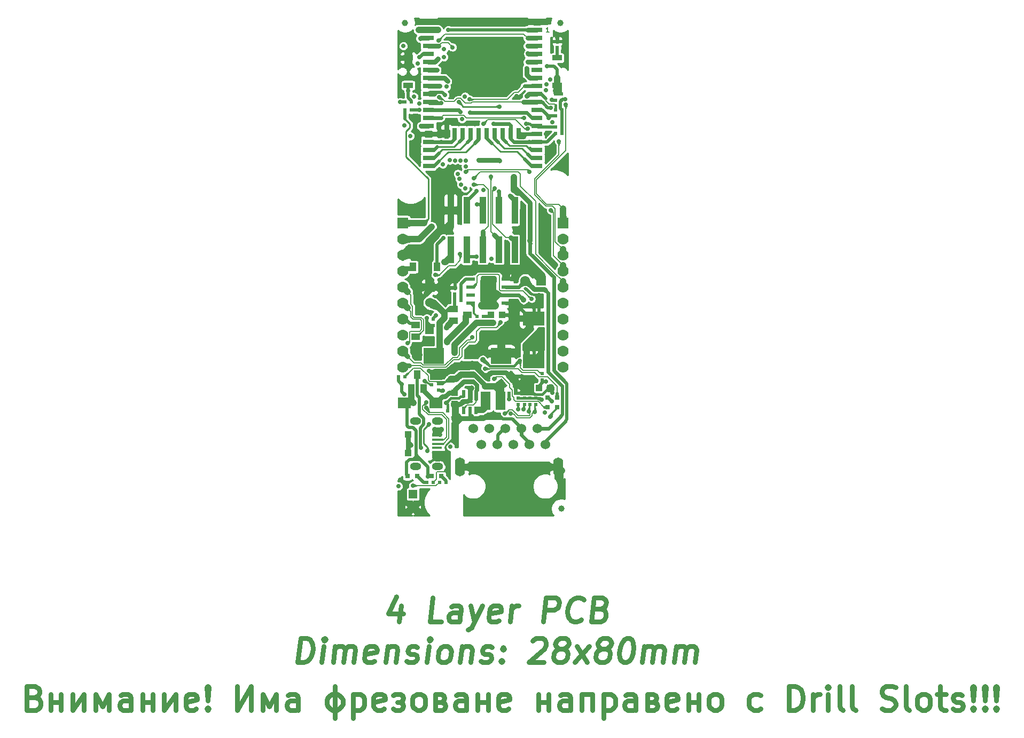
<source format=gbr>
G04 #@! TF.GenerationSoftware,KiCad,Pcbnew,5.1.6-c6e7f7d~87~ubuntu18.04.1*
G04 #@! TF.CreationDate,2022-06-10T14:43:55+03:00*
G04 #@! TF.ProjectId,ESP32-PoE_Rev_J,45535033-322d-4506-9f45-5f5265765f4a,J*
G04 #@! TF.SameCoordinates,Original*
G04 #@! TF.FileFunction,Copper,L1,Top*
G04 #@! TF.FilePolarity,Positive*
%FSLAX46Y46*%
G04 Gerber Fmt 4.6, Leading zero omitted, Abs format (unit mm)*
G04 Created by KiCad (PCBNEW 5.1.6-c6e7f7d~87~ubuntu18.04.1) date 2022-06-10 14:43:55*
%MOMM*%
%LPD*%
G01*
G04 APERTURE LIST*
G04 #@! TA.AperFunction,NonConductor*
%ADD10C,0.190500*%
G04 #@! TD*
G04 #@! TA.AperFunction,NonConductor*
%ADD11C,0.762000*%
G04 #@! TD*
%ADD12C,0.762000*%
G04 #@! TA.AperFunction,ComponentPad*
%ADD13R,1.524000X1.524000*%
G04 #@! TD*
G04 #@! TA.AperFunction,ComponentPad*
%ADD14C,1.524000*%
G04 #@! TD*
G04 #@! TA.AperFunction,SMDPad,CuDef*
%ADD15R,1.500000X0.900000*%
G04 #@! TD*
G04 #@! TA.AperFunction,SMDPad,CuDef*
%ADD16R,0.550000X1.200000*%
G04 #@! TD*
G04 #@! TA.AperFunction,SMDPad,CuDef*
%ADD17C,0.100000*%
G04 #@! TD*
G04 #@! TA.AperFunction,SMDPad,CuDef*
%ADD18R,1.600000X3.000000*%
G04 #@! TD*
G04 #@! TA.AperFunction,ComponentPad*
%ADD19O,1.600000X2.999999*%
G04 #@! TD*
G04 #@! TA.AperFunction,ComponentPad*
%ADD20R,0.400000X0.400000*%
G04 #@! TD*
G04 #@! TA.AperFunction,ComponentPad*
%ADD21R,1.422400X1.422400*%
G04 #@! TD*
G04 #@! TA.AperFunction,SMDPad,CuDef*
%ADD22R,0.500000X0.550000*%
G04 #@! TD*
G04 #@! TA.AperFunction,SMDPad,CuDef*
%ADD23R,1.016000X1.016000*%
G04 #@! TD*
G04 #@! TA.AperFunction,SMDPad,CuDef*
%ADD24R,0.800000X0.800000*%
G04 #@! TD*
G04 #@! TA.AperFunction,SMDPad,CuDef*
%ADD25R,0.550000X0.500000*%
G04 #@! TD*
G04 #@! TA.AperFunction,ComponentPad*
%ADD26C,1.778000*%
G04 #@! TD*
G04 #@! TA.AperFunction,ComponentPad*
%ADD27R,1.778000X1.778000*%
G04 #@! TD*
G04 #@! TA.AperFunction,SMDPad,CuDef*
%ADD28R,3.200000X2.500000*%
G04 #@! TD*
G04 #@! TA.AperFunction,SMDPad,CuDef*
%ADD29R,3.400000X2.200000*%
G04 #@! TD*
G04 #@! TA.AperFunction,SMDPad,CuDef*
%ADD30R,2.000000X1.700000*%
G04 #@! TD*
G04 #@! TA.AperFunction,ConnectorPad*
%ADD31C,1.000000*%
G04 #@! TD*
G04 #@! TA.AperFunction,SMDPad,CuDef*
%ADD32R,1.650000X0.500000*%
G04 #@! TD*
G04 #@! TA.AperFunction,SMDPad,CuDef*
%ADD33R,1.650000X0.325000*%
G04 #@! TD*
G04 #@! TA.AperFunction,SMDPad,CuDef*
%ADD34R,1.000000X1.100000*%
G04 #@! TD*
G04 #@! TA.AperFunction,ComponentPad*
%ADD35O,1.800000X1.200000*%
G04 #@! TD*
G04 #@! TA.AperFunction,SMDPad,CuDef*
%ADD36R,1.000000X1.400000*%
G04 #@! TD*
G04 #@! TA.AperFunction,SMDPad,CuDef*
%ADD37R,1.400000X1.000000*%
G04 #@! TD*
G04 #@! TA.AperFunction,SMDPad,CuDef*
%ADD38R,1.000000X4.250000*%
G04 #@! TD*
G04 #@! TA.AperFunction,SMDPad,CuDef*
%ADD39R,2.600000X3.500000*%
G04 #@! TD*
G04 #@! TA.AperFunction,SMDPad,CuDef*
%ADD40R,1.400000X0.600000*%
G04 #@! TD*
G04 #@! TA.AperFunction,ComponentPad*
%ADD41C,1.800000*%
G04 #@! TD*
G04 #@! TA.AperFunction,SMDPad,CuDef*
%ADD42R,1.800000X0.800000*%
G04 #@! TD*
G04 #@! TA.AperFunction,SMDPad,CuDef*
%ADD43R,0.800000X1.800000*%
G04 #@! TD*
G04 #@! TA.AperFunction,SMDPad,CuDef*
%ADD44R,3.900000X3.900000*%
G04 #@! TD*
G04 #@! TA.AperFunction,ComponentPad*
%ADD45C,1.500000*%
G04 #@! TD*
G04 #@! TA.AperFunction,ViaPad*
%ADD46C,0.700000*%
G04 #@! TD*
G04 #@! TA.AperFunction,ComponentPad*
%ADD47R,1.400000X1.400000*%
G04 #@! TD*
G04 #@! TA.AperFunction,ComponentPad*
%ADD48C,1.400000*%
G04 #@! TD*
G04 #@! TA.AperFunction,ViaPad*
%ADD49C,0.900000*%
G04 #@! TD*
G04 #@! TA.AperFunction,ViaPad*
%ADD50C,0.800000*%
G04 #@! TD*
G04 #@! TA.AperFunction,Conductor*
%ADD51C,0.762000*%
G04 #@! TD*
G04 #@! TA.AperFunction,Conductor*
%ADD52C,1.016000*%
G04 #@! TD*
G04 #@! TA.AperFunction,Conductor*
%ADD53C,0.508000*%
G04 #@! TD*
G04 #@! TA.AperFunction,Conductor*
%ADD54C,0.254000*%
G04 #@! TD*
G04 #@! TA.AperFunction,Conductor*
%ADD55C,0.406400*%
G04 #@! TD*
G04 #@! TA.AperFunction,Conductor*
%ADD56C,1.270000*%
G04 #@! TD*
G04 #@! TA.AperFunction,Conductor*
%ADD57C,0.609600*%
G04 #@! TD*
G04 #@! TA.AperFunction,Conductor*
%ADD58C,0.203200*%
G04 #@! TD*
G04 #@! TA.AperFunction,Conductor*
%ADD59C,0.152400*%
G04 #@! TD*
G04 #@! TA.AperFunction,Conductor*
%ADD60C,0.304800*%
G04 #@! TD*
G04 #@! TA.AperFunction,Conductor*
%ADD61C,0.660400*%
G04 #@! TD*
G04 #@! TA.AperFunction,Conductor*
%ADD62C,0.025400*%
G04 #@! TD*
G04 APERTURE END LIST*
D10*
X114644714Y-92927714D02*
X114209285Y-92927714D01*
X114427000Y-92927714D02*
X114427000Y-92165714D01*
X114354428Y-92274571D01*
X114281857Y-92347142D01*
X114209285Y-92383428D01*
D11*
X91179650Y-183905071D02*
X90862150Y-186445071D01*
X90453935Y-182453642D02*
X89206614Y-185175071D01*
X91565185Y-185175071D01*
X97575007Y-186445071D02*
X95760721Y-186445071D01*
X96236971Y-182635071D01*
X100477864Y-186445071D02*
X100727328Y-184449357D01*
X100591257Y-184086500D01*
X100251078Y-183905071D01*
X99525364Y-183905071D01*
X99139828Y-184086500D01*
X100500542Y-186263642D02*
X100115007Y-186445071D01*
X99207864Y-186445071D01*
X98867685Y-186263642D01*
X98731614Y-185900785D01*
X98776971Y-185537928D01*
X99003757Y-185175071D01*
X99389292Y-184993642D01*
X100296435Y-184993642D01*
X100681971Y-184812214D01*
X102246792Y-183905071D02*
X102836435Y-186445071D01*
X104061078Y-183905071D02*
X102836435Y-186445071D01*
X102360185Y-187352214D01*
X102156078Y-187533642D01*
X101770542Y-187715071D01*
X106669114Y-186263642D02*
X106283578Y-186445071D01*
X105557864Y-186445071D01*
X105217685Y-186263642D01*
X105081614Y-185900785D01*
X105263042Y-184449357D01*
X105489828Y-184086500D01*
X105875364Y-183905071D01*
X106601078Y-183905071D01*
X106941257Y-184086500D01*
X107077328Y-184449357D01*
X107031971Y-184812214D01*
X105172328Y-185175071D01*
X108460721Y-186445071D02*
X108778221Y-183905071D01*
X108687507Y-184630785D02*
X108914292Y-184267928D01*
X109118400Y-184086500D01*
X109503935Y-183905071D01*
X109866792Y-183905071D01*
X113722150Y-186445071D02*
X114198400Y-182635071D01*
X115649828Y-182635071D01*
X115990007Y-182816500D01*
X116148757Y-182997928D01*
X116284828Y-183360785D01*
X116216792Y-183905071D01*
X115990007Y-184267928D01*
X115785900Y-184449357D01*
X115400364Y-184630785D01*
X113948935Y-184630785D01*
X119754650Y-186082214D02*
X119550542Y-186263642D01*
X118983578Y-186445071D01*
X118620721Y-186445071D01*
X118099114Y-186263642D01*
X117781614Y-185900785D01*
X117645542Y-185537928D01*
X117554828Y-184812214D01*
X117622864Y-184267928D01*
X117895007Y-183542214D01*
X118121792Y-183179357D01*
X118530007Y-182816500D01*
X119096971Y-182635071D01*
X119459828Y-182635071D01*
X119981435Y-182816500D01*
X120140185Y-182997928D01*
X122861614Y-184449357D02*
X123383221Y-184630785D01*
X123541971Y-184812214D01*
X123678042Y-185175071D01*
X123610007Y-185719357D01*
X123383221Y-186082214D01*
X123179114Y-186263642D01*
X122793578Y-186445071D01*
X121342150Y-186445071D01*
X121818400Y-182635071D01*
X123088400Y-182635071D01*
X123428578Y-182816500D01*
X123587328Y-182997928D01*
X123723400Y-183360785D01*
X123678042Y-183723642D01*
X123451257Y-184086500D01*
X123247150Y-184267928D01*
X122861614Y-184449357D01*
X121591614Y-184449357D01*
X74805721Y-192922071D02*
X75281971Y-189112071D01*
X76189114Y-189112071D01*
X76710721Y-189293500D01*
X77028221Y-189656357D01*
X77164292Y-190019214D01*
X77255007Y-190744928D01*
X77186971Y-191289214D01*
X76914828Y-192014928D01*
X76688042Y-192377785D01*
X76279828Y-192740642D01*
X75712864Y-192922071D01*
X74805721Y-192922071D01*
X78615721Y-192922071D02*
X78933221Y-190382071D01*
X79091971Y-189112071D02*
X78887864Y-189293500D01*
X79046614Y-189474928D01*
X79250721Y-189293500D01*
X79091971Y-189112071D01*
X79046614Y-189474928D01*
X80430007Y-192922071D02*
X80747507Y-190382071D01*
X80702150Y-190744928D02*
X80906257Y-190563500D01*
X81291792Y-190382071D01*
X81836078Y-190382071D01*
X82176257Y-190563500D01*
X82312328Y-190926357D01*
X82062864Y-192922071D01*
X82312328Y-190926357D02*
X82539114Y-190563500D01*
X82924650Y-190382071D01*
X83468935Y-190382071D01*
X83809114Y-190563500D01*
X83945185Y-190926357D01*
X83695721Y-192922071D01*
X86984114Y-192740642D02*
X86598578Y-192922071D01*
X85872864Y-192922071D01*
X85532685Y-192740642D01*
X85396614Y-192377785D01*
X85578042Y-190926357D01*
X85804828Y-190563500D01*
X86190364Y-190382071D01*
X86916078Y-190382071D01*
X87256257Y-190563500D01*
X87392328Y-190926357D01*
X87346971Y-191289214D01*
X85487328Y-191652071D01*
X89093221Y-190382071D02*
X88775721Y-192922071D01*
X89047864Y-190744928D02*
X89251971Y-190563500D01*
X89637507Y-190382071D01*
X90181792Y-190382071D01*
X90521971Y-190563500D01*
X90658042Y-190926357D01*
X90408578Y-192922071D01*
X92064114Y-192740642D02*
X92404292Y-192922071D01*
X93130007Y-192922071D01*
X93515542Y-192740642D01*
X93742328Y-192377785D01*
X93765007Y-192196357D01*
X93628935Y-191833500D01*
X93288757Y-191652071D01*
X92744471Y-191652071D01*
X92404292Y-191470642D01*
X92268221Y-191107785D01*
X92290900Y-190926357D01*
X92517685Y-190563500D01*
X92903221Y-190382071D01*
X93447507Y-190382071D01*
X93787685Y-190563500D01*
X95307150Y-192922071D02*
X95624650Y-190382071D01*
X95783400Y-189112071D02*
X95579292Y-189293500D01*
X95738042Y-189474928D01*
X95942150Y-189293500D01*
X95783400Y-189112071D01*
X95738042Y-189474928D01*
X97665721Y-192922071D02*
X97325542Y-192740642D01*
X97166792Y-192559214D01*
X97030721Y-192196357D01*
X97166792Y-191107785D01*
X97393578Y-190744928D01*
X97597685Y-190563500D01*
X97983221Y-190382071D01*
X98527507Y-190382071D01*
X98867685Y-190563500D01*
X99026435Y-190744928D01*
X99162507Y-191107785D01*
X99026435Y-192196357D01*
X98799650Y-192559214D01*
X98595542Y-192740642D01*
X98210007Y-192922071D01*
X97665721Y-192922071D01*
X100886078Y-190382071D02*
X100568578Y-192922071D01*
X100840721Y-190744928D02*
X101044828Y-190563500D01*
X101430364Y-190382071D01*
X101974650Y-190382071D01*
X102314828Y-190563500D01*
X102450900Y-190926357D01*
X102201435Y-192922071D01*
X103856971Y-192740642D02*
X104197150Y-192922071D01*
X104922864Y-192922071D01*
X105308400Y-192740642D01*
X105535185Y-192377785D01*
X105557864Y-192196357D01*
X105421792Y-191833500D01*
X105081614Y-191652071D01*
X104537328Y-191652071D01*
X104197150Y-191470642D01*
X104061078Y-191107785D01*
X104083757Y-190926357D01*
X104310542Y-190563500D01*
X104696078Y-190382071D01*
X105240364Y-190382071D01*
X105580542Y-190563500D01*
X107145364Y-192559214D02*
X107304114Y-192740642D01*
X107100007Y-192922071D01*
X106941257Y-192740642D01*
X107145364Y-192559214D01*
X107100007Y-192922071D01*
X107394828Y-190563500D02*
X107553578Y-190744928D01*
X107349471Y-190926357D01*
X107190721Y-190744928D01*
X107394828Y-190563500D01*
X107349471Y-190926357D01*
X112066614Y-189474928D02*
X112270721Y-189293500D01*
X112656257Y-189112071D01*
X113563400Y-189112071D01*
X113903578Y-189293500D01*
X114062328Y-189474928D01*
X114198400Y-189837785D01*
X114153042Y-190200642D01*
X113903578Y-190744928D01*
X111454292Y-192922071D01*
X113812864Y-192922071D01*
X116262150Y-190744928D02*
X115921971Y-190563500D01*
X115763221Y-190382071D01*
X115627150Y-190019214D01*
X115649828Y-189837785D01*
X115876614Y-189474928D01*
X116080721Y-189293500D01*
X116466257Y-189112071D01*
X117191971Y-189112071D01*
X117532150Y-189293500D01*
X117690900Y-189474928D01*
X117826971Y-189837785D01*
X117804292Y-190019214D01*
X117577507Y-190382071D01*
X117373400Y-190563500D01*
X116987864Y-190744928D01*
X116262150Y-190744928D01*
X115876614Y-190926357D01*
X115672507Y-191107785D01*
X115445721Y-191470642D01*
X115355007Y-192196357D01*
X115491078Y-192559214D01*
X115649828Y-192740642D01*
X115990007Y-192922071D01*
X116715721Y-192922071D01*
X117101257Y-192740642D01*
X117305364Y-192559214D01*
X117532150Y-192196357D01*
X117622864Y-191470642D01*
X117486792Y-191107785D01*
X117328042Y-190926357D01*
X116987864Y-190744928D01*
X118711435Y-192922071D02*
X121024650Y-190382071D01*
X119028935Y-190382071D02*
X120707150Y-192922071D01*
X122975007Y-190744928D02*
X122634828Y-190563500D01*
X122476078Y-190382071D01*
X122340007Y-190019214D01*
X122362685Y-189837785D01*
X122589471Y-189474928D01*
X122793578Y-189293500D01*
X123179114Y-189112071D01*
X123904828Y-189112071D01*
X124245007Y-189293500D01*
X124403757Y-189474928D01*
X124539828Y-189837785D01*
X124517150Y-190019214D01*
X124290364Y-190382071D01*
X124086257Y-190563500D01*
X123700721Y-190744928D01*
X122975007Y-190744928D01*
X122589471Y-190926357D01*
X122385364Y-191107785D01*
X122158578Y-191470642D01*
X122067864Y-192196357D01*
X122203935Y-192559214D01*
X122362685Y-192740642D01*
X122702864Y-192922071D01*
X123428578Y-192922071D01*
X123814114Y-192740642D01*
X124018221Y-192559214D01*
X124245007Y-192196357D01*
X124335721Y-191470642D01*
X124199649Y-191107785D01*
X124040900Y-190926357D01*
X123700721Y-190744928D01*
X126989114Y-189112071D02*
X127351971Y-189112071D01*
X127692149Y-189293500D01*
X127850899Y-189474928D01*
X127986971Y-189837785D01*
X128077685Y-190563500D01*
X127964292Y-191470642D01*
X127692150Y-192196357D01*
X127465364Y-192559214D01*
X127261257Y-192740642D01*
X126875721Y-192922071D01*
X126512864Y-192922071D01*
X126172685Y-192740642D01*
X126013935Y-192559214D01*
X125877864Y-192196357D01*
X125787149Y-191470642D01*
X125900542Y-190563500D01*
X126172685Y-189837785D01*
X126399471Y-189474928D01*
X126603578Y-189293500D01*
X126989114Y-189112071D01*
X129415721Y-192922071D02*
X129733221Y-190382071D01*
X129687864Y-190744928D02*
X129891971Y-190563500D01*
X130277507Y-190382071D01*
X130821792Y-190382071D01*
X131161971Y-190563500D01*
X131298042Y-190926357D01*
X131048578Y-192922071D01*
X131298042Y-190926357D02*
X131524828Y-190563500D01*
X131910364Y-190382071D01*
X132454649Y-190382071D01*
X132794828Y-190563500D01*
X132930899Y-190926357D01*
X132681435Y-192922071D01*
X134495721Y-192922071D02*
X134813221Y-190382071D01*
X134767864Y-190744928D02*
X134971971Y-190563500D01*
X135357507Y-190382071D01*
X135901792Y-190382071D01*
X136241971Y-190563500D01*
X136378042Y-190926357D01*
X136128578Y-192922071D01*
X136378042Y-190926357D02*
X136604828Y-190563500D01*
X136990364Y-190382071D01*
X137534650Y-190382071D01*
X137874828Y-190563500D01*
X138010900Y-190926357D01*
X137761435Y-192922071D01*
D12*
X33147000Y-198482857D02*
X33691285Y-198664285D01*
X33872714Y-198845714D01*
X34054142Y-199208571D01*
X34054142Y-199752857D01*
X33872714Y-200115714D01*
X33691285Y-200297142D01*
X33328428Y-200478571D01*
X31877000Y-200478571D01*
X31877000Y-196668571D01*
X33147000Y-196668571D01*
X33509857Y-196850000D01*
X33691285Y-197031428D01*
X33872714Y-197394285D01*
X33872714Y-197757142D01*
X33691285Y-198120000D01*
X33509857Y-198301428D01*
X33147000Y-198482857D01*
X31877000Y-198482857D01*
X35687000Y-199208571D02*
X37319857Y-199208571D01*
X35687000Y-197938571D02*
X35687000Y-200478571D01*
X37319857Y-197938571D02*
X37319857Y-200478571D01*
X39134142Y-197938571D02*
X39134142Y-200478571D01*
X40948428Y-197938571D01*
X40948428Y-200478571D01*
X42762714Y-200478571D02*
X42762714Y-197938571D01*
X43851285Y-199934285D01*
X44939857Y-197938571D01*
X44939857Y-200478571D01*
X48386999Y-200478571D02*
X48386999Y-198482857D01*
X48205571Y-198120000D01*
X47842714Y-197938571D01*
X47116999Y-197938571D01*
X46754142Y-198120000D01*
X48386999Y-200297142D02*
X48024142Y-200478571D01*
X47116999Y-200478571D01*
X46754142Y-200297142D01*
X46572714Y-199934285D01*
X46572714Y-199571428D01*
X46754142Y-199208571D01*
X47116999Y-199027142D01*
X48024142Y-199027142D01*
X48386999Y-198845714D01*
X50201285Y-199208571D02*
X51834142Y-199208571D01*
X50201285Y-197938571D02*
X50201285Y-200478571D01*
X51834142Y-197938571D02*
X51834142Y-200478571D01*
X53648428Y-197938571D02*
X53648428Y-200478571D01*
X55462714Y-197938571D01*
X55462714Y-200478571D01*
X58728428Y-200297142D02*
X58365571Y-200478571D01*
X57639857Y-200478571D01*
X57276999Y-200297142D01*
X57095571Y-199934285D01*
X57095571Y-198482857D01*
X57276999Y-198120000D01*
X57639857Y-197938571D01*
X58365571Y-197938571D01*
X58728428Y-198120000D01*
X58909857Y-198482857D01*
X58909857Y-198845714D01*
X57095571Y-199208571D01*
X60542714Y-200115714D02*
X60724142Y-200297142D01*
X60542714Y-200478571D01*
X60361285Y-200297142D01*
X60542714Y-200115714D01*
X60542714Y-200478571D01*
X60542714Y-199027142D02*
X60361285Y-196850000D01*
X60542714Y-196668571D01*
X60724142Y-196850000D01*
X60542714Y-199027142D01*
X60542714Y-196668571D01*
X65259857Y-196668571D02*
X65259857Y-200478571D01*
X67436999Y-196668571D01*
X67436999Y-200478571D01*
X69251285Y-200478571D02*
X69251285Y-197938571D01*
X70339857Y-199934285D01*
X71428428Y-197938571D01*
X71428428Y-200478571D01*
X74875571Y-200478571D02*
X74875571Y-198482857D01*
X74694142Y-198120000D01*
X74331285Y-197938571D01*
X73605571Y-197938571D01*
X73242714Y-198120000D01*
X74875571Y-200297142D02*
X74512714Y-200478571D01*
X73605571Y-200478571D01*
X73242714Y-200297142D01*
X73061285Y-199934285D01*
X73061285Y-199571428D01*
X73242714Y-199208571D01*
X73605571Y-199027142D01*
X74512714Y-199027142D01*
X74875571Y-198845714D01*
X80681285Y-196668571D02*
X80681285Y-201748571D01*
X80318428Y-197938571D02*
X81044142Y-197938571D01*
X81406999Y-198120000D01*
X81769857Y-198482857D01*
X81951285Y-198845714D01*
X81951285Y-199571428D01*
X81769857Y-199934285D01*
X81406999Y-200297142D01*
X81044142Y-200478571D01*
X80318428Y-200478571D01*
X79955571Y-200297142D01*
X79592714Y-199934285D01*
X79411285Y-199571428D01*
X79411285Y-198845714D01*
X79592714Y-198482857D01*
X79955571Y-198120000D01*
X80318428Y-197938571D01*
X83584142Y-197938571D02*
X83584142Y-201748571D01*
X83584142Y-198120000D02*
X83946999Y-197938571D01*
X84672714Y-197938571D01*
X85035571Y-198120000D01*
X85216999Y-198301428D01*
X85398428Y-198664285D01*
X85398428Y-199752857D01*
X85216999Y-200115714D01*
X85035571Y-200297142D01*
X84672714Y-200478571D01*
X83946999Y-200478571D01*
X83584142Y-200297142D01*
X88482714Y-200297142D02*
X88119857Y-200478571D01*
X87394142Y-200478571D01*
X87031285Y-200297142D01*
X86849857Y-199934285D01*
X86849857Y-198482857D01*
X87031285Y-198120000D01*
X87394142Y-197938571D01*
X88119857Y-197938571D01*
X88482714Y-198120000D01*
X88664142Y-198482857D01*
X88664142Y-198845714D01*
X86849857Y-199208571D01*
X90659857Y-199208571D02*
X91022714Y-199208571D01*
X89934142Y-198120000D02*
X90296999Y-197938571D01*
X91022714Y-197938571D01*
X91385571Y-198120000D01*
X91566999Y-198482857D01*
X91566999Y-198664285D01*
X91385571Y-199027142D01*
X91022714Y-199208571D01*
X91385571Y-199390000D01*
X91566999Y-199752857D01*
X91566999Y-199934285D01*
X91385571Y-200297142D01*
X91022714Y-200478571D01*
X90296999Y-200478571D01*
X89934142Y-200297142D01*
X93744142Y-200478571D02*
X93381285Y-200297142D01*
X93199857Y-200115714D01*
X93018428Y-199752857D01*
X93018428Y-198664285D01*
X93199857Y-198301428D01*
X93381285Y-198120000D01*
X93744142Y-197938571D01*
X94288428Y-197938571D01*
X94651285Y-198120000D01*
X94832714Y-198301428D01*
X95014142Y-198664285D01*
X95014142Y-199752857D01*
X94832714Y-200115714D01*
X94651285Y-200297142D01*
X94288428Y-200478571D01*
X93744142Y-200478571D01*
X97554142Y-199208571D02*
X98098428Y-199390000D01*
X98279857Y-199752857D01*
X98279857Y-199934285D01*
X98098428Y-200297142D01*
X97735571Y-200478571D01*
X96646999Y-200478571D01*
X96646999Y-197938571D01*
X97554142Y-197938571D01*
X97916999Y-198120000D01*
X98098428Y-198482857D01*
X98098428Y-198664285D01*
X97916999Y-199027142D01*
X97554142Y-199208571D01*
X96646999Y-199208571D01*
X101545571Y-200478571D02*
X101545571Y-198482857D01*
X101364142Y-198120000D01*
X101001285Y-197938571D01*
X100275571Y-197938571D01*
X99912714Y-198120000D01*
X101545571Y-200297142D02*
X101182714Y-200478571D01*
X100275571Y-200478571D01*
X99912714Y-200297142D01*
X99731285Y-199934285D01*
X99731285Y-199571428D01*
X99912714Y-199208571D01*
X100275571Y-199027142D01*
X101182714Y-199027142D01*
X101545571Y-198845714D01*
X103359857Y-199208571D02*
X104992714Y-199208571D01*
X103359857Y-197938571D02*
X103359857Y-200478571D01*
X104992714Y-197938571D02*
X104992714Y-200478571D01*
X108258428Y-200297142D02*
X107895571Y-200478571D01*
X107169857Y-200478571D01*
X106806999Y-200297142D01*
X106625571Y-199934285D01*
X106625571Y-198482857D01*
X106806999Y-198120000D01*
X107169857Y-197938571D01*
X107895571Y-197938571D01*
X108258428Y-198120000D01*
X108439857Y-198482857D01*
X108439857Y-198845714D01*
X106625571Y-199208571D01*
X112975571Y-199208571D02*
X114608428Y-199208571D01*
X112975571Y-197938571D02*
X112975571Y-200478571D01*
X114608428Y-197938571D02*
X114608428Y-200478571D01*
X118055571Y-200478571D02*
X118055571Y-198482857D01*
X117874142Y-198120000D01*
X117511285Y-197938571D01*
X116785571Y-197938571D01*
X116422714Y-198120000D01*
X118055571Y-200297142D02*
X117692714Y-200478571D01*
X116785571Y-200478571D01*
X116422714Y-200297142D01*
X116241285Y-199934285D01*
X116241285Y-199571428D01*
X116422714Y-199208571D01*
X116785571Y-199027142D01*
X117692714Y-199027142D01*
X118055571Y-198845714D01*
X119869857Y-200478571D02*
X119869857Y-197938571D01*
X121502714Y-197938571D01*
X121502714Y-200478571D01*
X123316999Y-197938571D02*
X123316999Y-201748571D01*
X123316999Y-198120000D02*
X123679857Y-197938571D01*
X124405571Y-197938571D01*
X124768428Y-198120000D01*
X124949857Y-198301428D01*
X125131285Y-198664285D01*
X125131285Y-199752857D01*
X124949857Y-200115714D01*
X124768428Y-200297142D01*
X124405571Y-200478571D01*
X123679857Y-200478571D01*
X123316999Y-200297142D01*
X128396999Y-200478571D02*
X128396999Y-198482857D01*
X128215571Y-198120000D01*
X127852714Y-197938571D01*
X127126999Y-197938571D01*
X126764142Y-198120000D01*
X128396999Y-200297142D02*
X128034142Y-200478571D01*
X127126999Y-200478571D01*
X126764142Y-200297142D01*
X126582714Y-199934285D01*
X126582714Y-199571428D01*
X126764142Y-199208571D01*
X127126999Y-199027142D01*
X128034142Y-199027142D01*
X128396999Y-198845714D01*
X131118428Y-199208571D02*
X131662714Y-199390000D01*
X131844142Y-199752857D01*
X131844142Y-199934285D01*
X131662714Y-200297142D01*
X131299857Y-200478571D01*
X130211285Y-200478571D01*
X130211285Y-197938571D01*
X131118428Y-197938571D01*
X131481285Y-198120000D01*
X131662714Y-198482857D01*
X131662714Y-198664285D01*
X131481285Y-199027142D01*
X131118428Y-199208571D01*
X130211285Y-199208571D01*
X134928428Y-200297142D02*
X134565571Y-200478571D01*
X133839857Y-200478571D01*
X133476999Y-200297142D01*
X133295571Y-199934285D01*
X133295571Y-198482857D01*
X133476999Y-198120000D01*
X133839857Y-197938571D01*
X134565571Y-197938571D01*
X134928428Y-198120000D01*
X135109857Y-198482857D01*
X135109857Y-198845714D01*
X133295571Y-199208571D01*
X136742714Y-199208571D02*
X138375571Y-199208571D01*
X136742714Y-197938571D02*
X136742714Y-200478571D01*
X138375571Y-197938571D02*
X138375571Y-200478571D01*
X140734142Y-200478571D02*
X140371285Y-200297142D01*
X140189857Y-200115714D01*
X140008428Y-199752857D01*
X140008428Y-198664285D01*
X140189857Y-198301428D01*
X140371285Y-198120000D01*
X140734142Y-197938571D01*
X141278428Y-197938571D01*
X141641285Y-198120000D01*
X141822714Y-198301428D01*
X142004142Y-198664285D01*
X142004142Y-199752857D01*
X141822714Y-200115714D01*
X141641285Y-200297142D01*
X141278428Y-200478571D01*
X140734142Y-200478571D01*
X148172714Y-200297142D02*
X147809857Y-200478571D01*
X147084142Y-200478571D01*
X146721285Y-200297142D01*
X146539857Y-200115714D01*
X146358428Y-199752857D01*
X146358428Y-198664285D01*
X146539857Y-198301428D01*
X146721285Y-198120000D01*
X147084142Y-197938571D01*
X147809857Y-197938571D01*
X148172714Y-198120000D01*
X152708428Y-200478571D02*
X152708428Y-196668571D01*
X153615571Y-196668571D01*
X154159857Y-196850000D01*
X154522714Y-197212857D01*
X154704142Y-197575714D01*
X154885571Y-198301428D01*
X154885571Y-198845714D01*
X154704142Y-199571428D01*
X154522714Y-199934285D01*
X154159857Y-200297142D01*
X153615571Y-200478571D01*
X152708428Y-200478571D01*
X156518428Y-200478571D02*
X156518428Y-197938571D01*
X156518428Y-198664285D02*
X156699857Y-198301428D01*
X156881285Y-198120000D01*
X157244142Y-197938571D01*
X157606999Y-197938571D01*
X158876999Y-200478571D02*
X158876999Y-197938571D01*
X158876999Y-196668571D02*
X158695571Y-196850000D01*
X158876999Y-197031428D01*
X159058428Y-196850000D01*
X158876999Y-196668571D01*
X158876999Y-197031428D01*
X161235571Y-200478571D02*
X160872714Y-200297142D01*
X160691285Y-199934285D01*
X160691285Y-196668571D01*
X163231285Y-200478571D02*
X162868428Y-200297142D01*
X162686999Y-199934285D01*
X162686999Y-196668571D01*
X167404142Y-200297142D02*
X167948428Y-200478571D01*
X168855571Y-200478571D01*
X169218428Y-200297142D01*
X169399857Y-200115714D01*
X169581285Y-199752857D01*
X169581285Y-199390000D01*
X169399857Y-199027142D01*
X169218428Y-198845714D01*
X168855571Y-198664285D01*
X168129857Y-198482857D01*
X167766999Y-198301428D01*
X167585571Y-198120000D01*
X167404142Y-197757142D01*
X167404142Y-197394285D01*
X167585571Y-197031428D01*
X167766999Y-196850000D01*
X168129857Y-196668571D01*
X169036999Y-196668571D01*
X169581285Y-196850000D01*
X171758428Y-200478571D02*
X171395571Y-200297142D01*
X171214142Y-199934285D01*
X171214142Y-196668571D01*
X173754142Y-200478571D02*
X173391285Y-200297142D01*
X173209857Y-200115714D01*
X173028428Y-199752857D01*
X173028428Y-198664285D01*
X173209857Y-198301428D01*
X173391285Y-198120000D01*
X173754142Y-197938571D01*
X174298428Y-197938571D01*
X174661285Y-198120000D01*
X174842714Y-198301428D01*
X175024142Y-198664285D01*
X175024142Y-199752857D01*
X174842714Y-200115714D01*
X174661285Y-200297142D01*
X174298428Y-200478571D01*
X173754142Y-200478571D01*
X176112714Y-197938571D02*
X177564142Y-197938571D01*
X176656999Y-196668571D02*
X176656999Y-199934285D01*
X176838428Y-200297142D01*
X177201285Y-200478571D01*
X177564142Y-200478571D01*
X178652714Y-200297142D02*
X179015571Y-200478571D01*
X179741285Y-200478571D01*
X180104142Y-200297142D01*
X180285571Y-199934285D01*
X180285571Y-199752857D01*
X180104142Y-199390000D01*
X179741285Y-199208571D01*
X179196999Y-199208571D01*
X178834142Y-199027142D01*
X178652714Y-198664285D01*
X178652714Y-198482857D01*
X178834142Y-198120000D01*
X179196999Y-197938571D01*
X179741285Y-197938571D01*
X180104142Y-198120000D01*
X181918428Y-200115714D02*
X182099857Y-200297142D01*
X181918428Y-200478571D01*
X181736999Y-200297142D01*
X181918428Y-200115714D01*
X181918428Y-200478571D01*
X181918428Y-199027142D02*
X181736999Y-196850000D01*
X181918428Y-196668571D01*
X182099857Y-196850000D01*
X181918428Y-199027142D01*
X181918428Y-196668571D01*
X183732714Y-200115714D02*
X183914142Y-200297142D01*
X183732714Y-200478571D01*
X183551285Y-200297142D01*
X183732714Y-200115714D01*
X183732714Y-200478571D01*
X183732714Y-199027142D02*
X183551285Y-196850000D01*
X183732714Y-196668571D01*
X183914142Y-196850000D01*
X183732714Y-199027142D01*
X183732714Y-196668571D01*
X185546999Y-200115714D02*
X185728428Y-200297142D01*
X185546999Y-200478571D01*
X185365571Y-200297142D01*
X185546999Y-200115714D01*
X185546999Y-200478571D01*
X185546999Y-199027142D02*
X185365571Y-196850000D01*
X185546999Y-196668571D01*
X185728428Y-196850000D01*
X185546999Y-199027142D01*
X185546999Y-196668571D01*
D13*
X113391000Y-132334000D03*
D14*
X110891000Y-132334000D03*
D15*
X115959000Y-101364000D03*
X115959000Y-97010000D03*
X92321000Y-101364000D03*
X92321000Y-97010000D03*
D16*
X101158000Y-152938000D03*
X102108000Y-152938000D03*
X103058000Y-152938000D03*
X101158000Y-150338000D03*
X103058000Y-150338000D03*
G04 #@! TA.AperFunction,SMDPad,CuDef*
D17*
G36*
X109631759Y-147802495D02*
G01*
X108630985Y-148584385D01*
X107692717Y-147383457D01*
X108693491Y-146601567D01*
X109631759Y-147802495D01*
G37*
G04 #@! TD.AperFunction*
G04 #@! TA.AperFunction,SMDPad,CuDef*
G36*
X108030521Y-149053519D02*
G01*
X107029747Y-149835409D01*
X106091479Y-148634481D01*
X107092253Y-147852591D01*
X108030521Y-149053519D01*
G37*
G04 #@! TD.AperFunction*
D18*
X104591000Y-151384000D03*
X106991000Y-151384000D03*
D14*
X102616000Y-155806000D03*
X103886000Y-158346000D03*
X105156000Y-155806000D03*
X106426000Y-158346000D03*
X107696000Y-155806000D03*
X108966000Y-158346000D03*
X110236000Y-155806000D03*
X111506000Y-158346000D03*
X112776000Y-155806000D03*
X114046000Y-158346000D03*
D19*
X100531000Y-161946000D03*
X116131000Y-161946000D03*
D20*
X112044000Y-149344000D03*
X112044000Y-148344000D03*
X111244000Y-147544000D03*
X110244000Y-147544000D03*
X109444000Y-148344000D03*
X109444000Y-149344000D03*
X110244000Y-150144000D03*
X111244000Y-150144000D03*
D21*
X110744000Y-148844000D03*
D22*
X109347000Y-150241000D03*
X108331000Y-150241000D03*
D23*
X99695000Y-151892000D03*
X99695000Y-150114000D03*
D22*
X91821000Y-147574000D03*
X90805000Y-147574000D03*
X92837000Y-105283000D03*
X91821000Y-105283000D03*
D24*
X115951000Y-150876000D03*
X114427000Y-150876000D03*
X115951000Y-152400000D03*
X114427000Y-152400000D03*
D22*
X116713000Y-107950000D03*
X115697000Y-107950000D03*
X115697000Y-108966000D03*
X116713000Y-108966000D03*
X115697000Y-105283000D03*
X116713000Y-105283000D03*
X115697000Y-106172000D03*
X116713000Y-106172000D03*
X98552000Y-153035000D03*
X99568000Y-153035000D03*
D25*
X97155000Y-149733000D03*
X97155000Y-148717000D03*
X113538000Y-147066000D03*
X113538000Y-148082000D03*
D22*
X96266000Y-164338000D03*
X95250000Y-164338000D03*
D25*
X111633000Y-152019000D03*
X111633000Y-151003000D03*
X112522000Y-152019000D03*
X112522000Y-151003000D03*
X109728000Y-152019000D03*
X109728000Y-151003000D03*
X110744000Y-152019000D03*
X110744000Y-151003000D03*
D22*
X97282000Y-164338000D03*
X98298000Y-164338000D03*
D25*
X96266000Y-139446000D03*
X96266000Y-138430000D03*
X96075500Y-147828000D03*
X96075500Y-148844000D03*
D26*
X116840000Y-130840000D03*
X116840000Y-128300000D03*
X116840000Y-125760000D03*
D27*
X116840000Y-123220000D03*
D26*
X116840000Y-133380000D03*
X116840000Y-135920000D03*
X116840000Y-141000000D03*
X116840000Y-138460000D03*
X116840000Y-143540000D03*
X116840000Y-146080000D03*
X91440000Y-130840000D03*
X91440000Y-128300000D03*
X91440000Y-125760000D03*
D27*
X91440000Y-123220000D03*
D26*
X91440000Y-133380000D03*
X91440000Y-135920000D03*
X91440000Y-141000000D03*
X91440000Y-138460000D03*
X91440000Y-143540000D03*
X91440000Y-146080000D03*
D28*
X96377000Y-144272000D03*
X107077000Y-144272000D03*
D29*
X112217200Y-138332000D03*
X112217200Y-145132000D03*
D30*
X96734000Y-151765000D03*
X91734000Y-151765000D03*
D31*
X116586000Y-168529000D03*
X116459000Y-91440000D03*
X91821000Y-91440000D03*
D24*
X93726000Y-163322000D03*
X92202000Y-163322000D03*
D23*
X113030000Y-149352000D03*
X114808000Y-149352000D03*
D24*
X97536000Y-163322000D03*
X96012000Y-163322000D03*
D32*
X96876000Y-156854500D03*
D33*
X96876000Y-157592000D03*
X96876000Y-158242000D03*
X96876000Y-158892000D03*
D32*
X96876000Y-159629500D03*
D34*
X92326000Y-156742000D03*
X92326000Y-159742000D03*
D35*
X93476000Y-154642000D03*
X96946000Y-154642000D03*
X96946000Y-161842000D03*
X93476000Y-161842000D03*
D36*
X92839540Y-149479000D03*
X94742000Y-149479000D03*
X93786960Y-147269200D03*
D37*
X99476560Y-136845040D03*
X99476560Y-138747500D03*
X101686360Y-137792460D03*
D25*
X115951000Y-94361000D03*
X115951000Y-95377000D03*
X115697000Y-103759000D03*
X115697000Y-102743000D03*
X116586000Y-102743000D03*
X116586000Y-103759000D03*
D37*
X95715000Y-140335000D03*
X93515000Y-141285000D03*
X93515000Y-139385000D03*
D38*
X99060000Y-127458000D03*
X99060000Y-121208000D03*
X101600000Y-127458000D03*
X101600000Y-121208000D03*
X104140000Y-127458000D03*
X104140000Y-121208000D03*
X106680000Y-127458000D03*
X106680000Y-121208000D03*
X109220000Y-127458000D03*
X109220000Y-121208000D03*
D22*
X92837000Y-104013000D03*
X91821000Y-104013000D03*
X99695000Y-134493000D03*
X100711000Y-134493000D03*
X103251000Y-138049000D03*
X104267000Y-138049000D03*
X99695000Y-133477000D03*
X100711000Y-133477000D03*
X99695000Y-135509000D03*
X100711000Y-135509000D03*
D39*
X105029000Y-133985000D03*
D40*
X102229000Y-135890000D03*
X102229000Y-134620000D03*
X102229000Y-133350000D03*
X102229000Y-132080000D03*
X107829000Y-132080000D03*
X107829000Y-133350000D03*
X107829000Y-134620000D03*
X107829000Y-135890000D03*
D41*
X105029000Y-133985000D03*
D14*
X95758000Y-135870000D03*
D13*
X95758000Y-133370000D03*
D36*
X93096000Y-130175000D03*
X96896000Y-130175000D03*
D23*
X107188000Y-137795000D03*
X105410000Y-137795000D03*
D42*
X112740000Y-112898000D03*
X112740000Y-111628000D03*
X112740000Y-110358000D03*
X112740000Y-109088000D03*
X112740000Y-114168000D03*
X95540000Y-114168000D03*
X95540000Y-109088000D03*
X95540000Y-110358000D03*
X95540000Y-111628000D03*
X95540000Y-112898000D03*
X95540000Y-91308000D03*
X95540000Y-92578000D03*
X95540000Y-93848000D03*
X95540000Y-95118000D03*
X95540000Y-96388000D03*
X95540000Y-97658000D03*
X95540000Y-98928000D03*
X95540000Y-100198000D03*
X95540000Y-101468000D03*
X95540000Y-102738000D03*
X95540000Y-104008000D03*
X95540000Y-105278000D03*
X95540000Y-106548000D03*
X95540000Y-107818000D03*
D43*
X98425000Y-108968000D03*
X99695000Y-108968000D03*
X100965000Y-108968000D03*
X102235000Y-108968000D03*
X103505000Y-108968000D03*
X104775000Y-108968000D03*
X106045000Y-108968000D03*
X107315000Y-108968000D03*
X108585000Y-108968000D03*
X109855000Y-108968000D03*
D42*
X112740000Y-107818000D03*
X112740000Y-106548000D03*
X112740000Y-105278000D03*
X112740000Y-104008000D03*
X112740000Y-102738000D03*
X112740000Y-101468000D03*
X112740000Y-100198000D03*
X112740000Y-98928000D03*
X112740000Y-97658000D03*
X112740000Y-96388000D03*
X112740000Y-95118000D03*
X112740000Y-93848000D03*
X112740000Y-92578000D03*
X112740000Y-91308000D03*
D44*
X102640000Y-99108000D03*
D45*
X102640000Y-99108000D03*
D46*
X101940000Y-97708000D03*
X103340000Y-97708000D03*
X104040000Y-98408000D03*
X104040000Y-99808000D03*
X103340000Y-100508000D03*
X101940000Y-100508000D03*
X101240000Y-99808000D03*
X101240000Y-98408000D03*
D47*
X93070680Y-166230300D03*
D48*
X93073220Y-168259760D03*
D49*
X93218000Y-151765000D03*
X98425000Y-139827000D03*
D46*
X95463542Y-163408542D03*
D49*
X94869000Y-123189992D03*
X98330590Y-161163000D03*
D46*
X94234000Y-144145000D03*
X95631000Y-146685000D03*
D49*
X102489000Y-145542000D03*
D46*
X115189000Y-150114000D03*
X106045000Y-153797000D03*
D50*
X102362000Y-149352000D03*
D49*
X98330590Y-160210498D03*
D46*
X104902000Y-147828000D03*
D49*
X100965000Y-131064000D03*
D46*
X102362000Y-153847800D03*
D50*
X93853000Y-137414000D03*
D49*
X113411000Y-141224000D03*
X113411000Y-140208000D03*
X99568000Y-154305000D03*
X101981000Y-131064000D03*
X111084360Y-143040100D03*
X105283000Y-130606800D03*
D46*
X91059000Y-163957000D03*
X91948000Y-120523000D03*
X92329000Y-96012000D03*
X94107000Y-110363000D03*
D49*
X97028000Y-91313000D03*
X99695000Y-91313000D03*
X102235000Y-91313000D03*
X104775000Y-91313000D03*
X107315000Y-91313000D03*
X109220000Y-91313000D03*
X111125000Y-91313000D03*
X93980000Y-91313000D03*
X114300000Y-91313000D03*
D46*
X115951000Y-93726000D03*
D49*
X110490000Y-123190000D03*
X110490000Y-122174000D03*
X110490000Y-121158000D03*
D46*
X114173000Y-109093000D03*
X109489760Y-103067610D03*
X99172293Y-103011707D03*
D49*
X113411000Y-125349000D03*
X113411000Y-126365000D03*
X113411000Y-127381000D03*
X116840000Y-113792000D03*
X114935000Y-111887000D03*
X102235000Y-95885000D03*
X104775000Y-95885000D03*
X107315000Y-95885000D03*
X107315000Y-98425000D03*
X106045000Y-97155000D03*
X106045000Y-99695000D03*
X108585000Y-99695000D03*
X108585000Y-97155000D03*
X103505000Y-95885000D03*
X106045000Y-95885000D03*
X106045000Y-98425000D03*
X107315000Y-97155000D03*
X108585000Y-98425000D03*
X107315000Y-99695000D03*
X100965000Y-95885000D03*
D46*
X94361000Y-158877000D03*
D49*
X99674680Y-143771620D03*
X98092260Y-129433320D03*
D50*
X105791000Y-139065000D03*
D49*
X99060000Y-147980400D03*
D46*
X106807000Y-113284000D03*
X104267000Y-117983000D03*
D49*
X96012006Y-123825000D03*
X97028000Y-92583000D03*
D46*
X91059000Y-104013000D03*
X117228536Y-103542041D03*
X103505000Y-113194619D03*
D49*
X93980000Y-92539390D03*
D46*
X113969800Y-153314400D03*
X108356400Y-151155400D03*
X113510000Y-151250000D03*
X92329000Y-102235000D03*
X94246224Y-93923610D03*
X111308390Y-108250281D03*
X104267008Y-107442008D03*
D49*
X96520000Y-155956000D03*
X97536000Y-155956000D03*
X98501200Y-142123160D03*
D46*
X100375725Y-104018581D03*
X106807000Y-104718610D03*
X93218000Y-103124000D03*
X101325491Y-103111471D03*
X95278919Y-138270969D03*
X94107000Y-104267000D03*
X115062000Y-103693989D03*
D49*
X109093000Y-117983000D03*
X109093000Y-116967000D03*
X109093000Y-115951000D03*
X111633000Y-125984004D03*
D46*
X97282000Y-101473000D03*
X102743000Y-116078000D03*
X98552001Y-100711001D03*
X114229390Y-101232739D03*
X94107000Y-105283000D03*
X117276388Y-104393109D03*
X94107000Y-96900992D03*
D49*
X102108000Y-168783000D03*
X105283000Y-168783000D03*
X108204000Y-168783000D03*
X110998000Y-168783000D03*
X112522000Y-167132000D03*
X104013000Y-167132000D03*
X106934000Y-167132000D03*
X109601000Y-167132000D03*
X105918000Y-164846000D03*
X110871000Y-164846000D03*
X108204000Y-164846000D03*
X103632000Y-161946000D03*
X113030000Y-161946000D03*
D46*
X114173000Y-148336000D03*
X103124000Y-118110000D03*
X96730025Y-137874369D03*
X96647000Y-131445000D03*
X100558600Y-128168400D03*
X98298000Y-151765000D03*
X97795080Y-149816820D03*
X95231599Y-151654399D03*
X95231596Y-152512566D03*
D49*
X104140000Y-144907000D03*
D46*
X110007400Y-145084800D03*
X100838000Y-106721261D03*
X115189000Y-107193590D03*
X91716480Y-107718480D03*
X110998000Y-107442000D03*
X99016820Y-158666180D03*
X90805000Y-164973000D03*
X116205000Y-110236000D03*
X96872729Y-98904726D03*
X114808000Y-100457000D03*
X105918000Y-147955000D03*
X114808000Y-153924000D03*
X104521000Y-146304000D03*
X115089940Y-151483060D03*
X92760768Y-158419800D03*
X93091010Y-164846000D03*
X94932500Y-148272500D03*
X95613220Y-155110180D03*
X95377000Y-159385000D03*
X97028000Y-97155000D03*
X115626390Y-102235023D03*
X114935000Y-121158000D03*
X114300004Y-98298000D03*
X110605194Y-109462194D03*
X92633811Y-109397811D03*
X106712472Y-118262116D03*
X101427766Y-115061992D03*
X99360469Y-95320610D03*
X111551232Y-115058875D03*
X91310373Y-148796940D03*
X91742260Y-150373080D03*
X111318515Y-96326486D03*
X93853000Y-97917000D03*
X92188792Y-142297910D03*
X91567000Y-95123000D03*
X111252000Y-95123000D03*
X102489000Y-141351000D03*
X103136700Y-128554480D03*
X102108000Y-105664000D03*
X106934000Y-138938000D03*
X105537000Y-128905000D03*
X108458000Y-118872000D03*
X111125000Y-103067610D03*
X111506000Y-110363000D03*
X105410000Y-115824000D03*
X105843312Y-107442000D03*
X102743000Y-117094000D03*
X98406769Y-101582391D03*
X114201140Y-102136140D03*
X114554000Y-106553000D03*
X106038211Y-117740599D03*
X110728378Y-106506353D03*
X103251000Y-120269000D03*
X97530421Y-110332164D03*
X101427768Y-114209587D03*
X100613227Y-105564049D03*
X100619449Y-113284765D03*
X98165981Y-102884588D03*
X99767142Y-113271362D03*
X102023301Y-103601028D03*
X101471819Y-113276301D03*
X97534392Y-104140000D03*
X98914875Y-113255645D03*
X94361000Y-107823000D03*
X101346000Y-117729000D03*
X97155000Y-94234000D03*
X100711000Y-117094000D03*
X97998768Y-96858821D03*
X111125000Y-98679000D03*
X100457000Y-116205000D03*
X98005772Y-95612949D03*
X111252004Y-97663000D03*
X100187444Y-115396331D03*
X98679000Y-92583000D03*
X97228945Y-103256533D03*
X97825360Y-113883640D03*
X114942110Y-104902000D03*
X107642660Y-153441400D03*
X111429800Y-153085800D03*
X108595160Y-153469340D03*
X112395000Y-153162000D03*
X109728000Y-152781000D03*
X110617000Y-152781000D03*
X113080800Y-134645400D03*
X105029000Y-136271000D03*
X106045000Y-136271000D03*
X104013000Y-136271000D03*
D49*
X110617000Y-135382000D03*
D46*
X105918000Y-131953000D03*
X105029000Y-131953000D03*
X104140000Y-131953000D03*
X111887000Y-135255000D03*
X97917000Y-125603000D03*
D51*
X91734000Y-151765000D02*
X93218000Y-151765000D01*
X98425000Y-139827000D02*
X98425000Y-139700000D01*
X98425000Y-139700000D02*
X98679000Y-139446000D01*
D52*
X99377500Y-138747500D02*
X98679000Y-139446000D01*
X99476560Y-138747500D02*
X99377500Y-138747500D01*
X92837000Y-151409410D02*
X93192590Y-151765000D01*
X92837000Y-149481540D02*
X92837000Y-151409410D01*
X92839540Y-149479000D02*
X92837000Y-149481540D01*
D53*
X92169590Y-152113590D02*
X91757500Y-151701500D01*
X92169590Y-155415590D02*
X92169590Y-152113590D01*
X92433337Y-155679337D02*
X92169590Y-155415590D01*
X93049266Y-155679337D02*
X92433337Y-155679337D01*
X93548178Y-156178249D02*
X93049266Y-155679337D01*
X93174599Y-160698401D02*
X93548178Y-160324822D01*
X93548178Y-160324822D02*
X93548178Y-160350178D01*
X93548178Y-160350178D02*
X93896401Y-160698401D01*
X93896401Y-160698401D02*
X93174599Y-160698401D01*
X94277401Y-160698401D02*
X93896401Y-160698401D01*
X93548178Y-159969178D02*
X93548178Y-159943822D01*
X94277401Y-160698401D02*
X93548178Y-159969178D01*
X93548178Y-160324822D02*
X93548178Y-159943822D01*
X93548178Y-159943822D02*
X93548178Y-156178249D01*
X96012000Y-163322000D02*
X95550084Y-163322000D01*
X95463542Y-162913568D02*
X95463542Y-163408542D01*
X95550084Y-163322000D02*
X95463542Y-163408542D01*
X94277401Y-160698401D02*
X95463542Y-161884542D01*
X95463542Y-161884542D02*
X95463542Y-162913568D01*
D52*
X94838992Y-123220000D02*
X94869000Y-123189992D01*
X91440000Y-123220000D02*
X94838992Y-123220000D01*
D53*
X92075000Y-163195000D02*
X92202000Y-163322000D01*
X92075000Y-161172435D02*
X92075000Y-163195000D01*
X93174599Y-160698401D02*
X92549034Y-160698401D01*
X92549034Y-160698401D02*
X92075000Y-161172435D01*
D54*
X92583000Y-107442000D02*
X91821000Y-106680000D01*
X95504000Y-122554992D02*
X95504000Y-116205000D01*
X95504000Y-116205000D02*
X92004410Y-112705410D01*
X94869000Y-123189992D02*
X95504000Y-122554992D01*
X92004410Y-108635827D02*
X92583000Y-108057237D01*
X92004410Y-112705410D02*
X92004410Y-108635827D01*
X92583000Y-108057237D02*
X92583000Y-107442000D01*
D53*
X91821000Y-105283000D02*
X91821000Y-106680000D01*
D51*
X98399589Y-161231999D02*
X98330590Y-161163000D01*
D53*
X97345500Y-160782000D02*
X97414499Y-160713001D01*
X97880591Y-160713001D02*
X98330590Y-161163000D01*
X97414499Y-160713001D02*
X97880591Y-160713001D01*
X96710500Y-160782000D02*
X97345500Y-160782000D01*
X97345500Y-160782000D02*
X97345500Y-159639000D01*
X96402500Y-159629500D02*
X96393000Y-159639000D01*
X96876000Y-159629500D02*
X96402500Y-159629500D01*
X96393000Y-159639000D02*
X96393000Y-160464500D01*
X96393000Y-160464500D02*
X96710500Y-160782000D01*
X96075500Y-147828000D02*
X96075500Y-147070000D01*
X96075500Y-147070000D02*
X96079500Y-147066000D01*
X96079500Y-147066000D02*
X96393000Y-147066000D01*
X96012000Y-147066000D02*
X96393000Y-147066000D01*
X95631000Y-146685000D02*
X96012000Y-147066000D01*
D51*
X110714000Y-150144000D02*
X111244000Y-150144000D01*
X110244000Y-150144000D02*
X110714000Y-150144000D01*
D53*
X110244000Y-147544000D02*
X110206000Y-147544000D01*
D51*
X110744000Y-148044000D02*
X110744000Y-148844000D01*
X110244000Y-147544000D02*
X110744000Y-148044000D01*
D53*
X109944000Y-148844000D02*
X110744000Y-148844000D01*
D55*
X109444000Y-148344000D02*
X109944000Y-148844000D01*
D53*
X115189000Y-149733000D02*
X115189000Y-150114000D01*
D51*
X111244000Y-150144000D02*
X111984000Y-150144000D01*
D55*
X114808000Y-149352000D02*
X115062000Y-149352000D01*
X115189000Y-149733000D02*
X114808000Y-149352000D01*
D53*
X99568000Y-152019000D02*
X99695000Y-151892000D01*
X99568000Y-153035000D02*
X99568000Y-152019000D01*
D55*
X112044000Y-150144000D02*
X112268000Y-150368000D01*
X111984000Y-150144000D02*
X112044000Y-150144000D01*
X113538000Y-150368000D02*
X114554000Y-149352000D01*
X112268000Y-150368000D02*
X113538000Y-150368000D01*
X114554000Y-149352000D02*
X114808000Y-149352000D01*
D53*
X99695000Y-151892000D02*
X99695000Y-152654000D01*
X110147000Y-150241000D02*
X110244000Y-150144000D01*
X109347000Y-150241000D02*
X110147000Y-150241000D01*
X109347000Y-149441000D02*
X109444000Y-149344000D01*
X109347000Y-150241000D02*
X109347000Y-149441000D01*
X109444000Y-149344000D02*
X109444000Y-148344000D01*
D54*
X104521000Y-153924000D02*
X104648000Y-153797000D01*
D53*
X99568000Y-153035000D02*
X99568000Y-153162000D01*
D51*
X101092000Y-154178000D02*
X102362000Y-154178000D01*
X104267000Y-154178000D02*
X103251000Y-154178000D01*
X104648000Y-153797000D02*
X104267000Y-154178000D01*
X103251000Y-154178000D02*
X102362000Y-154178000D01*
X99695000Y-151892000D02*
X99949000Y-152146000D01*
D53*
X99695000Y-151892000D02*
X99568000Y-151892000D01*
D51*
X99568000Y-151892000D02*
X99568000Y-153035000D01*
D55*
X100076000Y-153416000D02*
X100838000Y-154178000D01*
X99949000Y-153416000D02*
X100076000Y-153416000D01*
D51*
X101092000Y-154178000D02*
X100838000Y-154178000D01*
X99949000Y-152146000D02*
X99949000Y-153416000D01*
D53*
X96075500Y-147828000D02*
X97663000Y-147828000D01*
X96075500Y-147828000D02*
X96393000Y-147828000D01*
X96393000Y-147828000D02*
X96774000Y-147447000D01*
X110236000Y-155806000D02*
X110236000Y-156083000D01*
D52*
X111916000Y-145034000D02*
X112141000Y-145259000D01*
X112141000Y-145259000D02*
X113411000Y-143989000D01*
D53*
X98209000Y-159629500D02*
X98330590Y-159751090D01*
X98330590Y-159751090D02*
X98330590Y-160210498D01*
X96876000Y-159629500D02*
X98209000Y-159629500D01*
D51*
X98330590Y-161163000D02*
X98330590Y-160210498D01*
X96774002Y-160210498D02*
X98330590Y-160210498D01*
X106045000Y-153797000D02*
X104648000Y-153797000D01*
X102489000Y-145589213D02*
X102489000Y-145542000D01*
X104727787Y-147828000D02*
X102489000Y-145589213D01*
X104902000Y-147828000D02*
X104727787Y-147828000D01*
D52*
X99060000Y-121208000D02*
X99060000Y-123205240D01*
X98927908Y-131064000D02*
X100965000Y-131064000D01*
X95758000Y-133370000D02*
X97643000Y-133370000D01*
X97643000Y-133370000D02*
X98125736Y-132887264D01*
X98125736Y-132887264D02*
X98125736Y-131866172D01*
X98125736Y-131866172D02*
X98927908Y-131064000D01*
D53*
X102108000Y-153924000D02*
X102362000Y-154178000D01*
X102108000Y-152938000D02*
X102108000Y-153924000D01*
X102362000Y-153847800D02*
X102362000Y-154178000D01*
D51*
X107797600Y-146964400D02*
X105410000Y-146964400D01*
X108426176Y-147592976D02*
X107797600Y-146964400D01*
X108662238Y-147592976D02*
X108426176Y-147592976D01*
X104902000Y-147472400D02*
X105410000Y-146964400D01*
X104902000Y-147828000D02*
X104902000Y-147472400D01*
D56*
X103095409Y-130429000D02*
X108839000Y-130429000D01*
D53*
X108916780Y-130506780D02*
X108839000Y-130429000D01*
X108916780Y-131717024D02*
X108916780Y-130506780D01*
X108553804Y-132080000D02*
X108916780Y-131717024D01*
X107829000Y-132080000D02*
X108553804Y-132080000D01*
D52*
X113411000Y-143989000D02*
X113411000Y-141224000D01*
D51*
X102108000Y-149606000D02*
X102362000Y-149352000D01*
X102108000Y-151130000D02*
X102108000Y-149606000D01*
X99695000Y-151892000D02*
X100584000Y-151892000D01*
X101752793Y-151485207D02*
X102108000Y-151130000D01*
X100584000Y-151892000D02*
X100990793Y-151485207D01*
X100990793Y-151485207D02*
X101752793Y-151485207D01*
X99949000Y-153924000D02*
X99949000Y-153416000D01*
X99568000Y-154305000D02*
X99949000Y-153924000D01*
X100838000Y-154178000D02*
X99695000Y-154178000D01*
X99695000Y-154178000D02*
X99568000Y-154305000D01*
X99568000Y-154305000D02*
X99568000Y-153035000D01*
D53*
X106045000Y-153797000D02*
X106807000Y-153797000D01*
X106807000Y-153797000D02*
X107315000Y-154305000D01*
X107315000Y-154305000D02*
X108839000Y-154305000D01*
X110236000Y-155702000D02*
X108839000Y-154305000D01*
X110236000Y-155806000D02*
X110236000Y-155702000D01*
D54*
X98209000Y-158508800D02*
X98209000Y-159629500D01*
X99568000Y-157149800D02*
X98209000Y-158508800D01*
X99568000Y-154305000D02*
X99568000Y-157149800D01*
D57*
X110236000Y-156829091D02*
X110236000Y-155806000D01*
X111506000Y-158099091D02*
X110236000Y-156829091D01*
X111506000Y-158346000D02*
X111506000Y-158099091D01*
D53*
X97750000Y-133477000D02*
X97643000Y-133370000D01*
X99695000Y-133477000D02*
X97750000Y-133477000D01*
D52*
X96606360Y-146852640D02*
X96520000Y-146939000D01*
X102489000Y-145542000D02*
X101981000Y-146050000D01*
X99420680Y-146050000D02*
X98618040Y-146852640D01*
X96520000Y-146939000D02*
X96393000Y-147066000D01*
X101981000Y-146050000D02*
X99420680Y-146050000D01*
X98618040Y-146852640D02*
X96606360Y-146852640D01*
D53*
X110188293Y-147488293D02*
X110244000Y-147544000D01*
D57*
X108766921Y-147488293D02*
X110188293Y-147488293D01*
D53*
X108662238Y-147592976D02*
X108766921Y-147488293D01*
D55*
X109625771Y-148162229D02*
X109625771Y-147806315D01*
X109444000Y-148344000D02*
X109625771Y-148162229D01*
D58*
X96876000Y-159629500D02*
X96152360Y-159629500D01*
D59*
X98369120Y-123896120D02*
X98496120Y-123896120D01*
D52*
X99060000Y-123205240D02*
X98369120Y-123896120D01*
D53*
X99060000Y-121208000D02*
X99060000Y-120015000D01*
X99060000Y-120015000D02*
X98933000Y-119888000D01*
D52*
X102460409Y-131064000D02*
X103095409Y-130429000D01*
X101981000Y-131064000D02*
X100965000Y-131064000D01*
X101981000Y-131064000D02*
X102460409Y-131064000D01*
D51*
X93853000Y-135786681D02*
X93853000Y-137414000D01*
X95758000Y-133881681D02*
X93853000Y-135786681D01*
X95758000Y-133370000D02*
X95758000Y-133881681D01*
D53*
X112112000Y-145132000D02*
X112217200Y-145132000D01*
D52*
X111084360Y-143040100D02*
X111084360Y-144104360D01*
D53*
X111084360Y-144104360D02*
X112112000Y-145132000D01*
D52*
X99060000Y-121666000D02*
X99060000Y-120015000D01*
D57*
X92321000Y-96020000D02*
X92329000Y-96012000D01*
X92321000Y-97010000D02*
X92321000Y-96020000D01*
X95540000Y-109088000D02*
X98303000Y-109088000D01*
X98303000Y-109088000D02*
X98425000Y-108966000D01*
X95540000Y-109088000D02*
X94493000Y-109088000D01*
X94107000Y-109474000D02*
X94107000Y-110363000D01*
X94493000Y-109088000D02*
X94107000Y-109474000D01*
D52*
X95540000Y-91308000D02*
X97023000Y-91308000D01*
X97023000Y-91308000D02*
X97028000Y-91313000D01*
X111130000Y-91308000D02*
X111125000Y-91313000D01*
X112740000Y-91308000D02*
X111130000Y-91308000D01*
X109728000Y-91313000D02*
X107315000Y-91313000D01*
X111125000Y-91313000D02*
X109728000Y-91313000D01*
X109728000Y-91313000D02*
X109220000Y-91313000D01*
X107315000Y-91313000D02*
X104775000Y-91313000D01*
X104775000Y-91313000D02*
X102235000Y-91313000D01*
X102235000Y-91313000D02*
X99695000Y-91313000D01*
X99695000Y-91313000D02*
X97028000Y-91313000D01*
X95540000Y-91308000D02*
X93985000Y-91308000D01*
X93985000Y-91308000D02*
X93980000Y-91313000D01*
X112740000Y-91308000D02*
X114295000Y-91308000D01*
X114295000Y-91308000D02*
X114300000Y-91313000D01*
D53*
X115951000Y-94361000D02*
X115951000Y-93726000D01*
D52*
X110490000Y-122174000D02*
X110490000Y-121158000D01*
X95758000Y-133370000D02*
X95518204Y-133130204D01*
X95518204Y-133130204D02*
X95518204Y-127747796D01*
X91470000Y-128270000D02*
X91440000Y-128300000D01*
X95518204Y-127747796D02*
X94996000Y-128270000D01*
X94996000Y-128270000D02*
X91470000Y-128270000D01*
X95518204Y-126096796D02*
X95518204Y-127747796D01*
X98369120Y-123896120D02*
X97718880Y-123896120D01*
X97718880Y-123896120D02*
X95518204Y-126096796D01*
X110490000Y-123190000D02*
X110490000Y-122174000D01*
D56*
X113391000Y-132187000D02*
X113391000Y-132334000D01*
X111633000Y-130429000D02*
X113391000Y-132187000D01*
D52*
X110490000Y-129286000D02*
X110490000Y-130001722D01*
X110490000Y-130001722D02*
X110062722Y-130429000D01*
D56*
X108839000Y-130429000D02*
X109601000Y-130429000D01*
D52*
X110062722Y-130429000D02*
X109601000Y-130429000D01*
D56*
X109601000Y-130429000D02*
X111633000Y-130429000D01*
D52*
X111633000Y-130429000D02*
X110490000Y-129286000D01*
X110490000Y-129286000D02*
X110490000Y-123190000D01*
X113411000Y-141224000D02*
X113411000Y-140208000D01*
D59*
X98330590Y-162400410D02*
X98330590Y-161163000D01*
X96917390Y-162670610D02*
X98060390Y-162670610D01*
X98060390Y-162670610D02*
X98330590Y-162400410D01*
X96774000Y-162814000D02*
X96917390Y-162670610D01*
X96266000Y-164338000D02*
X96774000Y-163830000D01*
X96774000Y-163830000D02*
X96774000Y-162814000D01*
D53*
X94234000Y-155702000D02*
X94234000Y-157734000D01*
X94812516Y-154189023D02*
X94812516Y-155123484D01*
X93786960Y-150555960D02*
X94112080Y-150881080D01*
X93786960Y-147269200D02*
X93786960Y-150555960D01*
X94112080Y-153488587D02*
X94812516Y-154189023D01*
X94112080Y-150881080D02*
X94112080Y-153488587D01*
X94812516Y-155123484D02*
X94234000Y-155702000D01*
X94234000Y-157734000D02*
X94234000Y-158750000D01*
X94234000Y-158750000D02*
X94361000Y-158877000D01*
X115959000Y-97010000D02*
X115951000Y-97002000D01*
X115959000Y-97010000D02*
X115959000Y-95385000D01*
X115959000Y-95385000D02*
X115951000Y-95377000D01*
D59*
X92284750Y-147085250D02*
X93129500Y-146240500D01*
D60*
X91821000Y-147574000D02*
X91821000Y-147549000D01*
X91821000Y-147549000D02*
X92284750Y-147085250D01*
D59*
X94297500Y-146240500D02*
X95504000Y-147447000D01*
X95504000Y-148129482D02*
X95710518Y-148336000D01*
X93129500Y-146240500D02*
X94297500Y-146240500D01*
X95504000Y-147447000D02*
X95504000Y-148129482D01*
X95710518Y-148336000D02*
X96774000Y-148336000D01*
X97536000Y-148336000D02*
X97663000Y-148336000D01*
X97663000Y-148336000D02*
X96774000Y-148336000D01*
X96901000Y-148463000D02*
X97282000Y-148463000D01*
X96901000Y-148463000D02*
X96774000Y-148336000D01*
X97155000Y-148717000D02*
X96901000Y-148463000D01*
X97282000Y-148463000D02*
X97409000Y-148463000D01*
X97155000Y-148717000D02*
X97409000Y-148463000D01*
X97409000Y-148463000D02*
X97536000Y-148336000D01*
D52*
X98092260Y-129433320D02*
X98201480Y-129433320D01*
X99060000Y-128574800D02*
X99060000Y-127458000D01*
X98201480Y-129433320D02*
X99060000Y-128574800D01*
X99674680Y-143771620D02*
X99674680Y-142514320D01*
X103124000Y-139065000D02*
X105791000Y-139065000D01*
X99674680Y-142514320D02*
X103124000Y-139065000D01*
X106991000Y-151384000D02*
X106991000Y-149975175D01*
X107061000Y-149905175D02*
X106991000Y-149975175D01*
X107061000Y-148844000D02*
X107061000Y-149905175D01*
X106991000Y-149975175D02*
X106126505Y-149110680D01*
X106126505Y-149110680D02*
X104526304Y-149110680D01*
D51*
X104526304Y-148935090D02*
X104526304Y-149110680D01*
X102832110Y-147240896D02*
X104526304Y-148935090D01*
X102656520Y-147240896D02*
X102832110Y-147240896D01*
D52*
X100663104Y-147240896D02*
X102656520Y-147240896D01*
X99928680Y-147975320D02*
X100663104Y-147240896D01*
X99065080Y-147975320D02*
X99928680Y-147975320D01*
X99060000Y-147980400D02*
X99065080Y-147975320D01*
D53*
X116713000Y-105283000D02*
X116713000Y-106172000D01*
X116713000Y-106172000D02*
X116713000Y-107950000D01*
X116713000Y-107950000D02*
X116713000Y-108966000D01*
D52*
X91440000Y-125760000D02*
X94077006Y-125760000D01*
X94077006Y-125760000D02*
X96012006Y-123825000D01*
X95540000Y-92578000D02*
X97023000Y-92578000D01*
X97023000Y-92578000D02*
X97028000Y-92583000D01*
D53*
X91821000Y-104013000D02*
X91059000Y-104013000D01*
X116459000Y-105029000D02*
X116713000Y-105283000D01*
X116586000Y-103759000D02*
X116459000Y-103886000D01*
X116459000Y-103886000D02*
X116459000Y-105029000D01*
X116586000Y-103759000D02*
X116802959Y-103542041D01*
X116802959Y-103542041D02*
X117228536Y-103542041D01*
D51*
X106717619Y-113194619D02*
X106807000Y-113284000D01*
X103505000Y-113194619D02*
X106717619Y-113194619D01*
D52*
X94018610Y-92578000D02*
X93980000Y-92539390D01*
X95540000Y-92578000D02*
X94018610Y-92578000D01*
D60*
X98653600Y-147980400D02*
X98298000Y-148336000D01*
X99060000Y-147980400D02*
X98653600Y-147980400D01*
X99568000Y-148336000D02*
X99928680Y-147975320D01*
X98298000Y-148336000D02*
X99568000Y-148336000D01*
D59*
X98298000Y-148336000D02*
X97663000Y-148336000D01*
D60*
X97155000Y-148717000D02*
X97256600Y-148818600D01*
X97256600Y-148818600D02*
X97815400Y-148818600D01*
X97155000Y-148717000D02*
X97332800Y-148539200D01*
X97332800Y-148539200D02*
X98069400Y-148539200D01*
X98069400Y-148539200D02*
X98082100Y-148551900D01*
X97815400Y-148818600D02*
X98082100Y-148551900D01*
X98082100Y-148551900D02*
X98298000Y-148336000D01*
D55*
X109728000Y-151003000D02*
X110744000Y-151003000D01*
D53*
X108331000Y-151130000D02*
X108356400Y-151155400D01*
X108331000Y-150241000D02*
X108331000Y-151130000D01*
X107592000Y-155806000D02*
X107696000Y-155806000D01*
X106553000Y-156845000D02*
X107592000Y-155806000D01*
X106553000Y-158219000D02*
X106553000Y-156845000D01*
X106426000Y-158346000D02*
X106553000Y-158219000D01*
D55*
X110744000Y-151003000D02*
X111633000Y-151003000D01*
X111633000Y-151003000D02*
X112522000Y-151003000D01*
X113263000Y-151003000D02*
X113510000Y-151250000D01*
X112522000Y-151003000D02*
X113263000Y-151003000D01*
D53*
X92321000Y-101364000D02*
X92339000Y-101346000D01*
D51*
X91851000Y-130429000D02*
X91440000Y-130840000D01*
X92842000Y-130429000D02*
X91851000Y-130429000D01*
X93096000Y-130175000D02*
X92842000Y-130429000D01*
D53*
X92321000Y-102227000D02*
X92329000Y-102235000D01*
X92321000Y-101364000D02*
X92321000Y-102227000D01*
X92837000Y-104013000D02*
X92837000Y-103862474D01*
X92329000Y-103354474D02*
X92329000Y-102235000D01*
X92837000Y-103862474D02*
X92329000Y-103354474D01*
D51*
X95540000Y-93848000D02*
X94321834Y-93848000D01*
X94321834Y-93848000D02*
X94246224Y-93923610D01*
D55*
X104972000Y-151568000D02*
X104972000Y-151003000D01*
D53*
X104591000Y-151949000D02*
X104591000Y-151384000D01*
X103962420Y-152577580D02*
X104591000Y-151949000D01*
X103418420Y-152577580D02*
X103962420Y-152577580D01*
X103058000Y-152938000D02*
X103418420Y-152577580D01*
X104234526Y-153067474D02*
X104648000Y-152654000D01*
X103187474Y-153067474D02*
X104234526Y-153067474D01*
X103058000Y-152938000D02*
X103187474Y-153067474D01*
D59*
X110790281Y-108250281D02*
X109347000Y-106807000D01*
X111308390Y-108250281D02*
X110790281Y-108250281D01*
X109347000Y-106807000D02*
X104902016Y-106807000D01*
X104902016Y-106807000D02*
X104267008Y-107442008D01*
D54*
X96626000Y-156942000D02*
X96804000Y-156942000D01*
D53*
X96876000Y-156854500D02*
X96520000Y-156498500D01*
D51*
X96520000Y-155956000D02*
X97282000Y-156718000D01*
X96520000Y-155956000D02*
X96520000Y-156498500D01*
D53*
X97536000Y-156194500D02*
X96876000Y-156854500D01*
X97536000Y-155956000D02*
X97536000Y-156194500D01*
D51*
X97536000Y-155956000D02*
X96520000Y-155956000D01*
X101686360Y-137792460D02*
X101429820Y-138049000D01*
D52*
X101429820Y-138981180D02*
X101429820Y-138049000D01*
X98501200Y-141909800D02*
X101429820Y-138981180D01*
X98501200Y-142123160D02*
X98501200Y-141909800D01*
D54*
X101075754Y-104718610D02*
X106807000Y-104718610D01*
X100375725Y-104018581D02*
X101075754Y-104718610D01*
D53*
X96135000Y-140335000D02*
X95758000Y-140335000D01*
X96139000Y-140331000D02*
X96135000Y-140335000D01*
X96266000Y-139446000D02*
X96139000Y-139573000D01*
X96139000Y-139573000D02*
X96139000Y-140331000D01*
X95758000Y-139446000D02*
X96266000Y-139446000D01*
X95715000Y-140335000D02*
X95715000Y-139489000D01*
X95715000Y-139489000D02*
X95758000Y-139446000D01*
X95278919Y-138966919D02*
X95278919Y-138270969D01*
X95758000Y-139446000D02*
X95278919Y-138966919D01*
X95307838Y-139446000D02*
X95758000Y-139446000D01*
X95278919Y-138966919D02*
X95278919Y-139417081D01*
X95278919Y-139417081D02*
X95307838Y-139446000D01*
X95278919Y-138966919D02*
X95278919Y-140179081D01*
X115697000Y-103759000D02*
X115570000Y-103759000D01*
X115697000Y-103759000D02*
X115127011Y-103759000D01*
X115127011Y-103759000D02*
X115062000Y-103693989D01*
D52*
X97282000Y-143367000D02*
X96377000Y-144272000D01*
X97282000Y-139065000D02*
X97282000Y-143367000D01*
X98044000Y-137562126D02*
X98044000Y-138303000D01*
X98044000Y-138303000D02*
X97282000Y-139065000D01*
X96351874Y-135870000D02*
X98044000Y-137562126D01*
X95758000Y-135870000D02*
X96351874Y-135870000D01*
D53*
X99695000Y-135509000D02*
X99695000Y-135128000D01*
X99695000Y-134493000D02*
X99695000Y-135128000D01*
X99695000Y-135509000D02*
X99695000Y-136017000D01*
X99695000Y-136626600D02*
X99695000Y-136017000D01*
X99476560Y-136845040D02*
X99695000Y-136626600D01*
X98509626Y-137096500D02*
X98044000Y-137562126D01*
X99476560Y-136845040D02*
X99225100Y-137096500D01*
X99225100Y-137096500D02*
X98509626Y-137096500D01*
X98509626Y-137096500D02*
X98954126Y-136652000D01*
X98954126Y-136652000D02*
X99441000Y-136652000D01*
D57*
X110891000Y-132334000D02*
X109875000Y-133350000D01*
X107829000Y-133350000D02*
X109875000Y-133350000D01*
X114490118Y-134302118D02*
X114046000Y-133858000D01*
X114490118Y-146826369D02*
X114490118Y-134302118D01*
X116056746Y-148392997D02*
X114490118Y-146826369D01*
X116056746Y-148392997D02*
X116713000Y-149049251D01*
X114577000Y-155806000D02*
X116459000Y-153924000D01*
X112776000Y-155806000D02*
X114577000Y-155806000D01*
D53*
X116796629Y-153586371D02*
X116459000Y-153924000D01*
X116796629Y-149132880D02*
X116796629Y-153586371D01*
X116713000Y-149049251D02*
X116796629Y-149132880D01*
D51*
X113907327Y-133719327D02*
X114046000Y-133858000D01*
X112276327Y-133719327D02*
X113907327Y-133719327D01*
X110891000Y-132334000D02*
X112276327Y-133719327D01*
D53*
X117500400Y-154406600D02*
X117221000Y-154686000D01*
X117500400Y-148697392D02*
X117500400Y-154406600D01*
X117139008Y-148336000D02*
X117500400Y-148697392D01*
D57*
X114046000Y-157861000D02*
X117221000Y-154686000D01*
X114046000Y-158346000D02*
X114046000Y-157861000D01*
D51*
X109580122Y-117983000D02*
X109093000Y-117983000D01*
X109093000Y-117495878D02*
X109093000Y-115951000D01*
X109580122Y-117983000D02*
X109093000Y-117495878D01*
D52*
X109093000Y-115951000D02*
X109093000Y-117983000D01*
D51*
X109611439Y-118501439D02*
X110098561Y-118501439D01*
X109093000Y-117983000D02*
X109611439Y-118501439D01*
X110098561Y-118501439D02*
X109580122Y-117983000D01*
D57*
X115402774Y-146599766D02*
X115402774Y-131787176D01*
D51*
X110098561Y-118501439D02*
X111633000Y-120035878D01*
D57*
X115402774Y-131787176D02*
X111633000Y-128017402D01*
X117139008Y-148336000D02*
X115402774Y-146599766D01*
X111633000Y-128017402D02*
X111633000Y-125984004D01*
D51*
X111633000Y-120035878D02*
X111633000Y-125984004D01*
D52*
X116840000Y-133380000D02*
X116840000Y-132461000D01*
D59*
X103759000Y-115062000D02*
X109728000Y-115062000D01*
X112522000Y-119761000D02*
X112522000Y-128143000D01*
X102743000Y-116078000D02*
X103759000Y-115062000D01*
X109728000Y-115062000D02*
X110109000Y-115443000D01*
X115379500Y-131000500D02*
X116840000Y-132461000D01*
X110109000Y-115443000D02*
X110109000Y-117348000D01*
X112522000Y-128143000D02*
X115379500Y-131000500D01*
X110109000Y-117348000D02*
X112522000Y-119761000D01*
D51*
X97277000Y-101468000D02*
X97282000Y-101473000D01*
X95540000Y-101468000D02*
X97277000Y-101468000D01*
X98039000Y-100198000D02*
X98552001Y-100711001D01*
X95540000Y-100198000D02*
X98039000Y-100198000D01*
D53*
X92837000Y-105283000D02*
X94107000Y-105283000D01*
D52*
X116840000Y-123220000D02*
X116840000Y-120904000D01*
D57*
X94619992Y-96388000D02*
X94107000Y-96900992D01*
X95540000Y-96388000D02*
X94619992Y-96388000D01*
D59*
X112649000Y-118588778D02*
X112649000Y-116332000D01*
X114278411Y-120218189D02*
X112649000Y-118588778D01*
X117276388Y-111704612D02*
X117276388Y-104393109D01*
X116154189Y-120218189D02*
X114278411Y-120218189D01*
X116840000Y-120904000D02*
X116154189Y-120218189D01*
X112649000Y-116332000D02*
X117276388Y-111704612D01*
D52*
X102108000Y-168783000D02*
X102108000Y-167640000D01*
X108204000Y-168783000D02*
X105283000Y-168783000D01*
X110998000Y-167132000D02*
X110998000Y-168783000D01*
D53*
X116713000Y-162528000D02*
X116713000Y-165100000D01*
D52*
X116131000Y-161946000D02*
X116713000Y-162528000D01*
X110998000Y-167132000D02*
X112522000Y-167132000D01*
X109601000Y-167132000D02*
X110998000Y-167132000D01*
X109601000Y-167132000D02*
X106934000Y-167132000D01*
X105918000Y-164846000D02*
X108204000Y-164846000D01*
X100531000Y-161946000D02*
X103632000Y-161946000D01*
X113030000Y-161946000D02*
X116131000Y-161946000D01*
D51*
X108204000Y-161967000D02*
X108183000Y-161946000D01*
X108204000Y-164846000D02*
X108204000Y-161967000D01*
X103632000Y-161946000D02*
X108183000Y-161946000D01*
X108183000Y-161946000D02*
X113030000Y-161946000D01*
D53*
X113030000Y-149352000D02*
X113030000Y-149098000D01*
X113792000Y-148336000D02*
X114173000Y-148336000D01*
X113538000Y-148463000D02*
X113601500Y-148526500D01*
X113538000Y-148082000D02*
X113538000Y-148463000D01*
X113601500Y-148526500D02*
X113792000Y-148336000D01*
X113030000Y-149098000D02*
X113601500Y-148526500D01*
D57*
X101600000Y-121208000D02*
X101600000Y-119634000D01*
X101600000Y-119634000D02*
X103124000Y-118110000D01*
D53*
X96266000Y-138338394D02*
X96730025Y-137874369D01*
X96266000Y-138430000D02*
X96266000Y-138338394D01*
D59*
X100558600Y-129184400D02*
X100558600Y-128168400D01*
X96647000Y-131445000D02*
X97321422Y-131445000D01*
X97321422Y-131445000D02*
X98773737Y-129992685D01*
X99750315Y-129992685D02*
X100558600Y-129184400D01*
X98773737Y-129992685D02*
X99750315Y-129992685D01*
D55*
X98552000Y-153035000D02*
X98552000Y-152019000D01*
X98552000Y-152019000D02*
X98298000Y-151765000D01*
X100994625Y-150719375D02*
X101158000Y-150556000D01*
X98298000Y-151765000D02*
X99060000Y-151003000D01*
X101158000Y-150556000D02*
X101158000Y-150338000D01*
X100355400Y-151003000D02*
X100639025Y-150719375D01*
X99060000Y-151003000D02*
X100355400Y-151003000D01*
X100639025Y-150719375D02*
X100994625Y-150719375D01*
X97711260Y-149733000D02*
X97155000Y-149733000D01*
X97795080Y-149816820D02*
X97711260Y-149733000D01*
D60*
X96876000Y-157592000D02*
X97805000Y-157592000D01*
D58*
X98010740Y-157592000D02*
X97805000Y-157592000D01*
X98399600Y-157203140D02*
X98010740Y-157592000D01*
X98399600Y-154401520D02*
X98399600Y-157203140D01*
X97645220Y-153647140D02*
X98399600Y-154401520D01*
X95231599Y-151654399D02*
X94627595Y-152258403D01*
X94627595Y-152258403D02*
X94627595Y-152762765D01*
X94627595Y-152762765D02*
X95511970Y-153647140D01*
X95511970Y-153647140D02*
X97645220Y-153647140D01*
X97790000Y-153289000D02*
X98755895Y-154254895D01*
X95231596Y-152512566D02*
X95231588Y-152512574D01*
X95231588Y-152512574D02*
X95231588Y-152861648D01*
X95231588Y-152861648D02*
X95658940Y-153289000D01*
X95658940Y-153289000D02*
X97790000Y-153289000D01*
D60*
X96876000Y-158242000D02*
X97865130Y-158242000D01*
D58*
X98755895Y-157351235D02*
X98755895Y-154254895D01*
X97865130Y-158242000D02*
X98755895Y-157351235D01*
D51*
X94742000Y-149773000D02*
X96734000Y-151765000D01*
X94742000Y-149479000D02*
X94742000Y-149773000D01*
D55*
X96734000Y-151765000D02*
X96734000Y-151678000D01*
D54*
X103058000Y-150338000D02*
X103058000Y-151064000D01*
X101158000Y-152588000D02*
X101473000Y-152273000D01*
X101158000Y-152938000D02*
X101158000Y-152588000D01*
D59*
X101651183Y-152094817D02*
X101473000Y-152273000D01*
X102667183Y-152094817D02*
X101651183Y-152094817D01*
X103058000Y-151704000D02*
X102667183Y-152094817D01*
D51*
X101086693Y-148341307D02*
X102562043Y-148341307D01*
X99695000Y-149733000D02*
X101086693Y-148341307D01*
X99695000Y-150114000D02*
X99695000Y-149733000D01*
D57*
X102621307Y-148341307D02*
X102562043Y-148341307D01*
X103058000Y-149926000D02*
X103251000Y-149733000D01*
D61*
X103251000Y-149733000D02*
X103251000Y-148971000D01*
D57*
X103058000Y-150338000D02*
X103058000Y-149926000D01*
D61*
X103251000Y-148971000D02*
X102621307Y-148341307D01*
D51*
X99695000Y-150114000D02*
X98806000Y-150114000D01*
X98806000Y-150114000D02*
X98171000Y-150749000D01*
X97750000Y-150749000D02*
X98171000Y-150749000D01*
X96734000Y-151765000D02*
X97750000Y-150749000D01*
D59*
X103058000Y-151064000D02*
X103058000Y-151196000D01*
D57*
X103058000Y-150338000D02*
X103058000Y-151196000D01*
D59*
X103058000Y-151196000D02*
X103058000Y-151704000D01*
D54*
X113411000Y-146939000D02*
X113157000Y-146939000D01*
X113538000Y-147066000D02*
X113411000Y-146939000D01*
D53*
X104267000Y-144907000D02*
X105029000Y-145669000D01*
X104140000Y-144907000D02*
X104267000Y-144907000D01*
D55*
X105257600Y-145897600D02*
X105029000Y-145669000D01*
X109067439Y-145897600D02*
X105257600Y-145897600D01*
X109880239Y-145084800D02*
X109067439Y-145897600D01*
X110007400Y-145084800D02*
X109880239Y-145084800D01*
D59*
X110007400Y-145084800D02*
X110109000Y-145186400D01*
X112826800Y-146608800D02*
X113157000Y-146939000D01*
X110515400Y-146608800D02*
X112826800Y-146608800D01*
X110109000Y-145186400D02*
X110109000Y-146202400D01*
X110109000Y-146202400D02*
X110515400Y-146608800D01*
D52*
X91470000Y-133380000D02*
X92202000Y-134112000D01*
X91440000Y-133380000D02*
X91470000Y-133380000D01*
D59*
X94348549Y-138176000D02*
X94748412Y-138575863D01*
X92710000Y-134620000D02*
X92710000Y-136108702D01*
X93013399Y-136412101D02*
X93013399Y-137937881D01*
X93013399Y-137937881D02*
X93251518Y-138176000D01*
X94748412Y-138575863D02*
X94748412Y-140251588D01*
X92202000Y-134112000D02*
X92710000Y-134620000D01*
X93251518Y-138176000D02*
X94348549Y-138176000D01*
X92710000Y-136108702D02*
X93013399Y-136412101D01*
D60*
X93715000Y-141285000D02*
X94259000Y-140741000D01*
X93515000Y-141285000D02*
X93715000Y-141285000D01*
D59*
X94748412Y-140251588D02*
X94259000Y-140741000D01*
D53*
X112872000Y-107950000D02*
X112740000Y-107818000D01*
X115697000Y-107950000D02*
X112872000Y-107950000D01*
D55*
X112740000Y-107818000D02*
X112009000Y-107818000D01*
X111633000Y-107442000D02*
X110998000Y-107442000D01*
X112009000Y-107818000D02*
X111633000Y-107442000D01*
D52*
X116840000Y-127381000D02*
X116840000Y-128300000D01*
D51*
X95540000Y-98928000D02*
X96849455Y-98928000D01*
X96849455Y-98928000D02*
X96872729Y-98904726D01*
D59*
X116205000Y-112344934D02*
X116205000Y-110236000D01*
X112344189Y-116205744D02*
X116205000Y-112344934D01*
X112344189Y-118715034D02*
X112344189Y-116205744D01*
X114152155Y-120523000D02*
X112344189Y-118715034D01*
X115620811Y-126161811D02*
X115620811Y-120954811D01*
X116840000Y-127381000D02*
X115620811Y-126161811D01*
X115189000Y-120523000D02*
X114152155Y-120523000D01*
X115620811Y-120954811D02*
X115189000Y-120523000D01*
D55*
X114427000Y-152400000D02*
X113919000Y-152400000D01*
D59*
X107213400Y-147574000D02*
X106299000Y-147574000D01*
X112931950Y-151511000D02*
X109347000Y-151511000D01*
X109347000Y-151511000D02*
X109093000Y-151257000D01*
X113820950Y-152400000D02*
X112931950Y-151511000D01*
X106299000Y-147574000D02*
X105918000Y-147955000D01*
X113919000Y-152400000D02*
X113820950Y-152400000D01*
X108417427Y-149311427D02*
X108417427Y-148778027D01*
X109093000Y-151257000D02*
X109093000Y-150876000D01*
X109093000Y-150876000D02*
X108839000Y-150622000D01*
X108839000Y-150622000D02*
X108839000Y-149733000D01*
X108417427Y-148778027D02*
X107213400Y-147574000D01*
X108839000Y-149733000D02*
X108417427Y-149311427D01*
D60*
X114808000Y-153730214D02*
X114808000Y-153924000D01*
X115951000Y-152587214D02*
X114808000Y-153730214D01*
X115951000Y-152400000D02*
X115951000Y-152587214D01*
D59*
X114427000Y-147574000D02*
X115951000Y-149098000D01*
X113030000Y-147574000D02*
X114427000Y-147574000D01*
X109776260Y-146354800D02*
X110360460Y-146939000D01*
X104521000Y-146304000D02*
X104571800Y-146354800D01*
X104571800Y-146354800D02*
X109776260Y-146354800D01*
X112395000Y-146939000D02*
X113030000Y-147574000D01*
X110360460Y-146939000D02*
X112395000Y-146939000D01*
D53*
X115951000Y-150876000D02*
X115951000Y-150241000D01*
D59*
X115951000Y-149098000D02*
X115951000Y-150241000D01*
D53*
X114482880Y-150876000D02*
X114427000Y-150876000D01*
X115089940Y-151483060D02*
X114482880Y-150876000D01*
X97536000Y-163322000D02*
X98298000Y-164084000D01*
X98298000Y-164084000D02*
X98298000Y-164338000D01*
X95250000Y-164338000D02*
X94742000Y-164338000D01*
X94742000Y-164338000D02*
X93726000Y-163322000D01*
X105410000Y-137795000D02*
X105156000Y-138049000D01*
X105156000Y-138049000D02*
X104267000Y-138049000D01*
D51*
X92326000Y-157985032D02*
X92760768Y-158419800D01*
X92326000Y-156742000D02*
X92326000Y-157985032D01*
X92326000Y-159742000D02*
X92326000Y-157985032D01*
D58*
X97282000Y-164338000D02*
X96752999Y-164867001D01*
X96752999Y-164867001D02*
X93112011Y-164867001D01*
X93112011Y-164867001D02*
X93091010Y-164846000D01*
D54*
X95838901Y-148971000D02*
X96075500Y-148971000D01*
X95584901Y-148717000D02*
X95838901Y-148971000D01*
X95948500Y-148717000D02*
X95584901Y-148717000D01*
X96075500Y-148844000D02*
X95948500Y-148717000D01*
X95584901Y-148717000D02*
X95140401Y-148272500D01*
X95140401Y-148272500D02*
X95123000Y-148272500D01*
X95123000Y-148272500D02*
X94932500Y-148272500D01*
X94773001Y-158146001D02*
X95377000Y-158750000D01*
X95377000Y-158750000D02*
X95377000Y-159385000D01*
X95613220Y-155110180D02*
X94773001Y-155950399D01*
X94773001Y-155950399D02*
X94773001Y-158146001D01*
D53*
X115959000Y-101364000D02*
X116096000Y-101364000D01*
X115697000Y-102743000D02*
X116078000Y-102743000D01*
X116586000Y-102743000D02*
X116078000Y-102743000D01*
D52*
X116840000Y-130840000D02*
X116840000Y-129921000D01*
D53*
X115626390Y-101670610D02*
X115951000Y-101346000D01*
X115697000Y-102743000D02*
X115626390Y-102672390D01*
X115626390Y-102672390D02*
X115626390Y-101670610D01*
D51*
X95540000Y-97658000D02*
X96525000Y-97658000D01*
X96525000Y-97658000D02*
X97028000Y-97155000D01*
D59*
X115316000Y-121539000D02*
X114935000Y-121158000D01*
X116840000Y-129921000D02*
X115316000Y-128397000D01*
X115316000Y-128397000D02*
X115316000Y-121539000D01*
D53*
X115959000Y-102624000D02*
X116078000Y-102743000D01*
X115959000Y-101364000D02*
X115959000Y-102624000D01*
X115959000Y-101364000D02*
X116459000Y-101864000D01*
X116459000Y-101864000D02*
X116459000Y-102743000D01*
X115429974Y-98298000D02*
X114300004Y-98298000D01*
X115959000Y-98827026D02*
X115429974Y-98298000D01*
D52*
X115959000Y-101364000D02*
X115959000Y-100195000D01*
D53*
X115959000Y-100195000D02*
X115959000Y-98827026D01*
X91851000Y-138460000D02*
X91440000Y-138460000D01*
X92535961Y-139144961D02*
X91851000Y-138460000D01*
X93274961Y-139144961D02*
X92535961Y-139144961D01*
X93515000Y-139385000D02*
X93274961Y-139144961D01*
D57*
X109855000Y-108968000D02*
X109980000Y-109093000D01*
X111511000Y-109088000D02*
X111506000Y-109093000D01*
X112740000Y-109088000D02*
X111511000Y-109088000D01*
X109980000Y-109093000D02*
X110617000Y-109093000D01*
X110617000Y-109093000D02*
X110998000Y-109093000D01*
X110998000Y-109093000D02*
X111506000Y-109093000D01*
D55*
X110617000Y-109450388D02*
X110605194Y-109462194D01*
X110617000Y-109093000D02*
X110617000Y-109450388D01*
D57*
X110998000Y-109093000D02*
X110628806Y-109462194D01*
X110628806Y-109462194D02*
X110605194Y-109462194D01*
X110111000Y-108968000D02*
X110605194Y-109462194D01*
X109855000Y-108968000D02*
X110111000Y-108968000D01*
D51*
X110605194Y-109462194D02*
X109866806Y-109462194D01*
X109866806Y-109462194D02*
X109855000Y-109474000D01*
D57*
X106680000Y-118294588D02*
X106712472Y-118262116D01*
X106680000Y-121208000D02*
X106680000Y-118294588D01*
D51*
X97150000Y-95118000D02*
X97155000Y-95123000D01*
X95540000Y-95118000D02*
X97150000Y-95118000D01*
D59*
X101427766Y-115061992D02*
X101780882Y-114708876D01*
X111201233Y-114708876D02*
X111551232Y-115058875D01*
X101780882Y-114708876D02*
X111201233Y-114708876D01*
X98654859Y-94615000D02*
X99360469Y-95320610D01*
X97155000Y-95123000D02*
X97663000Y-94615000D01*
X97663000Y-94615000D02*
X98654859Y-94615000D01*
D53*
X90805000Y-148082000D02*
X90805000Y-147574000D01*
X91310373Y-148796940D02*
X90805000Y-148291567D01*
X90805000Y-148291567D02*
X90805000Y-148082000D01*
X91742260Y-150373080D02*
X91310373Y-149941193D01*
X91310373Y-149941193D02*
X91310373Y-148796940D01*
D51*
X111380029Y-96388000D02*
X111318515Y-96326486D01*
X112740000Y-96388000D02*
X111380029Y-96388000D01*
D52*
X92202000Y-136682000D02*
X91440000Y-135920000D01*
D59*
X92557601Y-140487399D02*
X92557601Y-141929101D01*
X94143881Y-140367601D02*
X92677399Y-140367601D01*
X94443601Y-140067881D02*
X94143881Y-140367601D01*
X94443601Y-138702119D02*
X94443601Y-140067881D01*
X92538791Y-141947911D02*
X92188792Y-142297910D01*
X92202000Y-136682000D02*
X92202000Y-136779000D01*
X92202000Y-136779000D02*
X92708588Y-137285588D01*
X92708588Y-138111088D02*
X93091000Y-138493500D01*
X92708588Y-137285588D02*
X92708588Y-138111088D01*
X93091000Y-138493500D02*
X94234982Y-138493500D01*
X92557601Y-141929101D02*
X92538791Y-141947911D01*
X92677399Y-140367601D02*
X92557601Y-140487399D01*
X94234982Y-138493500D02*
X94443601Y-138702119D01*
D51*
X111257000Y-95118000D02*
X111252000Y-95123000D01*
X112740000Y-95118000D02*
X111257000Y-95118000D01*
D52*
X91440000Y-143540000D02*
X91473500Y-143573500D01*
D51*
X91440000Y-143540000D02*
X91440000Y-143637000D01*
X91440000Y-143637000D02*
X92202000Y-144399000D01*
D53*
X101600000Y-128397000D02*
X101600000Y-127458000D01*
X101727000Y-128524000D02*
X101600000Y-128397000D01*
X103106220Y-128524000D02*
X101727000Y-128524000D01*
X103136700Y-128554480D02*
X103106220Y-128524000D01*
D57*
X111080683Y-105664000D02*
X102108000Y-105664000D01*
X111964683Y-106548000D02*
X111080683Y-105664000D01*
X112740000Y-106548000D02*
X111964683Y-106548000D01*
D59*
X94334134Y-145415000D02*
X93218000Y-145415000D01*
X94694323Y-145775189D02*
X94334134Y-145415000D01*
X99420190Y-144526000D02*
X98171001Y-145775189D01*
X102108000Y-141732000D02*
X101727000Y-141732000D01*
X100457000Y-143002000D02*
X100457000Y-144145000D01*
X93218000Y-145415000D02*
X92202000Y-144399000D01*
X102489000Y-141351000D02*
X102108000Y-141732000D01*
X98171001Y-145775189D02*
X94694323Y-145775189D01*
X100457000Y-144145000D02*
X100076000Y-144526000D01*
X101727000Y-141732000D02*
X100457000Y-143002000D01*
X100076000Y-144526000D02*
X99420190Y-144526000D01*
D51*
X91440000Y-146080000D02*
X91724000Y-145796000D01*
X91724000Y-145796000D02*
X92456000Y-145796000D01*
D53*
X112740000Y-102738000D02*
X113406000Y-102738000D01*
X113406000Y-102738000D02*
X114173000Y-103505000D01*
D51*
X109220000Y-121208000D02*
X109220000Y-119634000D01*
X109220000Y-119634000D02*
X108458000Y-118872000D01*
X112740000Y-102738000D02*
X111454610Y-102738000D01*
X111454610Y-102738000D02*
X111125000Y-103067610D01*
D58*
X115473999Y-104297999D02*
X115697000Y-104521000D01*
X114645079Y-104297999D02*
X115473999Y-104297999D01*
X114173000Y-103505000D02*
X114173000Y-103825920D01*
X114173000Y-103825920D02*
X114645079Y-104297999D01*
D55*
X115697000Y-105283000D02*
X115697000Y-104521000D01*
D59*
X103759000Y-139827000D02*
X106299000Y-139827000D01*
X103187500Y-141795500D02*
X103187500Y-140398500D01*
X102870000Y-142113000D02*
X103187500Y-141795500D01*
X101854000Y-142113000D02*
X102870000Y-142113000D01*
X100838000Y-143129000D02*
X101854000Y-142113000D01*
X106934000Y-139192000D02*
X106934000Y-138938000D01*
X100838000Y-144399000D02*
X100838000Y-143129000D01*
X106299000Y-139827000D02*
X106934000Y-139192000D01*
X94284067Y-145796000D02*
X94568067Y-146080000D01*
X94568067Y-146080000D02*
X98316260Y-146080000D01*
X92456000Y-145796000D02*
X94284067Y-145796000D01*
X103187500Y-140398500D02*
X103759000Y-139827000D01*
X98316260Y-146080000D02*
X99489260Y-144907000D01*
X99489260Y-144907000D02*
X100330000Y-144907000D01*
X100330000Y-144907000D02*
X100838000Y-144399000D01*
D57*
X108585000Y-109855000D02*
X108585000Y-108968000D01*
X109093000Y-110363000D02*
X108585000Y-109855000D01*
X112740000Y-110358000D02*
X112395000Y-110358000D01*
X112390000Y-110363000D02*
X109093000Y-110363000D01*
X112395000Y-110358000D02*
X112390000Y-110363000D01*
D53*
X114305000Y-110358000D02*
X115697000Y-108966000D01*
X112740000Y-110358000D02*
X114305000Y-110358000D01*
D51*
X106680000Y-127458000D02*
X106680000Y-125857000D01*
X106680000Y-125857000D02*
X105918000Y-125095000D01*
D59*
X105410000Y-124587000D02*
X105410000Y-115824000D01*
X105918000Y-125095000D02*
X105410000Y-124587000D01*
D57*
X108331000Y-107442000D02*
X105843312Y-107442000D01*
X108585000Y-108968000D02*
X108585000Y-107696000D01*
X108585000Y-107696000D02*
X108331000Y-107442000D01*
D51*
X104140000Y-127458000D02*
X104140000Y-124587000D01*
D59*
X105029000Y-117856000D02*
X104267000Y-117094000D01*
X104140000Y-124587000D02*
X105029000Y-123698000D01*
X104267000Y-117094000D02*
X102743000Y-117094000D01*
X105029000Y-123698000D02*
X105029000Y-117856000D01*
D53*
X114935000Y-106172000D02*
X114554000Y-106553000D01*
X115697000Y-106172000D02*
X114935000Y-106172000D01*
X114554000Y-106305513D02*
X114554000Y-106553000D01*
X112740000Y-105278000D02*
X113526487Y-105278000D01*
X114420488Y-106172000D02*
X114296744Y-106048256D01*
X114935000Y-106172000D02*
X114420488Y-106172000D01*
X113526487Y-105278000D02*
X114296744Y-106048256D01*
X114296744Y-106048256D02*
X114554000Y-106305513D01*
D57*
X95540000Y-106548000D02*
X97531000Y-106548000D01*
D51*
X109220000Y-127458000D02*
X109220000Y-126111000D01*
X109220000Y-126111000D02*
X108585000Y-125476000D01*
D59*
X105714811Y-118063999D02*
X106038211Y-117740599D01*
X105714811Y-123367811D02*
X105714811Y-118063999D01*
X108585000Y-125476000D02*
X107823000Y-125476000D01*
X107823000Y-125476000D02*
X105714811Y-123367811D01*
X110724214Y-106502189D02*
X110728378Y-106506353D01*
X101516519Y-106502189D02*
X110724214Y-106502189D01*
X101156981Y-106142651D02*
X101516519Y-106502189D01*
X97531000Y-106548000D02*
X97936349Y-106142651D01*
X97936349Y-106142651D02*
X101156981Y-106142651D01*
D55*
X104140000Y-121208000D02*
X104140000Y-120777000D01*
D53*
X103632000Y-120269000D02*
X104140000Y-120777000D01*
X103251000Y-120269000D02*
X103632000Y-120269000D01*
D57*
X99695000Y-108968000D02*
X99695000Y-109855000D01*
X99695000Y-109855000D02*
X99187000Y-110363000D01*
X99187000Y-110363000D02*
X96647000Y-110363000D01*
X96642000Y-110358000D02*
X96647000Y-110363000D01*
X95540000Y-110358000D02*
X96642000Y-110358000D01*
X100327178Y-105278000D02*
X100613227Y-105564049D01*
X95540000Y-105278000D02*
X100327178Y-105278000D01*
D53*
X95540000Y-102738000D02*
X95789000Y-102489000D01*
X97770393Y-102489000D02*
X98165981Y-102884588D01*
X95789000Y-102489000D02*
X96901000Y-102489000D01*
X96901000Y-102489000D02*
X97770393Y-102489000D01*
X96520000Y-102870000D02*
X96901000Y-102489000D01*
X95540000Y-102738000D02*
X95672000Y-102870000D01*
X95672000Y-102870000D02*
X96520000Y-102870000D01*
D57*
X112740000Y-101468000D02*
X110749000Y-101468000D01*
D59*
X109728000Y-102489000D02*
X110749000Y-101468000D01*
X109156500Y-102489000D02*
X109728000Y-102489000D01*
X102023301Y-103601028D02*
X108044472Y-103601028D01*
X108044472Y-103601028D02*
X109156500Y-102489000D01*
D57*
X95540000Y-104008000D02*
X95672000Y-104140000D01*
D53*
X95540000Y-104008000D02*
X95662000Y-103886000D01*
X96774000Y-103886000D02*
X97028000Y-104140000D01*
X95662000Y-103886000D02*
X96774000Y-103886000D01*
D57*
X95672000Y-104140000D02*
X97028000Y-104140000D01*
X97028000Y-104140000D02*
X97534392Y-104140000D01*
D51*
X94366000Y-107818000D02*
X94361000Y-107823000D01*
X95540000Y-107818000D02*
X94366000Y-107818000D01*
X111257000Y-93848000D02*
X111252000Y-93853000D01*
X112740000Y-93848000D02*
X111257000Y-93848000D01*
D59*
X98171000Y-93218000D02*
X97155000Y-94234000D01*
X111252000Y-93853000D02*
X110617000Y-93218000D01*
X110617000Y-93218000D02*
X98171000Y-93218000D01*
D51*
X112740000Y-100198000D02*
X111628000Y-100198000D01*
X111125000Y-99695000D02*
X111125000Y-98679000D01*
X111628000Y-100198000D02*
X111125000Y-99695000D01*
X111252000Y-97663000D02*
X111252004Y-97663000D01*
X111257004Y-97658000D02*
X111252004Y-97663000D01*
X112740000Y-97658000D02*
X111257004Y-97658000D01*
X111257000Y-92578000D02*
X111252000Y-92583000D01*
X112740000Y-92578000D02*
X111257000Y-92578000D01*
D53*
X98679000Y-92583000D02*
X111252000Y-92583000D01*
X114447136Y-104902000D02*
X114942110Y-104902000D01*
X113553136Y-104008000D02*
X114447136Y-104902000D01*
X112740000Y-104008000D02*
X113553136Y-104008000D01*
D51*
X112740000Y-104008000D02*
X110622000Y-104008000D01*
D59*
X97509052Y-103256533D02*
X97228945Y-103256533D01*
X99631500Y-103886000D02*
X98138519Y-103886000D01*
X112776000Y-104013000D02*
X102467661Y-104013000D01*
X102467661Y-104013000D02*
X102301031Y-104179630D01*
X102301031Y-104179630D02*
X101393106Y-104179630D01*
X101393106Y-104179630D02*
X100653455Y-103439979D01*
X100653455Y-103439979D02*
X100077521Y-103439979D01*
X98138519Y-103886000D02*
X97509052Y-103256533D01*
X100077521Y-103439979D02*
X99631500Y-103886000D01*
X107797600Y-153441400D02*
X107642660Y-153441400D01*
X108353860Y-152885140D02*
X107797600Y-153441400D01*
X108831380Y-152885140D02*
X108353860Y-152885140D01*
X109753951Y-153807711D02*
X108831380Y-152885140D01*
X111429800Y-153085800D02*
X111633000Y-153289000D01*
X111495289Y-153807711D02*
X109753951Y-153807711D01*
X111633000Y-153670000D02*
X111495289Y-153807711D01*
X111633000Y-153289000D02*
X111633000Y-153670000D01*
D54*
X111506000Y-153009600D02*
X111429800Y-153085800D01*
X111506000Y-152146000D02*
X111506000Y-153009600D01*
X111633000Y-152019000D02*
X111506000Y-152146000D01*
D51*
X103886000Y-158346000D02*
X103863000Y-158369000D01*
D59*
X112217200Y-153162000D02*
X112395000Y-153162000D01*
X111937800Y-153441400D02*
X112217200Y-153162000D01*
X111937800Y-153797000D02*
X111937800Y-153441400D01*
X111620300Y-154114500D02*
X111937800Y-153797000D01*
X109626400Y-154114500D02*
X111620300Y-154114500D01*
X108687870Y-153562050D02*
X109073950Y-153562050D01*
X108595160Y-153469340D02*
X108687870Y-153562050D01*
X109073950Y-153562050D02*
X109626400Y-154114500D01*
D54*
X112414220Y-152126780D02*
X112414220Y-153142780D01*
X112414220Y-153142780D02*
X112395000Y-153162000D01*
X112522000Y-152019000D02*
X112414220Y-152126780D01*
X109728000Y-152019000D02*
X109728000Y-152781000D01*
X110617000Y-152146000D02*
X110617000Y-152781000D01*
X110744000Y-152019000D02*
X110617000Y-152146000D01*
D52*
X112217200Y-138332000D02*
X109757000Y-138332000D01*
X107077000Y-144272000D02*
X107712000Y-143637000D01*
X107712000Y-143637000D02*
X109474000Y-143637000D01*
X107077000Y-144272000D02*
X106569000Y-143764000D01*
X106569000Y-143764000D02*
X104902000Y-143764000D01*
D53*
X109757000Y-138332000D02*
X109220000Y-137795000D01*
D57*
X108930956Y-135890000D02*
X109202478Y-136161522D01*
X107829000Y-135890000D02*
X108930956Y-135890000D01*
D53*
X109220000Y-136179044D02*
X109220000Y-137795000D01*
X109202478Y-136161522D02*
X109220000Y-136179044D01*
X107188000Y-137795000D02*
X109220000Y-137795000D01*
X112217200Y-138332000D02*
X111662000Y-138332000D01*
X111662000Y-138332000D02*
X110109000Y-136779000D01*
X113080800Y-134645400D02*
X113080800Y-137468400D01*
X113080800Y-137468400D02*
X112217200Y-138332000D01*
D56*
X107077000Y-144272000D02*
X107077000Y-141766892D01*
X107077000Y-141766892D02*
X109693108Y-141766892D01*
X109693108Y-141766892D02*
X111531963Y-139928037D01*
X111531963Y-139017237D02*
X112217200Y-138332000D01*
X111531963Y-139928037D02*
X111531963Y-139017237D01*
D53*
X100711000Y-134493000D02*
X100711000Y-135001000D01*
X100711000Y-135509000D02*
X100711000Y-135001000D01*
X100711000Y-134493000D02*
X100711000Y-134112000D01*
X100711000Y-133477000D02*
X100711000Y-134112000D01*
X100711000Y-132842000D02*
X100711000Y-133477000D01*
X102229000Y-132080000D02*
X101473000Y-132080000D01*
X101473000Y-132080000D02*
X100711000Y-132842000D01*
D57*
X109855000Y-134620000D02*
X110617000Y-135382000D01*
X107829000Y-134620000D02*
X109855000Y-134620000D01*
D53*
X105664000Y-134620000D02*
X105029000Y-133985000D01*
D57*
X107829000Y-134620000D02*
X105664000Y-134620000D01*
D56*
X104013000Y-136271000D02*
X106045000Y-136271000D01*
X105029000Y-133985000D02*
X105029000Y-136271000D01*
D51*
X105029000Y-131953000D02*
X105918000Y-131953000D01*
X105029000Y-131953000D02*
X105029000Y-133985000D01*
X105029000Y-131953000D02*
X104140000Y-131953000D01*
X104140000Y-131953000D02*
X104140000Y-132688118D01*
X105918000Y-131953000D02*
X105918000Y-132461000D01*
D57*
X106045000Y-135382000D02*
X106045000Y-136271000D01*
X107829000Y-134620000D02*
X106807000Y-134620000D01*
X106807000Y-134620000D02*
X106045000Y-135382000D01*
D60*
X102743000Y-137541000D02*
X103251000Y-138049000D01*
X102463600Y-135890000D02*
X102743000Y-136169400D01*
X102229000Y-135890000D02*
X102463600Y-135890000D01*
X102229000Y-136011000D02*
X102743000Y-136525000D01*
X102229000Y-135890000D02*
X102229000Y-136011000D01*
X102743000Y-136169400D02*
X102743000Y-136525000D01*
X102743000Y-136525000D02*
X102743000Y-137541000D01*
D55*
X102616000Y-133350000D02*
X102997000Y-132969000D01*
X102229000Y-133350000D02*
X102616000Y-133350000D01*
D59*
X103275423Y-132690577D02*
X102997000Y-132969000D01*
X103275423Y-131654257D02*
X103275423Y-132690577D01*
X106553000Y-131318000D02*
X103611680Y-131318000D01*
X111760000Y-135255000D02*
X110490000Y-133985000D01*
X106777465Y-131542465D02*
X106553000Y-131318000D01*
X110490000Y-133985000D02*
X106997500Y-133985000D01*
X106997500Y-133985000D02*
X106777465Y-133764965D01*
X103611680Y-131318000D02*
X103275423Y-131654257D01*
X111887000Y-135255000D02*
X111760000Y-135255000D01*
X106777465Y-133764965D02*
X106777465Y-131542465D01*
D53*
X96896000Y-130175000D02*
X96896000Y-126624000D01*
X96896000Y-126624000D02*
X97917000Y-125603000D01*
D57*
X106045000Y-108968000D02*
X106045000Y-109855000D01*
X106045000Y-109855000D02*
X106553000Y-110363000D01*
D54*
X106553000Y-110363000D02*
X107569000Y-111379000D01*
X107569000Y-111379000D02*
X110363000Y-111379000D01*
X110363000Y-111379000D02*
X111252000Y-112268000D01*
D57*
X111252000Y-112268000D02*
X111760000Y-112776000D01*
X111882000Y-112898000D02*
X111760000Y-112776000D01*
X112740000Y-112898000D02*
X111882000Y-112898000D01*
X107315000Y-108968000D02*
X107315000Y-109855000D01*
X107315000Y-109855000D02*
X107823000Y-110363000D01*
X112740000Y-111628000D02*
X111882000Y-111628000D01*
X111882000Y-111628000D02*
X111633000Y-111379000D01*
D54*
X107823000Y-110363000D02*
X108432589Y-110972589D01*
X111057075Y-110972589D02*
X111463486Y-111379000D01*
X108432589Y-110972589D02*
X111057075Y-110972589D01*
X111463486Y-111379000D02*
X111633000Y-111379000D01*
D57*
X104775000Y-108968000D02*
X104775000Y-109728000D01*
X104775000Y-109728000D02*
X105537000Y-110490000D01*
D54*
X105537000Y-110490000D02*
X106934000Y-111887000D01*
X106934000Y-111887000D02*
X109601000Y-111887000D01*
X109601000Y-111887000D02*
X110744000Y-113030000D01*
D57*
X110744000Y-113030000D02*
X111506000Y-113792000D01*
X111882000Y-114168000D02*
X111506000Y-113792000D01*
X112740000Y-114168000D02*
X111882000Y-114168000D01*
X103505000Y-108968000D02*
X103505000Y-109855000D01*
X103505000Y-109855000D02*
X102870000Y-110490000D01*
X96392962Y-114168000D02*
X97149962Y-113411000D01*
X95540000Y-114168000D02*
X96392962Y-114168000D01*
D54*
X102870000Y-110490000D02*
X101422178Y-111937822D01*
X98623140Y-111937822D02*
X97149962Y-113411000D01*
X101422178Y-111937822D02*
X98623140Y-111937822D01*
D57*
X100965000Y-108968000D02*
X100965000Y-109728000D01*
X100965000Y-109728000D02*
X100457000Y-110236000D01*
X95540000Y-111628000D02*
X96398000Y-111628000D01*
X96398000Y-111628000D02*
X96901000Y-111125000D01*
D54*
X97282000Y-111125000D02*
X96901000Y-111125000D01*
X99568000Y-111125000D02*
X97282000Y-111125000D01*
X100457000Y-110236000D02*
X99568000Y-111125000D01*
D57*
X102235000Y-108968000D02*
X102235000Y-109855000D01*
X102235000Y-109855000D02*
X101727000Y-110363000D01*
X96398000Y-112898000D02*
X97155000Y-112141000D01*
X95540000Y-112898000D02*
X96398000Y-112898000D01*
D54*
X97764589Y-111531411D02*
X97155000Y-112141000D01*
X100558589Y-111531411D02*
X97764589Y-111531411D01*
X101727000Y-110363000D02*
X100558589Y-111531411D01*
G36*
X91368111Y-163722000D02*
G01*
X91376448Y-163806648D01*
X91401139Y-163888042D01*
X91441234Y-163963056D01*
X91495194Y-164028806D01*
X91560944Y-164082766D01*
X91635958Y-164122861D01*
X91717352Y-164147552D01*
X91802000Y-164155889D01*
X92602000Y-164155889D01*
X92686648Y-164147552D01*
X92768042Y-164122861D01*
X92843056Y-164082766D01*
X92908806Y-164028806D01*
X92962766Y-163963056D01*
X92964000Y-163960747D01*
X92965234Y-163963056D01*
X93019194Y-164028806D01*
X93062321Y-164064200D01*
X93014009Y-164064200D01*
X92862967Y-164094244D01*
X92720689Y-164153178D01*
X92592641Y-164238736D01*
X92483746Y-164347631D01*
X92398188Y-164475679D01*
X92339254Y-164617957D01*
X92309210Y-164768999D01*
X92309210Y-164923001D01*
X92339254Y-165074043D01*
X92349388Y-165098508D01*
X92286032Y-165104748D01*
X92204638Y-165129439D01*
X92129624Y-165169534D01*
X92063874Y-165223494D01*
X92009914Y-165289244D01*
X91969819Y-165364258D01*
X91945128Y-165445652D01*
X91936791Y-165530300D01*
X91936791Y-166930300D01*
X91945128Y-167014948D01*
X91969819Y-167096342D01*
X92009914Y-167171356D01*
X92063874Y-167237106D01*
X92129624Y-167291066D01*
X92204638Y-167331161D01*
X92286032Y-167355852D01*
X92370680Y-167364189D01*
X92896069Y-167364189D01*
X93073220Y-167541340D01*
X93250371Y-167364189D01*
X93770680Y-167364189D01*
X93855328Y-167355852D01*
X93936722Y-167331161D01*
X94011736Y-167291066D01*
X94077486Y-167237106D01*
X94131446Y-167171356D01*
X94171541Y-167096342D01*
X94196232Y-167014948D01*
X94204569Y-166930300D01*
X94204569Y-165530300D01*
X94196232Y-165445652D01*
X94182505Y-165400401D01*
X95721328Y-165400401D01*
X95378963Y-165742766D01*
X95075054Y-166197597D01*
X94865718Y-166702979D01*
X94759000Y-167239489D01*
X94759000Y-167786511D01*
X94865718Y-168323021D01*
X95075054Y-168828403D01*
X95378963Y-169283234D01*
X95686929Y-169591200D01*
X93174810Y-169591200D01*
X93277350Y-169585597D01*
X93392005Y-169562791D01*
X93469237Y-169374198D01*
X93073220Y-168978180D01*
X92677203Y-169374198D01*
X92754435Y-169562791D01*
X92953494Y-169591200D01*
X90708800Y-169591200D01*
X90708800Y-168201309D01*
X91733035Y-168201309D01*
X91747383Y-168463890D01*
X91770189Y-168578545D01*
X91958782Y-168655777D01*
X92354800Y-168259760D01*
X93791640Y-168259760D01*
X94187658Y-168655777D01*
X94376251Y-168578545D01*
X94413405Y-168318211D01*
X94399057Y-168055630D01*
X94376251Y-167940975D01*
X94187658Y-167863743D01*
X93791640Y-168259760D01*
X92354800Y-168259760D01*
X91958782Y-167863743D01*
X91770189Y-167940975D01*
X91733035Y-168201309D01*
X90708800Y-168201309D01*
X90708800Y-165750981D01*
X90727999Y-165754800D01*
X90882001Y-165754800D01*
X91033043Y-165724756D01*
X91175321Y-165665822D01*
X91303369Y-165580264D01*
X91412264Y-165471369D01*
X91497822Y-165343321D01*
X91556756Y-165201043D01*
X91586800Y-165050001D01*
X91586800Y-164895999D01*
X91556756Y-164744957D01*
X91497822Y-164602679D01*
X91412264Y-164474631D01*
X91303369Y-164365736D01*
X91175321Y-164280178D01*
X91033043Y-164221244D01*
X90882001Y-164191200D01*
X90727999Y-164191200D01*
X90708800Y-164195019D01*
X90708800Y-164064307D01*
X91368111Y-163416334D01*
X91368111Y-163722000D01*
G37*
X91368111Y-163722000D02*
X91376448Y-163806648D01*
X91401139Y-163888042D01*
X91441234Y-163963056D01*
X91495194Y-164028806D01*
X91560944Y-164082766D01*
X91635958Y-164122861D01*
X91717352Y-164147552D01*
X91802000Y-164155889D01*
X92602000Y-164155889D01*
X92686648Y-164147552D01*
X92768042Y-164122861D01*
X92843056Y-164082766D01*
X92908806Y-164028806D01*
X92962766Y-163963056D01*
X92964000Y-163960747D01*
X92965234Y-163963056D01*
X93019194Y-164028806D01*
X93062321Y-164064200D01*
X93014009Y-164064200D01*
X92862967Y-164094244D01*
X92720689Y-164153178D01*
X92592641Y-164238736D01*
X92483746Y-164347631D01*
X92398188Y-164475679D01*
X92339254Y-164617957D01*
X92309210Y-164768999D01*
X92309210Y-164923001D01*
X92339254Y-165074043D01*
X92349388Y-165098508D01*
X92286032Y-165104748D01*
X92204638Y-165129439D01*
X92129624Y-165169534D01*
X92063874Y-165223494D01*
X92009914Y-165289244D01*
X91969819Y-165364258D01*
X91945128Y-165445652D01*
X91936791Y-165530300D01*
X91936791Y-166930300D01*
X91945128Y-167014948D01*
X91969819Y-167096342D01*
X92009914Y-167171356D01*
X92063874Y-167237106D01*
X92129624Y-167291066D01*
X92204638Y-167331161D01*
X92286032Y-167355852D01*
X92370680Y-167364189D01*
X92896069Y-167364189D01*
X93073220Y-167541340D01*
X93250371Y-167364189D01*
X93770680Y-167364189D01*
X93855328Y-167355852D01*
X93936722Y-167331161D01*
X94011736Y-167291066D01*
X94077486Y-167237106D01*
X94131446Y-167171356D01*
X94171541Y-167096342D01*
X94196232Y-167014948D01*
X94204569Y-166930300D01*
X94204569Y-165530300D01*
X94196232Y-165445652D01*
X94182505Y-165400401D01*
X95721328Y-165400401D01*
X95378963Y-165742766D01*
X95075054Y-166197597D01*
X94865718Y-166702979D01*
X94759000Y-167239489D01*
X94759000Y-167786511D01*
X94865718Y-168323021D01*
X95075054Y-168828403D01*
X95378963Y-169283234D01*
X95686929Y-169591200D01*
X93174810Y-169591200D01*
X93277350Y-169585597D01*
X93392005Y-169562791D01*
X93469237Y-169374198D01*
X93073220Y-168978180D01*
X92677203Y-169374198D01*
X92754435Y-169562791D01*
X92953494Y-169591200D01*
X90708800Y-169591200D01*
X90708800Y-168201309D01*
X91733035Y-168201309D01*
X91747383Y-168463890D01*
X91770189Y-168578545D01*
X91958782Y-168655777D01*
X92354800Y-168259760D01*
X93791640Y-168259760D01*
X94187658Y-168655777D01*
X94376251Y-168578545D01*
X94413405Y-168318211D01*
X94399057Y-168055630D01*
X94376251Y-167940975D01*
X94187658Y-167863743D01*
X93791640Y-168259760D01*
X92354800Y-168259760D01*
X91958782Y-167863743D01*
X91770189Y-167940975D01*
X91733035Y-168201309D01*
X90708800Y-168201309D01*
X90708800Y-165750981D01*
X90727999Y-165754800D01*
X90882001Y-165754800D01*
X91033043Y-165724756D01*
X91175321Y-165665822D01*
X91303369Y-165580264D01*
X91412264Y-165471369D01*
X91497822Y-165343321D01*
X91556756Y-165201043D01*
X91586800Y-165050001D01*
X91586800Y-164895999D01*
X91556756Y-164744957D01*
X91497822Y-164602679D01*
X91412264Y-164474631D01*
X91303369Y-164365736D01*
X91175321Y-164280178D01*
X91033043Y-164221244D01*
X90882001Y-164191200D01*
X90727999Y-164191200D01*
X90708800Y-164195019D01*
X90708800Y-164064307D01*
X91368111Y-163416334D01*
X91368111Y-163722000D01*
G36*
X98235020Y-158743181D02*
G01*
X98265064Y-158894223D01*
X98323998Y-159036501D01*
X98409556Y-159164549D01*
X98518451Y-159273444D01*
X98646499Y-159359002D01*
X98788777Y-159417936D01*
X98933000Y-159446624D01*
X98933000Y-163817177D01*
X98870981Y-163701147D01*
X98811862Y-163629111D01*
X98806755Y-163622888D01*
X98806754Y-163622887D01*
X98785279Y-163596720D01*
X98759114Y-163575247D01*
X98369889Y-163186022D01*
X98369889Y-162922000D01*
X98361552Y-162837352D01*
X98336861Y-162755958D01*
X98296766Y-162680944D01*
X98242806Y-162615194D01*
X98177056Y-162561234D01*
X98102042Y-162521139D01*
X98039097Y-162502044D01*
X98108061Y-162418011D01*
X98203871Y-162238763D01*
X98219589Y-162186946D01*
X98229614Y-162189987D01*
X98254390Y-162192427D01*
X98406790Y-162192427D01*
X98427199Y-162190776D01*
X98451261Y-162184386D01*
X98473614Y-162173425D01*
X98493400Y-162158313D01*
X98509857Y-162139631D01*
X98522353Y-162118098D01*
X98530408Y-162094541D01*
X98533712Y-162069865D01*
X98535936Y-162006251D01*
X98542072Y-161949715D01*
X98552173Y-161895784D01*
X98566173Y-161844280D01*
X98584057Y-161794990D01*
X98605855Y-161747708D01*
X98631656Y-161702230D01*
X98661607Y-161658366D01*
X98695856Y-161616012D01*
X98737831Y-161571660D01*
X98746299Y-161561738D01*
X98759459Y-161540604D01*
X98768243Y-161517309D01*
X98772313Y-161492747D01*
X98771514Y-161467864D01*
X98765875Y-161443614D01*
X98755614Y-161420931D01*
X98553641Y-161070611D01*
X98448743Y-160680078D01*
X98436508Y-160650279D01*
X98422146Y-160629943D01*
X98404092Y-160612800D01*
X98383041Y-160599508D01*
X98359801Y-160590579D01*
X98335266Y-160586355D01*
X98326854Y-160585746D01*
X98324615Y-160585249D01*
X98317901Y-160582875D01*
X98307196Y-160577834D01*
X98293113Y-160569726D01*
X98276139Y-160558350D01*
X98256735Y-160543687D01*
X98235116Y-160525669D01*
X98211591Y-160504393D01*
X98184936Y-160478553D01*
X98167095Y-160464141D01*
X98145139Y-160452405D01*
X98121314Y-160445178D01*
X98096538Y-160442738D01*
X98071762Y-160445178D01*
X98047937Y-160452405D01*
X98025981Y-160464141D01*
X98006735Y-160479935D01*
X97647525Y-160839145D01*
X97632839Y-160856761D01*
X97621275Y-160877611D01*
X97448268Y-160825130D01*
X97296684Y-160810200D01*
X96595316Y-160810200D01*
X96443732Y-160825130D01*
X96249237Y-160884129D01*
X96069989Y-160979939D01*
X95912877Y-161108877D01*
X95797875Y-161249008D01*
X95514906Y-160966039D01*
X95553924Y-160973800D01*
X95698076Y-160973800D01*
X95839458Y-160945677D01*
X95972637Y-160890513D01*
X96092495Y-160810426D01*
X96194426Y-160708495D01*
X96274513Y-160588637D01*
X96329677Y-160455458D01*
X96344919Y-160378831D01*
X96368000Y-160355750D01*
X96368000Y-159752500D01*
X97384000Y-159752500D01*
X97384000Y-160355750D01*
X97542750Y-160514500D01*
X97692135Y-160517510D01*
X97816775Y-160506981D01*
X97936966Y-160472337D01*
X98048089Y-160414911D01*
X98145873Y-160336910D01*
X98226561Y-160241331D01*
X98287052Y-160131846D01*
X98325022Y-160012664D01*
X98336000Y-159911250D01*
X98177250Y-159752500D01*
X97384000Y-159752500D01*
X96368000Y-159752500D01*
X96348000Y-159752500D01*
X96348000Y-159506500D01*
X96368000Y-159506500D01*
X96368000Y-159488389D01*
X97384000Y-159488389D01*
X97384000Y-159506500D01*
X98177250Y-159506500D01*
X98336000Y-159347750D01*
X98325022Y-159246336D01*
X98287052Y-159127154D01*
X98226561Y-159017669D01*
X98145873Y-158922090D01*
X98134889Y-158913328D01*
X98134889Y-158760227D01*
X98191264Y-158730094D01*
X98235020Y-158694185D01*
X98235020Y-158743181D01*
G37*
X98235020Y-158743181D02*
X98265064Y-158894223D01*
X98323998Y-159036501D01*
X98409556Y-159164549D01*
X98518451Y-159273444D01*
X98646499Y-159359002D01*
X98788777Y-159417936D01*
X98933000Y-159446624D01*
X98933000Y-163817177D01*
X98870981Y-163701147D01*
X98811862Y-163629111D01*
X98806755Y-163622888D01*
X98806754Y-163622887D01*
X98785279Y-163596720D01*
X98759114Y-163575247D01*
X98369889Y-163186022D01*
X98369889Y-162922000D01*
X98361552Y-162837352D01*
X98336861Y-162755958D01*
X98296766Y-162680944D01*
X98242806Y-162615194D01*
X98177056Y-162561234D01*
X98102042Y-162521139D01*
X98039097Y-162502044D01*
X98108061Y-162418011D01*
X98203871Y-162238763D01*
X98219589Y-162186946D01*
X98229614Y-162189987D01*
X98254390Y-162192427D01*
X98406790Y-162192427D01*
X98427199Y-162190776D01*
X98451261Y-162184386D01*
X98473614Y-162173425D01*
X98493400Y-162158313D01*
X98509857Y-162139631D01*
X98522353Y-162118098D01*
X98530408Y-162094541D01*
X98533712Y-162069865D01*
X98535936Y-162006251D01*
X98542072Y-161949715D01*
X98552173Y-161895784D01*
X98566173Y-161844280D01*
X98584057Y-161794990D01*
X98605855Y-161747708D01*
X98631656Y-161702230D01*
X98661607Y-161658366D01*
X98695856Y-161616012D01*
X98737831Y-161571660D01*
X98746299Y-161561738D01*
X98759459Y-161540604D01*
X98768243Y-161517309D01*
X98772313Y-161492747D01*
X98771514Y-161467864D01*
X98765875Y-161443614D01*
X98755614Y-161420931D01*
X98553641Y-161070611D01*
X98448743Y-160680078D01*
X98436508Y-160650279D01*
X98422146Y-160629943D01*
X98404092Y-160612800D01*
X98383041Y-160599508D01*
X98359801Y-160590579D01*
X98335266Y-160586355D01*
X98326854Y-160585746D01*
X98324615Y-160585249D01*
X98317901Y-160582875D01*
X98307196Y-160577834D01*
X98293113Y-160569726D01*
X98276139Y-160558350D01*
X98256735Y-160543687D01*
X98235116Y-160525669D01*
X98211591Y-160504393D01*
X98184936Y-160478553D01*
X98167095Y-160464141D01*
X98145139Y-160452405D01*
X98121314Y-160445178D01*
X98096538Y-160442738D01*
X98071762Y-160445178D01*
X98047937Y-160452405D01*
X98025981Y-160464141D01*
X98006735Y-160479935D01*
X97647525Y-160839145D01*
X97632839Y-160856761D01*
X97621275Y-160877611D01*
X97448268Y-160825130D01*
X97296684Y-160810200D01*
X96595316Y-160810200D01*
X96443732Y-160825130D01*
X96249237Y-160884129D01*
X96069989Y-160979939D01*
X95912877Y-161108877D01*
X95797875Y-161249008D01*
X95514906Y-160966039D01*
X95553924Y-160973800D01*
X95698076Y-160973800D01*
X95839458Y-160945677D01*
X95972637Y-160890513D01*
X96092495Y-160810426D01*
X96194426Y-160708495D01*
X96274513Y-160588637D01*
X96329677Y-160455458D01*
X96344919Y-160378831D01*
X96368000Y-160355750D01*
X96368000Y-159752500D01*
X97384000Y-159752500D01*
X97384000Y-160355750D01*
X97542750Y-160514500D01*
X97692135Y-160517510D01*
X97816775Y-160506981D01*
X97936966Y-160472337D01*
X98048089Y-160414911D01*
X98145873Y-160336910D01*
X98226561Y-160241331D01*
X98287052Y-160131846D01*
X98325022Y-160012664D01*
X98336000Y-159911250D01*
X98177250Y-159752500D01*
X97384000Y-159752500D01*
X96368000Y-159752500D01*
X96348000Y-159752500D01*
X96348000Y-159506500D01*
X96368000Y-159506500D01*
X96368000Y-159488389D01*
X97384000Y-159488389D01*
X97384000Y-159506500D01*
X98177250Y-159506500D01*
X98336000Y-159347750D01*
X98325022Y-159246336D01*
X98287052Y-159127154D01*
X98226561Y-159017669D01*
X98145873Y-158922090D01*
X98134889Y-158913328D01*
X98134889Y-158760227D01*
X98191264Y-158730094D01*
X98235020Y-158694185D01*
X98235020Y-158743181D01*
G36*
X102489000Y-149286631D02*
G01*
X102489000Y-149420684D01*
X102476194Y-149431194D01*
X102422234Y-149496944D01*
X102382139Y-149571958D01*
X102357448Y-149653352D01*
X102350951Y-149719320D01*
X102332058Y-149781601D01*
X102321400Y-149889814D01*
X102317836Y-149926000D01*
X102321400Y-149962183D01*
X102321400Y-151232186D01*
X102332059Y-151340399D01*
X102374179Y-151479249D01*
X102431675Y-151586817D01*
X101676127Y-151586817D01*
X101651183Y-151584360D01*
X101626239Y-151586817D01*
X101626236Y-151586817D01*
X101551598Y-151594168D01*
X101455840Y-151623216D01*
X101367588Y-151670388D01*
X101290235Y-151733869D01*
X101278620Y-151748022D01*
X101258122Y-151754240D01*
X101161045Y-151806128D01*
X101097275Y-151858464D01*
X101051628Y-151904111D01*
X100883000Y-151904111D01*
X100798352Y-151912448D01*
X100716958Y-151937139D01*
X100641944Y-151977234D01*
X100576194Y-152031194D01*
X100522234Y-152096944D01*
X100482139Y-152171958D01*
X100457448Y-152253352D01*
X100455513Y-152273000D01*
X100225644Y-152273000D01*
X100186576Y-152239147D01*
X100077881Y-152177250D01*
X99959199Y-152137747D01*
X99849750Y-152125000D01*
X99691000Y-152283750D01*
X99691000Y-152887000D01*
X99818000Y-152887000D01*
X99818000Y-153183000D01*
X99691000Y-153183000D01*
X99691000Y-153786250D01*
X99849750Y-153945000D01*
X99959199Y-153932253D01*
X100077881Y-153892750D01*
X100186576Y-153830853D01*
X100281108Y-153748939D01*
X100357842Y-153650157D01*
X100411478Y-153543002D01*
X100449604Y-153543002D01*
X100457448Y-153622648D01*
X100482139Y-153704042D01*
X100522234Y-153779056D01*
X100576194Y-153844806D01*
X100641944Y-153898766D01*
X100716958Y-153938861D01*
X100798352Y-153963552D01*
X100883000Y-153971889D01*
X101366613Y-153971889D01*
X101374077Y-153981312D01*
X101469381Y-154062325D01*
X101578659Y-154123189D01*
X101697711Y-154161564D01*
X101801250Y-154173000D01*
X101960000Y-154014250D01*
X101960000Y-153543000D01*
X102256000Y-153543000D01*
X102256000Y-154014250D01*
X102414750Y-154173000D01*
X102518289Y-154161564D01*
X102637341Y-154123189D01*
X102746619Y-154062325D01*
X102841923Y-153981312D01*
X102849387Y-153971889D01*
X103333000Y-153971889D01*
X103417648Y-153963552D01*
X103499042Y-153938861D01*
X103574056Y-153898766D01*
X103639806Y-153844806D01*
X103693766Y-153779056D01*
X103707546Y-153753274D01*
X104200847Y-153753274D01*
X104234526Y-153756591D01*
X104268205Y-153753274D01*
X104268215Y-153753274D01*
X104368966Y-153743351D01*
X104498240Y-153704136D01*
X104617379Y-153640455D01*
X104721806Y-153554754D01*
X104743284Y-153528583D01*
X104953977Y-153317889D01*
X105391000Y-153317889D01*
X105475648Y-153309552D01*
X105557042Y-153284861D01*
X105632056Y-153244766D01*
X105697806Y-153190806D01*
X105751766Y-153125056D01*
X105791000Y-153051653D01*
X105830234Y-153125056D01*
X105884194Y-153190806D01*
X105949944Y-153244766D01*
X106024958Y-153284861D01*
X106106352Y-153309552D01*
X106191000Y-153317889D01*
X106870111Y-153317889D01*
X106860860Y-153364399D01*
X106860860Y-153518401D01*
X106890904Y-153669443D01*
X106949838Y-153811721D01*
X107035396Y-153939769D01*
X107144291Y-154048664D01*
X107272339Y-154134222D01*
X107414617Y-154193156D01*
X107565659Y-154223200D01*
X107719661Y-154223200D01*
X107870703Y-154193156D01*
X108012981Y-154134222D01*
X108098002Y-154077413D01*
X108224839Y-154162162D01*
X108367117Y-154221096D01*
X108518159Y-154251140D01*
X108672161Y-154251140D01*
X108823203Y-154221096D01*
X108958523Y-154165044D01*
X109098479Y-154305000D01*
X102362000Y-154305000D01*
X102359560Y-154280224D01*
X102352333Y-154256399D01*
X102340597Y-154234443D01*
X102324803Y-154215197D01*
X102305557Y-154199403D01*
X102283601Y-154187667D01*
X102259776Y-154180440D01*
X102235000Y-154178000D01*
X101092000Y-154178000D01*
X101067224Y-154180440D01*
X101043399Y-154187667D01*
X101021443Y-154199403D01*
X101002197Y-154215197D01*
X100240197Y-154977197D01*
X100224403Y-154996443D01*
X100212667Y-155018399D01*
X100205440Y-155042224D01*
X100203000Y-155067000D01*
X100203000Y-158750000D01*
X99797264Y-158750000D01*
X99798620Y-158743181D01*
X99798620Y-158589179D01*
X99768576Y-158438137D01*
X99709642Y-158295859D01*
X99624084Y-158167811D01*
X99515189Y-158058916D01*
X99387141Y-157973358D01*
X99244863Y-157914424D01*
X99093821Y-157884380D01*
X98977092Y-157884380D01*
X99114546Y-157746926D01*
X99134890Y-157730230D01*
X99201546Y-157649010D01*
X99251076Y-157556346D01*
X99281576Y-157455800D01*
X99289295Y-157377430D01*
X99289295Y-157377422D01*
X99291874Y-157351235D01*
X99289295Y-157325048D01*
X99289295Y-154916975D01*
X99289716Y-154918138D01*
X99300173Y-154956706D01*
X99307743Y-154997243D01*
X99312358Y-155039905D01*
X99314077Y-155089210D01*
X99316440Y-155109562D01*
X99323667Y-155133387D01*
X99335403Y-155155343D01*
X99351197Y-155174589D01*
X99370443Y-155190383D01*
X99392399Y-155202119D01*
X99416224Y-155209346D01*
X99441000Y-155211786D01*
X99695000Y-155211786D01*
X99715422Y-155210133D01*
X99739484Y-155203741D01*
X99761836Y-155192777D01*
X99781619Y-155177663D01*
X99798074Y-155158979D01*
X99810568Y-155137445D01*
X99818621Y-155113887D01*
X99821923Y-155089210D01*
X99823642Y-155039905D01*
X99828257Y-154997243D01*
X99835827Y-154956706D01*
X99846284Y-154918138D01*
X99859599Y-154881356D01*
X99875821Y-154846101D01*
X99895016Y-154812214D01*
X99917343Y-154779477D01*
X99942940Y-154747800D01*
X99975253Y-154713647D01*
X99983709Y-154703738D01*
X99996869Y-154682604D01*
X100005653Y-154659309D01*
X100009723Y-154634747D01*
X100008924Y-154609864D01*
X100003285Y-154585614D01*
X99993024Y-154562931D01*
X99678024Y-154016567D01*
X99668709Y-154002626D01*
X99651679Y-153984465D01*
X99631433Y-153969976D01*
X99608750Y-153959715D01*
X99584500Y-153954076D01*
X99559617Y-153953277D01*
X99535055Y-153957347D01*
X99511760Y-153966131D01*
X99490626Y-153979291D01*
X99472465Y-153996321D01*
X99457976Y-154016567D01*
X99289295Y-154309142D01*
X99289295Y-154281089D01*
X99291875Y-154254895D01*
X99289295Y-154228700D01*
X99281576Y-154150330D01*
X99251076Y-154049784D01*
X99201546Y-153957120D01*
X99181596Y-153932811D01*
X99286250Y-153945000D01*
X99445000Y-153786250D01*
X99445000Y-153183000D01*
X99318000Y-153183000D01*
X99318000Y-152887000D01*
X99445000Y-152887000D01*
X99445000Y-152283750D01*
X99286250Y-152125000D01*
X99187000Y-152136559D01*
X99187000Y-152050180D01*
X99190071Y-152018999D01*
X99187000Y-151987818D01*
X99187000Y-151774025D01*
X99323025Y-151638000D01*
X100324219Y-151638000D01*
X100355400Y-151641071D01*
X100386581Y-151638000D01*
X100386592Y-151638000D01*
X100479882Y-151628812D01*
X100599580Y-151592502D01*
X100709894Y-151533537D01*
X100806585Y-151454185D01*
X100826474Y-151429950D01*
X100884535Y-151371889D01*
X101433000Y-151371889D01*
X101517648Y-151363552D01*
X101599042Y-151338861D01*
X101674056Y-151298766D01*
X101739806Y-151244806D01*
X101793766Y-151179056D01*
X101833861Y-151104042D01*
X101858552Y-151022648D01*
X101866889Y-150938000D01*
X101866889Y-149738000D01*
X101858552Y-149653352D01*
X101833861Y-149571958D01*
X101793766Y-149496944D01*
X101739806Y-149431194D01*
X101674056Y-149377234D01*
X101599042Y-149337139D01*
X101517648Y-149312448D01*
X101433000Y-149304111D01*
X101273362Y-149304111D01*
X101423366Y-149154107D01*
X102356477Y-149154107D01*
X102489000Y-149286631D01*
G37*
X102489000Y-149286631D02*
X102489000Y-149420684D01*
X102476194Y-149431194D01*
X102422234Y-149496944D01*
X102382139Y-149571958D01*
X102357448Y-149653352D01*
X102350951Y-149719320D01*
X102332058Y-149781601D01*
X102321400Y-149889814D01*
X102317836Y-149926000D01*
X102321400Y-149962183D01*
X102321400Y-151232186D01*
X102332059Y-151340399D01*
X102374179Y-151479249D01*
X102431675Y-151586817D01*
X101676127Y-151586817D01*
X101651183Y-151584360D01*
X101626239Y-151586817D01*
X101626236Y-151586817D01*
X101551598Y-151594168D01*
X101455840Y-151623216D01*
X101367588Y-151670388D01*
X101290235Y-151733869D01*
X101278620Y-151748022D01*
X101258122Y-151754240D01*
X101161045Y-151806128D01*
X101097275Y-151858464D01*
X101051628Y-151904111D01*
X100883000Y-151904111D01*
X100798352Y-151912448D01*
X100716958Y-151937139D01*
X100641944Y-151977234D01*
X100576194Y-152031194D01*
X100522234Y-152096944D01*
X100482139Y-152171958D01*
X100457448Y-152253352D01*
X100455513Y-152273000D01*
X100225644Y-152273000D01*
X100186576Y-152239147D01*
X100077881Y-152177250D01*
X99959199Y-152137747D01*
X99849750Y-152125000D01*
X99691000Y-152283750D01*
X99691000Y-152887000D01*
X99818000Y-152887000D01*
X99818000Y-153183000D01*
X99691000Y-153183000D01*
X99691000Y-153786250D01*
X99849750Y-153945000D01*
X99959199Y-153932253D01*
X100077881Y-153892750D01*
X100186576Y-153830853D01*
X100281108Y-153748939D01*
X100357842Y-153650157D01*
X100411478Y-153543002D01*
X100449604Y-153543002D01*
X100457448Y-153622648D01*
X100482139Y-153704042D01*
X100522234Y-153779056D01*
X100576194Y-153844806D01*
X100641944Y-153898766D01*
X100716958Y-153938861D01*
X100798352Y-153963552D01*
X100883000Y-153971889D01*
X101366613Y-153971889D01*
X101374077Y-153981312D01*
X101469381Y-154062325D01*
X101578659Y-154123189D01*
X101697711Y-154161564D01*
X101801250Y-154173000D01*
X101960000Y-154014250D01*
X101960000Y-153543000D01*
X102256000Y-153543000D01*
X102256000Y-154014250D01*
X102414750Y-154173000D01*
X102518289Y-154161564D01*
X102637341Y-154123189D01*
X102746619Y-154062325D01*
X102841923Y-153981312D01*
X102849387Y-153971889D01*
X103333000Y-153971889D01*
X103417648Y-153963552D01*
X103499042Y-153938861D01*
X103574056Y-153898766D01*
X103639806Y-153844806D01*
X103693766Y-153779056D01*
X103707546Y-153753274D01*
X104200847Y-153753274D01*
X104234526Y-153756591D01*
X104268205Y-153753274D01*
X104268215Y-153753274D01*
X104368966Y-153743351D01*
X104498240Y-153704136D01*
X104617379Y-153640455D01*
X104721806Y-153554754D01*
X104743284Y-153528583D01*
X104953977Y-153317889D01*
X105391000Y-153317889D01*
X105475648Y-153309552D01*
X105557042Y-153284861D01*
X105632056Y-153244766D01*
X105697806Y-153190806D01*
X105751766Y-153125056D01*
X105791000Y-153051653D01*
X105830234Y-153125056D01*
X105884194Y-153190806D01*
X105949944Y-153244766D01*
X106024958Y-153284861D01*
X106106352Y-153309552D01*
X106191000Y-153317889D01*
X106870111Y-153317889D01*
X106860860Y-153364399D01*
X106860860Y-153518401D01*
X106890904Y-153669443D01*
X106949838Y-153811721D01*
X107035396Y-153939769D01*
X107144291Y-154048664D01*
X107272339Y-154134222D01*
X107414617Y-154193156D01*
X107565659Y-154223200D01*
X107719661Y-154223200D01*
X107870703Y-154193156D01*
X108012981Y-154134222D01*
X108098002Y-154077413D01*
X108224839Y-154162162D01*
X108367117Y-154221096D01*
X108518159Y-154251140D01*
X108672161Y-154251140D01*
X108823203Y-154221096D01*
X108958523Y-154165044D01*
X109098479Y-154305000D01*
X102362000Y-154305000D01*
X102359560Y-154280224D01*
X102352333Y-154256399D01*
X102340597Y-154234443D01*
X102324803Y-154215197D01*
X102305557Y-154199403D01*
X102283601Y-154187667D01*
X102259776Y-154180440D01*
X102235000Y-154178000D01*
X101092000Y-154178000D01*
X101067224Y-154180440D01*
X101043399Y-154187667D01*
X101021443Y-154199403D01*
X101002197Y-154215197D01*
X100240197Y-154977197D01*
X100224403Y-154996443D01*
X100212667Y-155018399D01*
X100205440Y-155042224D01*
X100203000Y-155067000D01*
X100203000Y-158750000D01*
X99797264Y-158750000D01*
X99798620Y-158743181D01*
X99798620Y-158589179D01*
X99768576Y-158438137D01*
X99709642Y-158295859D01*
X99624084Y-158167811D01*
X99515189Y-158058916D01*
X99387141Y-157973358D01*
X99244863Y-157914424D01*
X99093821Y-157884380D01*
X98977092Y-157884380D01*
X99114546Y-157746926D01*
X99134890Y-157730230D01*
X99201546Y-157649010D01*
X99251076Y-157556346D01*
X99281576Y-157455800D01*
X99289295Y-157377430D01*
X99289295Y-157377422D01*
X99291874Y-157351235D01*
X99289295Y-157325048D01*
X99289295Y-154916975D01*
X99289716Y-154918138D01*
X99300173Y-154956706D01*
X99307743Y-154997243D01*
X99312358Y-155039905D01*
X99314077Y-155089210D01*
X99316440Y-155109562D01*
X99323667Y-155133387D01*
X99335403Y-155155343D01*
X99351197Y-155174589D01*
X99370443Y-155190383D01*
X99392399Y-155202119D01*
X99416224Y-155209346D01*
X99441000Y-155211786D01*
X99695000Y-155211786D01*
X99715422Y-155210133D01*
X99739484Y-155203741D01*
X99761836Y-155192777D01*
X99781619Y-155177663D01*
X99798074Y-155158979D01*
X99810568Y-155137445D01*
X99818621Y-155113887D01*
X99821923Y-155089210D01*
X99823642Y-155039905D01*
X99828257Y-154997243D01*
X99835827Y-154956706D01*
X99846284Y-154918138D01*
X99859599Y-154881356D01*
X99875821Y-154846101D01*
X99895016Y-154812214D01*
X99917343Y-154779477D01*
X99942940Y-154747800D01*
X99975253Y-154713647D01*
X99983709Y-154703738D01*
X99996869Y-154682604D01*
X100005653Y-154659309D01*
X100009723Y-154634747D01*
X100008924Y-154609864D01*
X100003285Y-154585614D01*
X99993024Y-154562931D01*
X99678024Y-154016567D01*
X99668709Y-154002626D01*
X99651679Y-153984465D01*
X99631433Y-153969976D01*
X99608750Y-153959715D01*
X99584500Y-153954076D01*
X99559617Y-153953277D01*
X99535055Y-153957347D01*
X99511760Y-153966131D01*
X99490626Y-153979291D01*
X99472465Y-153996321D01*
X99457976Y-154016567D01*
X99289295Y-154309142D01*
X99289295Y-154281089D01*
X99291875Y-154254895D01*
X99289295Y-154228700D01*
X99281576Y-154150330D01*
X99251076Y-154049784D01*
X99201546Y-153957120D01*
X99181596Y-153932811D01*
X99286250Y-153945000D01*
X99445000Y-153786250D01*
X99445000Y-153183000D01*
X99318000Y-153183000D01*
X99318000Y-152887000D01*
X99445000Y-152887000D01*
X99445000Y-152283750D01*
X99286250Y-152125000D01*
X99187000Y-152136559D01*
X99187000Y-152050180D01*
X99190071Y-152018999D01*
X99187000Y-151987818D01*
X99187000Y-151774025D01*
X99323025Y-151638000D01*
X100324219Y-151638000D01*
X100355400Y-151641071D01*
X100386581Y-151638000D01*
X100386592Y-151638000D01*
X100479882Y-151628812D01*
X100599580Y-151592502D01*
X100709894Y-151533537D01*
X100806585Y-151454185D01*
X100826474Y-151429950D01*
X100884535Y-151371889D01*
X101433000Y-151371889D01*
X101517648Y-151363552D01*
X101599042Y-151338861D01*
X101674056Y-151298766D01*
X101739806Y-151244806D01*
X101793766Y-151179056D01*
X101833861Y-151104042D01*
X101858552Y-151022648D01*
X101866889Y-150938000D01*
X101866889Y-149738000D01*
X101858552Y-149653352D01*
X101833861Y-149571958D01*
X101793766Y-149496944D01*
X101739806Y-149431194D01*
X101674056Y-149377234D01*
X101599042Y-149337139D01*
X101517648Y-149312448D01*
X101433000Y-149304111D01*
X101273362Y-149304111D01*
X101423366Y-149154107D01*
X102356477Y-149154107D01*
X102489000Y-149286631D01*
G36*
X108749791Y-146879911D02*
G01*
X108765551Y-146867598D01*
X109391063Y-147668216D01*
X109375303Y-147680529D01*
X109824890Y-148255974D01*
X110047723Y-148283335D01*
X110121212Y-148211851D01*
X110191668Y-148108497D01*
X110240609Y-147993384D01*
X110266150Y-147870936D01*
X110267312Y-147745857D01*
X110244050Y-147622955D01*
X110197259Y-147506953D01*
X110128736Y-147402308D01*
X110111763Y-147382082D01*
X110165117Y-147410601D01*
X110260875Y-147439649D01*
X110335513Y-147447000D01*
X110335516Y-147447000D01*
X110360460Y-147449457D01*
X110385404Y-147447000D01*
X112184580Y-147447000D01*
X112653145Y-147915565D01*
X112669052Y-147934948D01*
X112746405Y-147998429D01*
X112829111Y-148042637D01*
X112829111Y-148329022D01*
X112748022Y-148410111D01*
X112522000Y-148410111D01*
X112437352Y-148418448D01*
X112355958Y-148443139D01*
X112280944Y-148483234D01*
X112215194Y-148537194D01*
X112161234Y-148602944D01*
X112121139Y-148677958D01*
X112096448Y-148759352D01*
X112088111Y-148844000D01*
X112088111Y-149860000D01*
X112096448Y-149944648D01*
X112121139Y-150026042D01*
X112161234Y-150101056D01*
X112215194Y-150166806D01*
X112280944Y-150220766D01*
X112355958Y-150260861D01*
X112437352Y-150285552D01*
X112522000Y-150293889D01*
X113538000Y-150293889D01*
X113622648Y-150285552D01*
X113642384Y-150279565D01*
X113626139Y-150309958D01*
X113601448Y-150391352D01*
X113594661Y-150460259D01*
X113507180Y-150413498D01*
X113387482Y-150377188D01*
X113294192Y-150368000D01*
X113294181Y-150368000D01*
X113263000Y-150364929D01*
X113231819Y-150368000D01*
X112992716Y-150368000D01*
X112963042Y-150352139D01*
X112881648Y-150327448D01*
X112797000Y-150319111D01*
X112247000Y-150319111D01*
X112162352Y-150327448D01*
X112080958Y-150352139D01*
X112077500Y-150353987D01*
X112074042Y-150352139D01*
X111992648Y-150327448D01*
X111908000Y-150319111D01*
X111358000Y-150319111D01*
X111273352Y-150327448D01*
X111191958Y-150352139D01*
X111188500Y-150353987D01*
X111185042Y-150352139D01*
X111103648Y-150327448D01*
X111019000Y-150319111D01*
X110469000Y-150319111D01*
X110384352Y-150327448D01*
X110302958Y-150352139D01*
X110273284Y-150368000D01*
X110198716Y-150368000D01*
X110169042Y-150352139D01*
X110087648Y-150327448D01*
X110003000Y-150319111D01*
X109453000Y-150319111D01*
X109368352Y-150327448D01*
X109347000Y-150333925D01*
X109347000Y-149757943D01*
X109349457Y-149732999D01*
X109345452Y-149692339D01*
X109339649Y-149633415D01*
X109310601Y-149537657D01*
X109310600Y-149537655D01*
X109284995Y-149489750D01*
X109470000Y-149489750D01*
X109470000Y-150093000D01*
X110073250Y-150093000D01*
X110232000Y-149934250D01*
X110225921Y-149858324D01*
X110192830Y-149737697D01*
X110136842Y-149625843D01*
X110060108Y-149527061D01*
X109965576Y-149445147D01*
X109856881Y-149383250D01*
X109738199Y-149343747D01*
X109628750Y-149331000D01*
X109470000Y-149489750D01*
X109284995Y-149489750D01*
X109263429Y-149449404D01*
X109215850Y-149391429D01*
X109199948Y-149372052D01*
X109180570Y-149356149D01*
X108954826Y-149130405D01*
X108996911Y-149104319D01*
X109024271Y-148881486D01*
X108925640Y-148755244D01*
X108925427Y-148753080D01*
X108918076Y-148678442D01*
X108889028Y-148582684D01*
X108883882Y-148573056D01*
X108841856Y-148494431D01*
X108794277Y-148436456D01*
X108778375Y-148417079D01*
X108758998Y-148401177D01*
X108140083Y-147782262D01*
X107933413Y-147517736D01*
X107949173Y-147505423D01*
X107936860Y-147489663D01*
X108737478Y-146864151D01*
X108749791Y-146879911D01*
G37*
X108749791Y-146879911D02*
X108765551Y-146867598D01*
X109391063Y-147668216D01*
X109375303Y-147680529D01*
X109824890Y-148255974D01*
X110047723Y-148283335D01*
X110121212Y-148211851D01*
X110191668Y-148108497D01*
X110240609Y-147993384D01*
X110266150Y-147870936D01*
X110267312Y-147745857D01*
X110244050Y-147622955D01*
X110197259Y-147506953D01*
X110128736Y-147402308D01*
X110111763Y-147382082D01*
X110165117Y-147410601D01*
X110260875Y-147439649D01*
X110335513Y-147447000D01*
X110335516Y-147447000D01*
X110360460Y-147449457D01*
X110385404Y-147447000D01*
X112184580Y-147447000D01*
X112653145Y-147915565D01*
X112669052Y-147934948D01*
X112746405Y-147998429D01*
X112829111Y-148042637D01*
X112829111Y-148329022D01*
X112748022Y-148410111D01*
X112522000Y-148410111D01*
X112437352Y-148418448D01*
X112355958Y-148443139D01*
X112280944Y-148483234D01*
X112215194Y-148537194D01*
X112161234Y-148602944D01*
X112121139Y-148677958D01*
X112096448Y-148759352D01*
X112088111Y-148844000D01*
X112088111Y-149860000D01*
X112096448Y-149944648D01*
X112121139Y-150026042D01*
X112161234Y-150101056D01*
X112215194Y-150166806D01*
X112280944Y-150220766D01*
X112355958Y-150260861D01*
X112437352Y-150285552D01*
X112522000Y-150293889D01*
X113538000Y-150293889D01*
X113622648Y-150285552D01*
X113642384Y-150279565D01*
X113626139Y-150309958D01*
X113601448Y-150391352D01*
X113594661Y-150460259D01*
X113507180Y-150413498D01*
X113387482Y-150377188D01*
X113294192Y-150368000D01*
X113294181Y-150368000D01*
X113263000Y-150364929D01*
X113231819Y-150368000D01*
X112992716Y-150368000D01*
X112963042Y-150352139D01*
X112881648Y-150327448D01*
X112797000Y-150319111D01*
X112247000Y-150319111D01*
X112162352Y-150327448D01*
X112080958Y-150352139D01*
X112077500Y-150353987D01*
X112074042Y-150352139D01*
X111992648Y-150327448D01*
X111908000Y-150319111D01*
X111358000Y-150319111D01*
X111273352Y-150327448D01*
X111191958Y-150352139D01*
X111188500Y-150353987D01*
X111185042Y-150352139D01*
X111103648Y-150327448D01*
X111019000Y-150319111D01*
X110469000Y-150319111D01*
X110384352Y-150327448D01*
X110302958Y-150352139D01*
X110273284Y-150368000D01*
X110198716Y-150368000D01*
X110169042Y-150352139D01*
X110087648Y-150327448D01*
X110003000Y-150319111D01*
X109453000Y-150319111D01*
X109368352Y-150327448D01*
X109347000Y-150333925D01*
X109347000Y-149757943D01*
X109349457Y-149732999D01*
X109345452Y-149692339D01*
X109339649Y-149633415D01*
X109310601Y-149537657D01*
X109310600Y-149537655D01*
X109284995Y-149489750D01*
X109470000Y-149489750D01*
X109470000Y-150093000D01*
X110073250Y-150093000D01*
X110232000Y-149934250D01*
X110225921Y-149858324D01*
X110192830Y-149737697D01*
X110136842Y-149625843D01*
X110060108Y-149527061D01*
X109965576Y-149445147D01*
X109856881Y-149383250D01*
X109738199Y-149343747D01*
X109628750Y-149331000D01*
X109470000Y-149489750D01*
X109284995Y-149489750D01*
X109263429Y-149449404D01*
X109215850Y-149391429D01*
X109199948Y-149372052D01*
X109180570Y-149356149D01*
X108954826Y-149130405D01*
X108996911Y-149104319D01*
X109024271Y-148881486D01*
X108925640Y-148755244D01*
X108925427Y-148753080D01*
X108918076Y-148678442D01*
X108889028Y-148582684D01*
X108883882Y-148573056D01*
X108841856Y-148494431D01*
X108794277Y-148436456D01*
X108778375Y-148417079D01*
X108758998Y-148401177D01*
X108140083Y-147782262D01*
X107933413Y-147517736D01*
X107949173Y-147505423D01*
X107936860Y-147489663D01*
X108737478Y-146864151D01*
X108749791Y-146879911D01*
G36*
X115316000Y-149181421D02*
G01*
X115316000Y-149733000D01*
X115189000Y-149733000D01*
X115189000Y-149860000D01*
X114427000Y-149860000D01*
X114427000Y-149733000D01*
X114300000Y-149733000D01*
X114300000Y-149107855D01*
X114401043Y-149087756D01*
X114543321Y-149028822D01*
X114671369Y-148943264D01*
X114770633Y-148844000D01*
X114978580Y-148844000D01*
X115316000Y-149181421D01*
G37*
X115316000Y-149181421D02*
X115316000Y-149733000D01*
X115189000Y-149733000D01*
X115189000Y-149860000D01*
X114427000Y-149860000D01*
X114427000Y-149733000D01*
X114300000Y-149733000D01*
X114300000Y-149107855D01*
X114401043Y-149087756D01*
X114543321Y-149028822D01*
X114671369Y-148943264D01*
X114770633Y-148844000D01*
X114978580Y-148844000D01*
X115316000Y-149181421D01*
G36*
X100799757Y-145178931D02*
G01*
X100880760Y-145203503D01*
X100965000Y-145211800D01*
X103311799Y-145211800D01*
X103358559Y-145324689D01*
X103455061Y-145469115D01*
X103577885Y-145591939D01*
X103722311Y-145688441D01*
X103882788Y-145754913D01*
X103950905Y-145768462D01*
X103913736Y-145805631D01*
X103828178Y-145933679D01*
X103769244Y-146075957D01*
X103739200Y-146226999D01*
X103739200Y-146381001D01*
X103769244Y-146532043D01*
X103828178Y-146674321D01*
X103913736Y-146802369D01*
X104022631Y-146911264D01*
X104150679Y-146996822D01*
X104292957Y-147055756D01*
X104443999Y-147085800D01*
X104598001Y-147085800D01*
X104749043Y-147055756D01*
X104891321Y-146996822D01*
X105019369Y-146911264D01*
X105067833Y-146862800D01*
X107447098Y-146862800D01*
X107499583Y-146929978D01*
X107276753Y-146902617D01*
X107203264Y-146974101D01*
X107140617Y-147066000D01*
X106323943Y-147066000D01*
X106298999Y-147063543D01*
X106274055Y-147066000D01*
X106274053Y-147066000D01*
X106199415Y-147073351D01*
X106103657Y-147102399D01*
X106103655Y-147102400D01*
X106015404Y-147149571D01*
X105990005Y-147170415D01*
X105977253Y-147171700D01*
X105954107Y-147172898D01*
X105921496Y-147173200D01*
X105840999Y-147173200D01*
X105689957Y-147203244D01*
X105547679Y-147262178D01*
X105419631Y-147347736D01*
X105310736Y-147456631D01*
X105225178Y-147584679D01*
X105166244Y-147726957D01*
X105136200Y-147877999D01*
X105136200Y-148032001D01*
X105163825Y-148170880D01*
X104911567Y-148170880D01*
X103435081Y-146694395D01*
X103409627Y-146663379D01*
X103375025Y-146634982D01*
X103324274Y-146573142D01*
X103181171Y-146455700D01*
X103017906Y-146368433D01*
X102840753Y-146314694D01*
X102702687Y-146301096D01*
X100709260Y-146301096D01*
X100663103Y-146296550D01*
X100616946Y-146301096D01*
X100616937Y-146301096D01*
X100478871Y-146314694D01*
X100301718Y-146368433D01*
X100138453Y-146455700D01*
X100100190Y-146487102D01*
X100033348Y-146541958D01*
X99995350Y-146573142D01*
X99965921Y-146609001D01*
X99539403Y-147035520D01*
X99111236Y-147035520D01*
X99065079Y-147030974D01*
X99018922Y-147035520D01*
X99018913Y-147035520D01*
X98880847Y-147049118D01*
X98703694Y-147102857D01*
X98540429Y-147190124D01*
X98397326Y-147307566D01*
X98367889Y-147343435D01*
X98362817Y-147348507D01*
X98274804Y-147455749D01*
X98187538Y-147619014D01*
X98186987Y-147620831D01*
X97979817Y-147828000D01*
X97560943Y-147828000D01*
X97535999Y-147825543D01*
X97511055Y-147828000D01*
X96985500Y-147828000D01*
X96985500Y-147319998D01*
X96933875Y-147319998D01*
X96933250Y-147318119D01*
X96871353Y-147209424D01*
X96789439Y-147114892D01*
X96690657Y-147038158D01*
X96578803Y-146982170D01*
X96458176Y-146949079D01*
X96382250Y-146943000D01*
X96223500Y-147101750D01*
X96223500Y-147705000D01*
X96350500Y-147705000D01*
X96350500Y-147828000D01*
X96012000Y-147828000D01*
X96012000Y-147471944D01*
X96014457Y-147447000D01*
X96010055Y-147402308D01*
X96004649Y-147347415D01*
X95975601Y-147251657D01*
X95928429Y-147163405D01*
X95927500Y-147162273D01*
X95927500Y-147101750D01*
X95768750Y-146943000D01*
X95722151Y-146946731D01*
X95363420Y-146588000D01*
X98291316Y-146588000D01*
X98316260Y-146590457D01*
X98341204Y-146588000D01*
X98341207Y-146588000D01*
X98415845Y-146580649D01*
X98511603Y-146551601D01*
X98599855Y-146504429D01*
X98677208Y-146440948D01*
X98693115Y-146421565D01*
X99699680Y-145415000D01*
X100305056Y-145415000D01*
X100330000Y-145417457D01*
X100354944Y-145415000D01*
X100354947Y-145415000D01*
X100429585Y-145407649D01*
X100525343Y-145378601D01*
X100613595Y-145331429D01*
X100690948Y-145267948D01*
X100706855Y-145248566D01*
X100784594Y-145170826D01*
X100799757Y-145178931D01*
G37*
X100799757Y-145178931D02*
X100880760Y-145203503D01*
X100965000Y-145211800D01*
X103311799Y-145211800D01*
X103358559Y-145324689D01*
X103455061Y-145469115D01*
X103577885Y-145591939D01*
X103722311Y-145688441D01*
X103882788Y-145754913D01*
X103950905Y-145768462D01*
X103913736Y-145805631D01*
X103828178Y-145933679D01*
X103769244Y-146075957D01*
X103739200Y-146226999D01*
X103739200Y-146381001D01*
X103769244Y-146532043D01*
X103828178Y-146674321D01*
X103913736Y-146802369D01*
X104022631Y-146911264D01*
X104150679Y-146996822D01*
X104292957Y-147055756D01*
X104443999Y-147085800D01*
X104598001Y-147085800D01*
X104749043Y-147055756D01*
X104891321Y-146996822D01*
X105019369Y-146911264D01*
X105067833Y-146862800D01*
X107447098Y-146862800D01*
X107499583Y-146929978D01*
X107276753Y-146902617D01*
X107203264Y-146974101D01*
X107140617Y-147066000D01*
X106323943Y-147066000D01*
X106298999Y-147063543D01*
X106274055Y-147066000D01*
X106274053Y-147066000D01*
X106199415Y-147073351D01*
X106103657Y-147102399D01*
X106103655Y-147102400D01*
X106015404Y-147149571D01*
X105990005Y-147170415D01*
X105977253Y-147171700D01*
X105954107Y-147172898D01*
X105921496Y-147173200D01*
X105840999Y-147173200D01*
X105689957Y-147203244D01*
X105547679Y-147262178D01*
X105419631Y-147347736D01*
X105310736Y-147456631D01*
X105225178Y-147584679D01*
X105166244Y-147726957D01*
X105136200Y-147877999D01*
X105136200Y-148032001D01*
X105163825Y-148170880D01*
X104911567Y-148170880D01*
X103435081Y-146694395D01*
X103409627Y-146663379D01*
X103375025Y-146634982D01*
X103324274Y-146573142D01*
X103181171Y-146455700D01*
X103017906Y-146368433D01*
X102840753Y-146314694D01*
X102702687Y-146301096D01*
X100709260Y-146301096D01*
X100663103Y-146296550D01*
X100616946Y-146301096D01*
X100616937Y-146301096D01*
X100478871Y-146314694D01*
X100301718Y-146368433D01*
X100138453Y-146455700D01*
X100100190Y-146487102D01*
X100033348Y-146541958D01*
X99995350Y-146573142D01*
X99965921Y-146609001D01*
X99539403Y-147035520D01*
X99111236Y-147035520D01*
X99065079Y-147030974D01*
X99018922Y-147035520D01*
X99018913Y-147035520D01*
X98880847Y-147049118D01*
X98703694Y-147102857D01*
X98540429Y-147190124D01*
X98397326Y-147307566D01*
X98367889Y-147343435D01*
X98362817Y-147348507D01*
X98274804Y-147455749D01*
X98187538Y-147619014D01*
X98186987Y-147620831D01*
X97979817Y-147828000D01*
X97560943Y-147828000D01*
X97535999Y-147825543D01*
X97511055Y-147828000D01*
X96985500Y-147828000D01*
X96985500Y-147319998D01*
X96933875Y-147319998D01*
X96933250Y-147318119D01*
X96871353Y-147209424D01*
X96789439Y-147114892D01*
X96690657Y-147038158D01*
X96578803Y-146982170D01*
X96458176Y-146949079D01*
X96382250Y-146943000D01*
X96223500Y-147101750D01*
X96223500Y-147705000D01*
X96350500Y-147705000D01*
X96350500Y-147828000D01*
X96012000Y-147828000D01*
X96012000Y-147471944D01*
X96014457Y-147447000D01*
X96010055Y-147402308D01*
X96004649Y-147347415D01*
X95975601Y-147251657D01*
X95928429Y-147163405D01*
X95927500Y-147162273D01*
X95927500Y-147101750D01*
X95768750Y-146943000D01*
X95722151Y-146946731D01*
X95363420Y-146588000D01*
X98291316Y-146588000D01*
X98316260Y-146590457D01*
X98341204Y-146588000D01*
X98341207Y-146588000D01*
X98415845Y-146580649D01*
X98511603Y-146551601D01*
X98599855Y-146504429D01*
X98677208Y-146440948D01*
X98693115Y-146421565D01*
X99699680Y-145415000D01*
X100305056Y-145415000D01*
X100330000Y-145417457D01*
X100354944Y-145415000D01*
X100354947Y-145415000D01*
X100429585Y-145407649D01*
X100525343Y-145378601D01*
X100613595Y-145331429D01*
X100690948Y-145267948D01*
X100706855Y-145248566D01*
X100784594Y-145170826D01*
X100799757Y-145178931D01*
G36*
X94708194Y-141141806D02*
G01*
X94773944Y-141195766D01*
X94848958Y-141235861D01*
X94930352Y-141260552D01*
X95015000Y-141268889D01*
X96342201Y-141268889D01*
X96342201Y-142588111D01*
X94777000Y-142588111D01*
X94692352Y-142596448D01*
X94610958Y-142621139D01*
X94535944Y-142661234D01*
X94470194Y-142715194D01*
X94416234Y-142780944D01*
X94376139Y-142855958D01*
X94351448Y-142937352D01*
X94343111Y-143022000D01*
X94343111Y-144905427D01*
X94334134Y-144904543D01*
X94309190Y-144907000D01*
X93428421Y-144907000D01*
X93009917Y-144488497D01*
X93018732Y-144399000D01*
X93003039Y-144239663D01*
X92956562Y-144086450D01*
X92881088Y-143945248D01*
X92804966Y-143852493D01*
X92737865Y-143785392D01*
X92760800Y-143670087D01*
X92760800Y-143409913D01*
X92710043Y-143154737D01*
X92624119Y-142947297D01*
X92687161Y-142905174D01*
X92796056Y-142796279D01*
X92881614Y-142668231D01*
X92940548Y-142525953D01*
X92970592Y-142374911D01*
X92970592Y-142287843D01*
X92970671Y-142256078D01*
X92971547Y-142227559D01*
X92971693Y-142225292D01*
X92976948Y-142218889D01*
X94215000Y-142218889D01*
X94299648Y-142210552D01*
X94381042Y-142185861D01*
X94456056Y-142145766D01*
X94521806Y-142091806D01*
X94575766Y-142026056D01*
X94615861Y-141951042D01*
X94640552Y-141869648D01*
X94648889Y-141785000D01*
X94648889Y-141177294D01*
X94692379Y-141133804D01*
X94697003Y-141128170D01*
X94708194Y-141141806D01*
G37*
X94708194Y-141141806D02*
X94773944Y-141195766D01*
X94848958Y-141235861D01*
X94930352Y-141260552D01*
X95015000Y-141268889D01*
X96342201Y-141268889D01*
X96342201Y-142588111D01*
X94777000Y-142588111D01*
X94692352Y-142596448D01*
X94610958Y-142621139D01*
X94535944Y-142661234D01*
X94470194Y-142715194D01*
X94416234Y-142780944D01*
X94376139Y-142855958D01*
X94351448Y-142937352D01*
X94343111Y-143022000D01*
X94343111Y-144905427D01*
X94334134Y-144904543D01*
X94309190Y-144907000D01*
X93428421Y-144907000D01*
X93009917Y-144488497D01*
X93018732Y-144399000D01*
X93003039Y-144239663D01*
X92956562Y-144086450D01*
X92881088Y-143945248D01*
X92804966Y-143852493D01*
X92737865Y-143785392D01*
X92760800Y-143670087D01*
X92760800Y-143409913D01*
X92710043Y-143154737D01*
X92624119Y-142947297D01*
X92687161Y-142905174D01*
X92796056Y-142796279D01*
X92881614Y-142668231D01*
X92940548Y-142525953D01*
X92970592Y-142374911D01*
X92970592Y-142287843D01*
X92970671Y-142256078D01*
X92971547Y-142227559D01*
X92971693Y-142225292D01*
X92976948Y-142218889D01*
X94215000Y-142218889D01*
X94299648Y-142210552D01*
X94381042Y-142185861D01*
X94456056Y-142145766D01*
X94521806Y-142091806D01*
X94575766Y-142026056D01*
X94615861Y-141951042D01*
X94640552Y-141869648D01*
X94648889Y-141785000D01*
X94648889Y-141177294D01*
X94692379Y-141133804D01*
X94697003Y-141128170D01*
X94708194Y-141141806D01*
G36*
X99396821Y-113964184D02*
G01*
X99539099Y-114023118D01*
X99690141Y-114053162D01*
X99844143Y-114053162D01*
X99995185Y-114023118D01*
X100137463Y-113964184D01*
X100183266Y-113933580D01*
X100249128Y-113977587D01*
X100391406Y-114036521D01*
X100542448Y-114066565D01*
X100659100Y-114066565D01*
X100645968Y-114132586D01*
X100645968Y-114286588D01*
X100676012Y-114437630D01*
X100734946Y-114579908D01*
X100772283Y-114635788D01*
X100734944Y-114691671D01*
X100692027Y-114795281D01*
X100685813Y-114789067D01*
X100557765Y-114703509D01*
X100415487Y-114644575D01*
X100264445Y-114614531D01*
X100110443Y-114614531D01*
X99959401Y-114644575D01*
X99817123Y-114703509D01*
X99689075Y-114789067D01*
X99580180Y-114897962D01*
X99494622Y-115026010D01*
X99435688Y-115168288D01*
X99405644Y-115319330D01*
X99405644Y-115473332D01*
X99435688Y-115624374D01*
X99494622Y-115766652D01*
X99580180Y-115894700D01*
X99689075Y-116003595D01*
X99698670Y-116010006D01*
X99675200Y-116127999D01*
X99675200Y-116282001D01*
X99705244Y-116433043D01*
X99764178Y-116575321D01*
X99849736Y-116703369D01*
X99958631Y-116812264D01*
X99976531Y-116824224D01*
X99959244Y-116865957D01*
X99929200Y-117016999D01*
X99929200Y-117171001D01*
X99959244Y-117322043D01*
X100018178Y-117464321D01*
X100103736Y-117592369D01*
X100212631Y-117701264D01*
X100340679Y-117786822D01*
X100482957Y-117845756D01*
X100575780Y-117864220D01*
X100594244Y-117957043D01*
X100653178Y-118099321D01*
X100738736Y-118227369D01*
X100847631Y-118336264D01*
X100975679Y-118421822D01*
X101117957Y-118480756D01*
X101268999Y-118510800D01*
X101423001Y-118510800D01*
X101574043Y-118480756D01*
X101716321Y-118421822D01*
X101844369Y-118336264D01*
X101953264Y-118227369D01*
X102038822Y-118099321D01*
X102097756Y-117957043D01*
X102127800Y-117806001D01*
X102127800Y-117651999D01*
X102107547Y-117550181D01*
X102135736Y-117592369D01*
X102244631Y-117701264D01*
X102372679Y-117786822D01*
X102395865Y-117796426D01*
X101543180Y-118649111D01*
X101100000Y-118649111D01*
X101015352Y-118657448D01*
X100933958Y-118682139D01*
X100858944Y-118722234D01*
X100793194Y-118776194D01*
X100739234Y-118841944D01*
X100699139Y-118916958D01*
X100674448Y-118998352D01*
X100666111Y-119083000D01*
X100666111Y-123333000D01*
X100668412Y-123356363D01*
X100630965Y-123340852D01*
X100431623Y-123301200D01*
X100228377Y-123301200D01*
X100198014Y-123307240D01*
X100195000Y-121874750D01*
X100036250Y-121716000D01*
X99433000Y-121716000D01*
X99433000Y-123809250D01*
X99436611Y-123812861D01*
X99415631Y-123844260D01*
X99337852Y-124032035D01*
X99298200Y-124231377D01*
X99298200Y-124434623D01*
X99337852Y-124633965D01*
X99415631Y-124821740D01*
X99467329Y-124899111D01*
X98560000Y-124899111D01*
X98475352Y-124907448D01*
X98393958Y-124932139D01*
X98352974Y-124954045D01*
X98287321Y-124910178D01*
X98145043Y-124851244D01*
X97994001Y-124821200D01*
X97839999Y-124821200D01*
X97688957Y-124851244D01*
X97546679Y-124910178D01*
X97418631Y-124995736D01*
X97309736Y-125104631D01*
X97224178Y-125232679D01*
X97165244Y-125374957D01*
X97162778Y-125387354D01*
X96434886Y-126115247D01*
X96408721Y-126136720D01*
X96387248Y-126162885D01*
X96387245Y-126162888D01*
X96367656Y-126186758D01*
X96323020Y-126241147D01*
X96259339Y-126360286D01*
X96220124Y-126489560D01*
X96214554Y-126546119D01*
X96206883Y-126624000D01*
X96210201Y-126657688D01*
X96210200Y-129084699D01*
X96154944Y-129114234D01*
X96089194Y-129168194D01*
X96035234Y-129233944D01*
X95995139Y-129308958D01*
X95970448Y-129390352D01*
X95962111Y-129475000D01*
X95962111Y-130875000D01*
X95970448Y-130959648D01*
X95989367Y-131022014D01*
X95954178Y-131074679D01*
X95895244Y-131216957D01*
X95865200Y-131367999D01*
X95865200Y-131522001D01*
X95895244Y-131673043D01*
X95954178Y-131815321D01*
X96039736Y-131943369D01*
X96148631Y-132052264D01*
X96266637Y-132131113D01*
X96266000Y-132131750D01*
X96266000Y-132424549D01*
X96232773Y-132334927D01*
X96191313Y-132221937D01*
X96145548Y-132096175D01*
X96131801Y-132069047D01*
X96116007Y-132049801D01*
X96096761Y-132034007D01*
X96074805Y-132022271D01*
X96050980Y-132015044D01*
X96026204Y-132012604D01*
X95130854Y-132012604D01*
X95091250Y-131973000D01*
X94996000Y-131969928D01*
X94871518Y-131982188D01*
X94751820Y-132018498D01*
X94641506Y-132077463D01*
X94544815Y-132156815D01*
X94465463Y-132253506D01*
X94406498Y-132363820D01*
X94370188Y-132483518D01*
X94357928Y-132608000D01*
X94361000Y-132703250D01*
X94519750Y-132862000D01*
X95103251Y-132862000D01*
X95104315Y-132866574D01*
X95114576Y-132889257D01*
X95276836Y-133170695D01*
X94963094Y-133254967D01*
X94929271Y-133269587D01*
X94909478Y-133284689D01*
X94893011Y-133303362D01*
X94880504Y-133324888D01*
X94872436Y-133348441D01*
X94869119Y-133373116D01*
X94867574Y-133416637D01*
X94862367Y-133467432D01*
X94852934Y-133530516D01*
X94839201Y-133605022D01*
X94821136Y-133690591D01*
X94798740Y-133786966D01*
X94776010Y-133878000D01*
X94519750Y-133878000D01*
X94361000Y-134036750D01*
X94357928Y-134132000D01*
X94370188Y-134256482D01*
X94406498Y-134376180D01*
X94465463Y-134486494D01*
X94544815Y-134583185D01*
X94641506Y-134662537D01*
X94751820Y-134721502D01*
X94871518Y-134757812D01*
X94996000Y-134770072D01*
X95063683Y-134767889D01*
X95141773Y-134845979D01*
X94996997Y-134942715D01*
X94830715Y-135108997D01*
X94700068Y-135304524D01*
X94610077Y-135521781D01*
X94564200Y-135752421D01*
X94564200Y-135987579D01*
X94610077Y-136218219D01*
X94700068Y-136435476D01*
X94830715Y-136631003D01*
X94996997Y-136797285D01*
X95192524Y-136927932D01*
X95409781Y-137017923D01*
X95640421Y-137063800D01*
X95711725Y-137063800D01*
X95738510Y-137071766D01*
X95801617Y-137091358D01*
X95883353Y-137117364D01*
X95983023Y-137149588D01*
X96100243Y-137187912D01*
X96235410Y-137232472D01*
X96267537Y-137243131D01*
X96231656Y-137267105D01*
X96122761Y-137376000D01*
X96037203Y-137504048D01*
X95978269Y-137646326D01*
X95975803Y-137658724D01*
X95874055Y-137760472D01*
X95777288Y-137663705D01*
X95649240Y-137578147D01*
X95506962Y-137519213D01*
X95355920Y-137489169D01*
X95201918Y-137489169D01*
X95050876Y-137519213D01*
X94908598Y-137578147D01*
X94780550Y-137663705D01*
X94671655Y-137772600D01*
X94666737Y-137779960D01*
X94632144Y-137751571D01*
X94543892Y-137704399D01*
X94448134Y-137675351D01*
X94373496Y-137668000D01*
X94373493Y-137668000D01*
X94348549Y-137665543D01*
X94323605Y-137668000D01*
X93521399Y-137668000D01*
X93521399Y-136437045D01*
X93523856Y-136412101D01*
X93521081Y-136383928D01*
X93514048Y-136312516D01*
X93485000Y-136216758D01*
X93454957Y-136160552D01*
X93437828Y-136128505D01*
X93406131Y-136089883D01*
X93374347Y-136051153D01*
X93354964Y-136035246D01*
X93218000Y-135898282D01*
X93218000Y-134644943D01*
X93220457Y-134619999D01*
X93216601Y-134580847D01*
X93210649Y-134520415D01*
X93181601Y-134424657D01*
X93177699Y-134417357D01*
X93134429Y-134336404D01*
X93120984Y-134320022D01*
X93128201Y-134296232D01*
X93146346Y-134111999D01*
X93128201Y-133927766D01*
X93074462Y-133750613D01*
X92987195Y-133587348D01*
X92899183Y-133480105D01*
X92760800Y-133341722D01*
X92760800Y-133249913D01*
X92710043Y-132994737D01*
X92610478Y-132754366D01*
X92465933Y-132538039D01*
X92281961Y-132354067D01*
X92065634Y-132209522D01*
X91825367Y-132110000D01*
X92065634Y-132010478D01*
X92281961Y-131865933D01*
X92465933Y-131681961D01*
X92610478Y-131465634D01*
X92675404Y-131308889D01*
X93596000Y-131308889D01*
X93680648Y-131300552D01*
X93762042Y-131275861D01*
X93837056Y-131235766D01*
X93902806Y-131181806D01*
X93956766Y-131116056D01*
X93996861Y-131041042D01*
X94021552Y-130959648D01*
X94029889Y-130875000D01*
X94029889Y-129475000D01*
X94021552Y-129390352D01*
X93996861Y-129308958D01*
X93956766Y-129233944D01*
X93902806Y-129168194D01*
X93837056Y-129114234D01*
X93762042Y-129074139D01*
X93680648Y-129049448D01*
X93596000Y-129041111D01*
X92863709Y-129041111D01*
X92881622Y-129023198D01*
X92720337Y-128861913D01*
X92731297Y-128848557D01*
X92743033Y-128826601D01*
X92744977Y-128820191D01*
X92907349Y-128738169D01*
X92964637Y-128443485D01*
X92963334Y-128143286D01*
X92907349Y-127861831D01*
X92752700Y-127783710D01*
X92752700Y-127762000D01*
X92748745Y-127730551D01*
X92740245Y-127707151D01*
X92727343Y-127685858D01*
X92710536Y-127667491D01*
X92690468Y-127652757D01*
X92667911Y-127642220D01*
X92643732Y-127636287D01*
X92618860Y-127635184D01*
X92536422Y-127639630D01*
X92462977Y-127641205D01*
X92396911Y-127640081D01*
X92338508Y-127636389D01*
X92288052Y-127630348D01*
X92245953Y-127622326D01*
X92212616Y-127612932D01*
X92188466Y-127603181D01*
X92173435Y-127594533D01*
X92156225Y-127580177D01*
X92131112Y-127563831D01*
X92107817Y-127555047D01*
X92083255Y-127550977D01*
X92058372Y-127551776D01*
X92034122Y-127557415D01*
X92011439Y-127567676D01*
X90932067Y-128189976D01*
X90918126Y-128199291D01*
X90899965Y-128216321D01*
X90885476Y-128236567D01*
X90875215Y-128259250D01*
X90869576Y-128283500D01*
X90868777Y-128308383D01*
X90872847Y-128332945D01*
X90881631Y-128356240D01*
X90894791Y-128377374D01*
X90911821Y-128395535D01*
X90932067Y-128410024D01*
X91658097Y-128828608D01*
X91454142Y-129032563D01*
X91440000Y-129018420D01*
X91425858Y-129032563D01*
X90708800Y-128315505D01*
X90708800Y-128312780D01*
X90721580Y-128300000D01*
X90708800Y-128287220D01*
X90708800Y-128284495D01*
X91425858Y-127567437D01*
X91440000Y-127581580D01*
X91982464Y-127039115D01*
X91951473Y-126977765D01*
X92065634Y-126930478D01*
X92281961Y-126785933D01*
X92347789Y-126720105D01*
X92354393Y-126718415D01*
X92383947Y-126712892D01*
X92423605Y-126707689D01*
X92472574Y-126703507D01*
X92530194Y-126700795D01*
X92598853Y-126699800D01*
X94030849Y-126699800D01*
X94077006Y-126704346D01*
X94123163Y-126699800D01*
X94123173Y-126699800D01*
X94261239Y-126686202D01*
X94438392Y-126632463D01*
X94601657Y-126545196D01*
X94744760Y-126427754D01*
X94774197Y-126391885D01*
X96709189Y-124456895D01*
X96797201Y-124349652D01*
X96884468Y-124186387D01*
X96938207Y-124009234D01*
X96956352Y-123825001D01*
X96938207Y-123640768D01*
X96884468Y-123463615D01*
X96812437Y-123328853D01*
X97921941Y-123328853D01*
X97933393Y-123453412D01*
X97968924Y-123573343D01*
X98027170Y-123684038D01*
X98105892Y-123781243D01*
X98202066Y-123861222D01*
X98311994Y-123920902D01*
X98431454Y-123957989D01*
X98528250Y-123968000D01*
X98687000Y-123809250D01*
X98687000Y-121716000D01*
X98083750Y-121716000D01*
X97925000Y-121874750D01*
X97921941Y-123328853D01*
X96812437Y-123328853D01*
X96797201Y-123300349D01*
X96679759Y-123157247D01*
X96536657Y-123039805D01*
X96373391Y-122952538D01*
X96196238Y-122898799D01*
X96012005Y-122880654D01*
X95955018Y-122886267D01*
X95970873Y-122866947D01*
X96022761Y-122769870D01*
X96054714Y-122664537D01*
X96065503Y-122554992D01*
X96062800Y-122527548D01*
X96062800Y-119087147D01*
X97921941Y-119087147D01*
X97925000Y-120541250D01*
X98083750Y-120700000D01*
X98687000Y-120700000D01*
X98687000Y-118606750D01*
X99433000Y-118606750D01*
X99433000Y-120700000D01*
X100036250Y-120700000D01*
X100195000Y-120541250D01*
X100198059Y-119087147D01*
X100186607Y-118962588D01*
X100151076Y-118842657D01*
X100092830Y-118731962D01*
X100014108Y-118634757D01*
X99917934Y-118554778D01*
X99808006Y-118495098D01*
X99688546Y-118458011D01*
X99591750Y-118448000D01*
X99433000Y-118606750D01*
X98687000Y-118606750D01*
X98528250Y-118448000D01*
X98431454Y-118458011D01*
X98311994Y-118495098D01*
X98202066Y-118554778D01*
X98105892Y-118634757D01*
X98027170Y-118731962D01*
X97968924Y-118842657D01*
X97933393Y-118962588D01*
X97921941Y-119087147D01*
X96062800Y-119087147D01*
X96062800Y-116232444D01*
X96065503Y-116205000D01*
X96054714Y-116095455D01*
X96022761Y-115990122D01*
X95970873Y-115893045D01*
X95918537Y-115829274D01*
X95901043Y-115807957D01*
X95879725Y-115790462D01*
X95091152Y-115001889D01*
X96440000Y-115001889D01*
X96524648Y-114993552D01*
X96606042Y-114968861D01*
X96681056Y-114928766D01*
X96746806Y-114874806D01*
X96800766Y-114809056D01*
X96822508Y-114768378D01*
X96916337Y-114691375D01*
X96939407Y-114663264D01*
X97219379Y-114383292D01*
X97326991Y-114490904D01*
X97455039Y-114576462D01*
X97597317Y-114635396D01*
X97748359Y-114665440D01*
X97902361Y-114665440D01*
X98053403Y-114635396D01*
X98195681Y-114576462D01*
X98323729Y-114490904D01*
X98432624Y-114382009D01*
X98518182Y-114253961D01*
X98577116Y-114111683D01*
X98604632Y-113973352D01*
X98686832Y-114007401D01*
X98837874Y-114037445D01*
X98991876Y-114037445D01*
X99142918Y-114007401D01*
X99285196Y-113948467D01*
X99329247Y-113919033D01*
X99396821Y-113964184D01*
G37*
X99396821Y-113964184D02*
X99539099Y-114023118D01*
X99690141Y-114053162D01*
X99844143Y-114053162D01*
X99995185Y-114023118D01*
X100137463Y-113964184D01*
X100183266Y-113933580D01*
X100249128Y-113977587D01*
X100391406Y-114036521D01*
X100542448Y-114066565D01*
X100659100Y-114066565D01*
X100645968Y-114132586D01*
X100645968Y-114286588D01*
X100676012Y-114437630D01*
X100734946Y-114579908D01*
X100772283Y-114635788D01*
X100734944Y-114691671D01*
X100692027Y-114795281D01*
X100685813Y-114789067D01*
X100557765Y-114703509D01*
X100415487Y-114644575D01*
X100264445Y-114614531D01*
X100110443Y-114614531D01*
X99959401Y-114644575D01*
X99817123Y-114703509D01*
X99689075Y-114789067D01*
X99580180Y-114897962D01*
X99494622Y-115026010D01*
X99435688Y-115168288D01*
X99405644Y-115319330D01*
X99405644Y-115473332D01*
X99435688Y-115624374D01*
X99494622Y-115766652D01*
X99580180Y-115894700D01*
X99689075Y-116003595D01*
X99698670Y-116010006D01*
X99675200Y-116127999D01*
X99675200Y-116282001D01*
X99705244Y-116433043D01*
X99764178Y-116575321D01*
X99849736Y-116703369D01*
X99958631Y-116812264D01*
X99976531Y-116824224D01*
X99959244Y-116865957D01*
X99929200Y-117016999D01*
X99929200Y-117171001D01*
X99959244Y-117322043D01*
X100018178Y-117464321D01*
X100103736Y-117592369D01*
X100212631Y-117701264D01*
X100340679Y-117786822D01*
X100482957Y-117845756D01*
X100575780Y-117864220D01*
X100594244Y-117957043D01*
X100653178Y-118099321D01*
X100738736Y-118227369D01*
X100847631Y-118336264D01*
X100975679Y-118421822D01*
X101117957Y-118480756D01*
X101268999Y-118510800D01*
X101423001Y-118510800D01*
X101574043Y-118480756D01*
X101716321Y-118421822D01*
X101844369Y-118336264D01*
X101953264Y-118227369D01*
X102038822Y-118099321D01*
X102097756Y-117957043D01*
X102127800Y-117806001D01*
X102127800Y-117651999D01*
X102107547Y-117550181D01*
X102135736Y-117592369D01*
X102244631Y-117701264D01*
X102372679Y-117786822D01*
X102395865Y-117796426D01*
X101543180Y-118649111D01*
X101100000Y-118649111D01*
X101015352Y-118657448D01*
X100933958Y-118682139D01*
X100858944Y-118722234D01*
X100793194Y-118776194D01*
X100739234Y-118841944D01*
X100699139Y-118916958D01*
X100674448Y-118998352D01*
X100666111Y-119083000D01*
X100666111Y-123333000D01*
X100668412Y-123356363D01*
X100630965Y-123340852D01*
X100431623Y-123301200D01*
X100228377Y-123301200D01*
X100198014Y-123307240D01*
X100195000Y-121874750D01*
X100036250Y-121716000D01*
X99433000Y-121716000D01*
X99433000Y-123809250D01*
X99436611Y-123812861D01*
X99415631Y-123844260D01*
X99337852Y-124032035D01*
X99298200Y-124231377D01*
X99298200Y-124434623D01*
X99337852Y-124633965D01*
X99415631Y-124821740D01*
X99467329Y-124899111D01*
X98560000Y-124899111D01*
X98475352Y-124907448D01*
X98393958Y-124932139D01*
X98352974Y-124954045D01*
X98287321Y-124910178D01*
X98145043Y-124851244D01*
X97994001Y-124821200D01*
X97839999Y-124821200D01*
X97688957Y-124851244D01*
X97546679Y-124910178D01*
X97418631Y-124995736D01*
X97309736Y-125104631D01*
X97224178Y-125232679D01*
X97165244Y-125374957D01*
X97162778Y-125387354D01*
X96434886Y-126115247D01*
X96408721Y-126136720D01*
X96387248Y-126162885D01*
X96387245Y-126162888D01*
X96367656Y-126186758D01*
X96323020Y-126241147D01*
X96259339Y-126360286D01*
X96220124Y-126489560D01*
X96214554Y-126546119D01*
X96206883Y-126624000D01*
X96210201Y-126657688D01*
X96210200Y-129084699D01*
X96154944Y-129114234D01*
X96089194Y-129168194D01*
X96035234Y-129233944D01*
X95995139Y-129308958D01*
X95970448Y-129390352D01*
X95962111Y-129475000D01*
X95962111Y-130875000D01*
X95970448Y-130959648D01*
X95989367Y-131022014D01*
X95954178Y-131074679D01*
X95895244Y-131216957D01*
X95865200Y-131367999D01*
X95865200Y-131522001D01*
X95895244Y-131673043D01*
X95954178Y-131815321D01*
X96039736Y-131943369D01*
X96148631Y-132052264D01*
X96266637Y-132131113D01*
X96266000Y-132131750D01*
X96266000Y-132424549D01*
X96232773Y-132334927D01*
X96191313Y-132221937D01*
X96145548Y-132096175D01*
X96131801Y-132069047D01*
X96116007Y-132049801D01*
X96096761Y-132034007D01*
X96074805Y-132022271D01*
X96050980Y-132015044D01*
X96026204Y-132012604D01*
X95130854Y-132012604D01*
X95091250Y-131973000D01*
X94996000Y-131969928D01*
X94871518Y-131982188D01*
X94751820Y-132018498D01*
X94641506Y-132077463D01*
X94544815Y-132156815D01*
X94465463Y-132253506D01*
X94406498Y-132363820D01*
X94370188Y-132483518D01*
X94357928Y-132608000D01*
X94361000Y-132703250D01*
X94519750Y-132862000D01*
X95103251Y-132862000D01*
X95104315Y-132866574D01*
X95114576Y-132889257D01*
X95276836Y-133170695D01*
X94963094Y-133254967D01*
X94929271Y-133269587D01*
X94909478Y-133284689D01*
X94893011Y-133303362D01*
X94880504Y-133324888D01*
X94872436Y-133348441D01*
X94869119Y-133373116D01*
X94867574Y-133416637D01*
X94862367Y-133467432D01*
X94852934Y-133530516D01*
X94839201Y-133605022D01*
X94821136Y-133690591D01*
X94798740Y-133786966D01*
X94776010Y-133878000D01*
X94519750Y-133878000D01*
X94361000Y-134036750D01*
X94357928Y-134132000D01*
X94370188Y-134256482D01*
X94406498Y-134376180D01*
X94465463Y-134486494D01*
X94544815Y-134583185D01*
X94641506Y-134662537D01*
X94751820Y-134721502D01*
X94871518Y-134757812D01*
X94996000Y-134770072D01*
X95063683Y-134767889D01*
X95141773Y-134845979D01*
X94996997Y-134942715D01*
X94830715Y-135108997D01*
X94700068Y-135304524D01*
X94610077Y-135521781D01*
X94564200Y-135752421D01*
X94564200Y-135987579D01*
X94610077Y-136218219D01*
X94700068Y-136435476D01*
X94830715Y-136631003D01*
X94996997Y-136797285D01*
X95192524Y-136927932D01*
X95409781Y-137017923D01*
X95640421Y-137063800D01*
X95711725Y-137063800D01*
X95738510Y-137071766D01*
X95801617Y-137091358D01*
X95883353Y-137117364D01*
X95983023Y-137149588D01*
X96100243Y-137187912D01*
X96235410Y-137232472D01*
X96267537Y-137243131D01*
X96231656Y-137267105D01*
X96122761Y-137376000D01*
X96037203Y-137504048D01*
X95978269Y-137646326D01*
X95975803Y-137658724D01*
X95874055Y-137760472D01*
X95777288Y-137663705D01*
X95649240Y-137578147D01*
X95506962Y-137519213D01*
X95355920Y-137489169D01*
X95201918Y-137489169D01*
X95050876Y-137519213D01*
X94908598Y-137578147D01*
X94780550Y-137663705D01*
X94671655Y-137772600D01*
X94666737Y-137779960D01*
X94632144Y-137751571D01*
X94543892Y-137704399D01*
X94448134Y-137675351D01*
X94373496Y-137668000D01*
X94373493Y-137668000D01*
X94348549Y-137665543D01*
X94323605Y-137668000D01*
X93521399Y-137668000D01*
X93521399Y-136437045D01*
X93523856Y-136412101D01*
X93521081Y-136383928D01*
X93514048Y-136312516D01*
X93485000Y-136216758D01*
X93454957Y-136160552D01*
X93437828Y-136128505D01*
X93406131Y-136089883D01*
X93374347Y-136051153D01*
X93354964Y-136035246D01*
X93218000Y-135898282D01*
X93218000Y-134644943D01*
X93220457Y-134619999D01*
X93216601Y-134580847D01*
X93210649Y-134520415D01*
X93181601Y-134424657D01*
X93177699Y-134417357D01*
X93134429Y-134336404D01*
X93120984Y-134320022D01*
X93128201Y-134296232D01*
X93146346Y-134111999D01*
X93128201Y-133927766D01*
X93074462Y-133750613D01*
X92987195Y-133587348D01*
X92899183Y-133480105D01*
X92760800Y-133341722D01*
X92760800Y-133249913D01*
X92710043Y-132994737D01*
X92610478Y-132754366D01*
X92465933Y-132538039D01*
X92281961Y-132354067D01*
X92065634Y-132209522D01*
X91825367Y-132110000D01*
X92065634Y-132010478D01*
X92281961Y-131865933D01*
X92465933Y-131681961D01*
X92610478Y-131465634D01*
X92675404Y-131308889D01*
X93596000Y-131308889D01*
X93680648Y-131300552D01*
X93762042Y-131275861D01*
X93837056Y-131235766D01*
X93902806Y-131181806D01*
X93956766Y-131116056D01*
X93996861Y-131041042D01*
X94021552Y-130959648D01*
X94029889Y-130875000D01*
X94029889Y-129475000D01*
X94021552Y-129390352D01*
X93996861Y-129308958D01*
X93956766Y-129233944D01*
X93902806Y-129168194D01*
X93837056Y-129114234D01*
X93762042Y-129074139D01*
X93680648Y-129049448D01*
X93596000Y-129041111D01*
X92863709Y-129041111D01*
X92881622Y-129023198D01*
X92720337Y-128861913D01*
X92731297Y-128848557D01*
X92743033Y-128826601D01*
X92744977Y-128820191D01*
X92907349Y-128738169D01*
X92964637Y-128443485D01*
X92963334Y-128143286D01*
X92907349Y-127861831D01*
X92752700Y-127783710D01*
X92752700Y-127762000D01*
X92748745Y-127730551D01*
X92740245Y-127707151D01*
X92727343Y-127685858D01*
X92710536Y-127667491D01*
X92690468Y-127652757D01*
X92667911Y-127642220D01*
X92643732Y-127636287D01*
X92618860Y-127635184D01*
X92536422Y-127639630D01*
X92462977Y-127641205D01*
X92396911Y-127640081D01*
X92338508Y-127636389D01*
X92288052Y-127630348D01*
X92245953Y-127622326D01*
X92212616Y-127612932D01*
X92188466Y-127603181D01*
X92173435Y-127594533D01*
X92156225Y-127580177D01*
X92131112Y-127563831D01*
X92107817Y-127555047D01*
X92083255Y-127550977D01*
X92058372Y-127551776D01*
X92034122Y-127557415D01*
X92011439Y-127567676D01*
X90932067Y-128189976D01*
X90918126Y-128199291D01*
X90899965Y-128216321D01*
X90885476Y-128236567D01*
X90875215Y-128259250D01*
X90869576Y-128283500D01*
X90868777Y-128308383D01*
X90872847Y-128332945D01*
X90881631Y-128356240D01*
X90894791Y-128377374D01*
X90911821Y-128395535D01*
X90932067Y-128410024D01*
X91658097Y-128828608D01*
X91454142Y-129032563D01*
X91440000Y-129018420D01*
X91425858Y-129032563D01*
X90708800Y-128315505D01*
X90708800Y-128312780D01*
X90721580Y-128300000D01*
X90708800Y-128287220D01*
X90708800Y-128284495D01*
X91425858Y-127567437D01*
X91440000Y-127581580D01*
X91982464Y-127039115D01*
X91951473Y-126977765D01*
X92065634Y-126930478D01*
X92281961Y-126785933D01*
X92347789Y-126720105D01*
X92354393Y-126718415D01*
X92383947Y-126712892D01*
X92423605Y-126707689D01*
X92472574Y-126703507D01*
X92530194Y-126700795D01*
X92598853Y-126699800D01*
X94030849Y-126699800D01*
X94077006Y-126704346D01*
X94123163Y-126699800D01*
X94123173Y-126699800D01*
X94261239Y-126686202D01*
X94438392Y-126632463D01*
X94601657Y-126545196D01*
X94744760Y-126427754D01*
X94774197Y-126391885D01*
X96709189Y-124456895D01*
X96797201Y-124349652D01*
X96884468Y-124186387D01*
X96938207Y-124009234D01*
X96956352Y-123825001D01*
X96938207Y-123640768D01*
X96884468Y-123463615D01*
X96812437Y-123328853D01*
X97921941Y-123328853D01*
X97933393Y-123453412D01*
X97968924Y-123573343D01*
X98027170Y-123684038D01*
X98105892Y-123781243D01*
X98202066Y-123861222D01*
X98311994Y-123920902D01*
X98431454Y-123957989D01*
X98528250Y-123968000D01*
X98687000Y-123809250D01*
X98687000Y-121716000D01*
X98083750Y-121716000D01*
X97925000Y-121874750D01*
X97921941Y-123328853D01*
X96812437Y-123328853D01*
X96797201Y-123300349D01*
X96679759Y-123157247D01*
X96536657Y-123039805D01*
X96373391Y-122952538D01*
X96196238Y-122898799D01*
X96012005Y-122880654D01*
X95955018Y-122886267D01*
X95970873Y-122866947D01*
X96022761Y-122769870D01*
X96054714Y-122664537D01*
X96065503Y-122554992D01*
X96062800Y-122527548D01*
X96062800Y-119087147D01*
X97921941Y-119087147D01*
X97925000Y-120541250D01*
X98083750Y-120700000D01*
X98687000Y-120700000D01*
X98687000Y-118606750D01*
X99433000Y-118606750D01*
X99433000Y-120700000D01*
X100036250Y-120700000D01*
X100195000Y-120541250D01*
X100198059Y-119087147D01*
X100186607Y-118962588D01*
X100151076Y-118842657D01*
X100092830Y-118731962D01*
X100014108Y-118634757D01*
X99917934Y-118554778D01*
X99808006Y-118495098D01*
X99688546Y-118458011D01*
X99591750Y-118448000D01*
X99433000Y-118606750D01*
X98687000Y-118606750D01*
X98528250Y-118448000D01*
X98431454Y-118458011D01*
X98311994Y-118495098D01*
X98202066Y-118554778D01*
X98105892Y-118634757D01*
X98027170Y-118731962D01*
X97968924Y-118842657D01*
X97933393Y-118962588D01*
X97921941Y-119087147D01*
X96062800Y-119087147D01*
X96062800Y-116232444D01*
X96065503Y-116205000D01*
X96054714Y-116095455D01*
X96022761Y-115990122D01*
X95970873Y-115893045D01*
X95918537Y-115829274D01*
X95901043Y-115807957D01*
X95879725Y-115790462D01*
X95091152Y-115001889D01*
X96440000Y-115001889D01*
X96524648Y-114993552D01*
X96606042Y-114968861D01*
X96681056Y-114928766D01*
X96746806Y-114874806D01*
X96800766Y-114809056D01*
X96822508Y-114768378D01*
X96916337Y-114691375D01*
X96939407Y-114663264D01*
X97219379Y-114383292D01*
X97326991Y-114490904D01*
X97455039Y-114576462D01*
X97597317Y-114635396D01*
X97748359Y-114665440D01*
X97902361Y-114665440D01*
X98053403Y-114635396D01*
X98195681Y-114576462D01*
X98323729Y-114490904D01*
X98432624Y-114382009D01*
X98518182Y-114253961D01*
X98577116Y-114111683D01*
X98604632Y-113973352D01*
X98686832Y-114007401D01*
X98837874Y-114037445D01*
X98991876Y-114037445D01*
X99142918Y-114007401D01*
X99285196Y-113948467D01*
X99329247Y-113919033D01*
X99396821Y-113964184D01*
G36*
X110820200Y-120372550D02*
G01*
X110820201Y-125642020D01*
X110785087Y-125726792D01*
X110751200Y-125897154D01*
X110751200Y-126070854D01*
X110785087Y-126241216D01*
X110851559Y-126401693D01*
X110895830Y-126467950D01*
X110896012Y-126481684D01*
X110896301Y-126522641D01*
X110896401Y-126569776D01*
X110896400Y-127981218D01*
X110892836Y-128017402D01*
X110896400Y-128053585D01*
X110896400Y-128053587D01*
X110907058Y-128161800D01*
X110949178Y-128300650D01*
X111012993Y-128420040D01*
X111017576Y-128428614D01*
X111082003Y-128507118D01*
X111109625Y-128540776D01*
X111137732Y-128563843D01*
X113899000Y-131325112D01*
X113899000Y-131826000D01*
X113919000Y-131826000D01*
X113919000Y-132842000D01*
X113899000Y-132842000D01*
X113899000Y-132862000D01*
X112883000Y-132862000D01*
X112883000Y-132842000D01*
X112863000Y-132842000D01*
X112863000Y-131826000D01*
X112883000Y-131826000D01*
X112883000Y-131095750D01*
X112724250Y-130937000D01*
X112629000Y-130933928D01*
X112504518Y-130946188D01*
X112384820Y-130982498D01*
X112274506Y-131041463D01*
X112177815Y-131120815D01*
X112098463Y-131217506D01*
X112039498Y-131327820D01*
X112003188Y-131447518D01*
X111990928Y-131572000D01*
X111994000Y-131667250D01*
X112152748Y-131825998D01*
X111994000Y-131825998D01*
X111994000Y-131877328D01*
X111948932Y-131768524D01*
X111818285Y-131572997D01*
X111652003Y-131406715D01*
X111456476Y-131276068D01*
X111239219Y-131186077D01*
X111008579Y-131140200D01*
X110773421Y-131140200D01*
X110542781Y-131186077D01*
X110325524Y-131276068D01*
X110129997Y-131406715D01*
X109963715Y-131572997D01*
X109833068Y-131768524D01*
X109743077Y-131985781D01*
X109697200Y-132216421D01*
X109697200Y-132336974D01*
X109696115Y-132375811D01*
X109693213Y-132402978D01*
X109688480Y-132427879D01*
X109681994Y-132451200D01*
X109673633Y-132473717D01*
X109663118Y-132496087D01*
X109649972Y-132518950D01*
X109633668Y-132542692D01*
X109613632Y-132567558D01*
X109584371Y-132598920D01*
X109569891Y-132613400D01*
X109121013Y-132613400D01*
X109152794Y-132514229D01*
X109164000Y-132411750D01*
X109005250Y-132253000D01*
X108458000Y-132253000D01*
X108458000Y-131953000D01*
X108455560Y-131928224D01*
X108449122Y-131907000D01*
X109005250Y-131907000D01*
X109164000Y-131748250D01*
X109152794Y-131645771D01*
X109114621Y-131526654D01*
X109053943Y-131417273D01*
X108973092Y-131321831D01*
X108875174Y-131243997D01*
X108763954Y-131186761D01*
X108643704Y-131152323D01*
X108519046Y-131142006D01*
X108495750Y-131145000D01*
X108337000Y-131303750D01*
X108337000Y-131826591D01*
X108331000Y-131826000D01*
X107321000Y-131826000D01*
X107321000Y-131303750D01*
X107162250Y-131145000D01*
X107138954Y-131142006D01*
X107098753Y-131145333D01*
X106929855Y-130976435D01*
X106913948Y-130957052D01*
X106836595Y-130893571D01*
X106748343Y-130846399D01*
X106652585Y-130817351D01*
X106577947Y-130810000D01*
X106577944Y-130810000D01*
X106553000Y-130807543D01*
X106528056Y-130810000D01*
X103636623Y-130810000D01*
X103611679Y-130807543D01*
X103586735Y-130810000D01*
X103586733Y-130810000D01*
X103512095Y-130817351D01*
X103416337Y-130846399D01*
X103416335Y-130846400D01*
X103328084Y-130893571D01*
X103311882Y-130906868D01*
X103250732Y-130957052D01*
X103234825Y-130976435D01*
X102933858Y-131277402D01*
X102914475Y-131293309D01*
X102871142Y-131346111D01*
X101529000Y-131346111D01*
X101444352Y-131354448D01*
X101362958Y-131379139D01*
X101287944Y-131419234D01*
X101287474Y-131419620D01*
X101209286Y-131443338D01*
X101090147Y-131507019D01*
X100985720Y-131592720D01*
X100964242Y-131618891D01*
X100249887Y-132333246D01*
X100223720Y-132354721D01*
X100202247Y-132380886D01*
X100202245Y-132380888D01*
X100169662Y-132420591D01*
X100138019Y-132459148D01*
X100074338Y-132578287D01*
X100074315Y-132578363D01*
X99976750Y-132567000D01*
X99818000Y-132725750D01*
X99818000Y-133329000D01*
X99945000Y-133329000D01*
X99945000Y-133625000D01*
X99818000Y-133625000D01*
X99818000Y-133752000D01*
X99572000Y-133752000D01*
X99572000Y-133625000D01*
X98968750Y-133625000D01*
X98810000Y-133783750D01*
X98816079Y-133859676D01*
X98849170Y-133980303D01*
X98905158Y-134092157D01*
X98981892Y-134190939D01*
X99011269Y-134216395D01*
X99011111Y-134218000D01*
X99011111Y-134439909D01*
X99009200Y-134459312D01*
X99009200Y-135911151D01*
X98776560Y-135911151D01*
X98691912Y-135919488D01*
X98610518Y-135944179D01*
X98535504Y-135984274D01*
X98469754Y-136038234D01*
X98415794Y-136103984D01*
X98375699Y-136178998D01*
X98351008Y-136260392D01*
X98348292Y-136287967D01*
X98223605Y-136412654D01*
X97049065Y-135238115D01*
X97019628Y-135202246D01*
X96876525Y-135084804D01*
X96713260Y-134997537D01*
X96536107Y-134943798D01*
X96517947Y-134942009D01*
X96323476Y-134812068D01*
X96214672Y-134767000D01*
X96266002Y-134767000D01*
X96266002Y-134608252D01*
X96424750Y-134767000D01*
X96520000Y-134770072D01*
X96644482Y-134757812D01*
X96764180Y-134721502D01*
X96874494Y-134662537D01*
X96971185Y-134583185D01*
X97050537Y-134486494D01*
X97109502Y-134376180D01*
X97145812Y-134256482D01*
X97158072Y-134132000D01*
X97155000Y-134036750D01*
X96996250Y-133878000D01*
X96875600Y-133878000D01*
X96875600Y-133170250D01*
X98810000Y-133170250D01*
X98968750Y-133329000D01*
X99572000Y-133329000D01*
X99572000Y-132725750D01*
X99413250Y-132567000D01*
X99303801Y-132579747D01*
X99185119Y-132619250D01*
X99076424Y-132681147D01*
X98981892Y-132763061D01*
X98905158Y-132861843D01*
X98849170Y-132973697D01*
X98816079Y-133094324D01*
X98810000Y-133170250D01*
X96875600Y-133170250D01*
X96875600Y-132862000D01*
X96996250Y-132862000D01*
X97155000Y-132703250D01*
X97158072Y-132608000D01*
X97145812Y-132483518D01*
X97109502Y-132363820D01*
X97050537Y-132253506D01*
X96971257Y-132156903D01*
X97017321Y-132137822D01*
X97145369Y-132052264D01*
X97198577Y-131999056D01*
X97215407Y-131983130D01*
X97224200Y-131976021D01*
X97232025Y-131970681D01*
X97239312Y-131966549D01*
X97246648Y-131963170D01*
X97254742Y-131960235D01*
X97264297Y-131957641D01*
X97276039Y-131955444D01*
X97290527Y-131953873D01*
X97301465Y-131953491D01*
X97321422Y-131955457D01*
X97346366Y-131953000D01*
X97346369Y-131953000D01*
X97421007Y-131945649D01*
X97516765Y-131916601D01*
X97605017Y-131869429D01*
X97682370Y-131805948D01*
X97698277Y-131786565D01*
X98984157Y-130500685D01*
X99725371Y-130500685D01*
X99750315Y-130503142D01*
X99775259Y-130500685D01*
X99775262Y-130500685D01*
X99849900Y-130493334D01*
X99945658Y-130464286D01*
X100033910Y-130417114D01*
X100111263Y-130353633D01*
X100127170Y-130334250D01*
X100703750Y-129757670D01*
X100739234Y-129824056D01*
X100793194Y-129889806D01*
X100858944Y-129943766D01*
X100933958Y-129983861D01*
X101015352Y-130008552D01*
X101100000Y-130016889D01*
X102100000Y-130016889D01*
X102184648Y-130008552D01*
X102266042Y-129983861D01*
X102341056Y-129943766D01*
X102406806Y-129889806D01*
X102460766Y-129824056D01*
X102500861Y-129749042D01*
X102525552Y-129667648D01*
X102533889Y-129583000D01*
X102533889Y-129209800D01*
X102710253Y-129209800D01*
X102766379Y-129247302D01*
X102908657Y-129306236D01*
X103059699Y-129336280D01*
X103206111Y-129336280D01*
X103206111Y-129583000D01*
X103214448Y-129667648D01*
X103239139Y-129749042D01*
X103279234Y-129824056D01*
X103333194Y-129889806D01*
X103398944Y-129943766D01*
X103473958Y-129983861D01*
X103555352Y-130008552D01*
X103640000Y-130016889D01*
X104640000Y-130016889D01*
X104724648Y-130008552D01*
X104806042Y-129983861D01*
X104881056Y-129943766D01*
X104946806Y-129889806D01*
X105000766Y-129824056D01*
X105040861Y-129749042D01*
X105065552Y-129667648D01*
X105073889Y-129583000D01*
X105073889Y-129535822D01*
X105166679Y-129597822D01*
X105308957Y-129656756D01*
X105459999Y-129686800D01*
X105614001Y-129686800D01*
X105753599Y-129659032D01*
X105754448Y-129667648D01*
X105779139Y-129749042D01*
X105819234Y-129824056D01*
X105873194Y-129889806D01*
X105938944Y-129943766D01*
X106013958Y-129983861D01*
X106095352Y-130008552D01*
X106180000Y-130016889D01*
X107180000Y-130016889D01*
X107264648Y-130008552D01*
X107346042Y-129983861D01*
X107421056Y-129943766D01*
X107486806Y-129889806D01*
X107540766Y-129824056D01*
X107580861Y-129749042D01*
X107605552Y-129667648D01*
X107613889Y-129583000D01*
X107613889Y-125940242D01*
X107621356Y-125944233D01*
X107627657Y-125947601D01*
X107723415Y-125976649D01*
X107798053Y-125984000D01*
X107798055Y-125984000D01*
X107822999Y-125986457D01*
X107847943Y-125984000D01*
X107950433Y-125984000D01*
X107982034Y-126022506D01*
X108286111Y-126326583D01*
X108286111Y-129583000D01*
X108294448Y-129667648D01*
X108319139Y-129749042D01*
X108359234Y-129824056D01*
X108413194Y-129889806D01*
X108478944Y-129943766D01*
X108553958Y-129983861D01*
X108635352Y-130008552D01*
X108720000Y-130016889D01*
X109720000Y-130016889D01*
X109804648Y-130008552D01*
X109886042Y-129983861D01*
X109961056Y-129943766D01*
X110026806Y-129889806D01*
X110080766Y-129824056D01*
X110120861Y-129749042D01*
X110145552Y-129667648D01*
X110153889Y-129583000D01*
X110153889Y-125333000D01*
X110145552Y-125248352D01*
X110120861Y-125166958D01*
X110080766Y-125091944D01*
X110026806Y-125026194D01*
X109961056Y-124972234D01*
X109886042Y-124932139D01*
X109804648Y-124907448D01*
X109720000Y-124899111D01*
X109157583Y-124899111D01*
X109131506Y-124873034D01*
X109038751Y-124796912D01*
X108904399Y-124725099D01*
X108942148Y-124633965D01*
X108981800Y-124434623D01*
X108981800Y-124231377D01*
X108942148Y-124032035D01*
X108864369Y-123844260D01*
X108812671Y-123766889D01*
X109720000Y-123766889D01*
X109804648Y-123758552D01*
X109886042Y-123733861D01*
X109961056Y-123693766D01*
X110026806Y-123639806D01*
X110080766Y-123574056D01*
X110120861Y-123499042D01*
X110145552Y-123417648D01*
X110153889Y-123333000D01*
X110153889Y-119706239D01*
X110820200Y-120372550D01*
G37*
X110820200Y-120372550D02*
X110820201Y-125642020D01*
X110785087Y-125726792D01*
X110751200Y-125897154D01*
X110751200Y-126070854D01*
X110785087Y-126241216D01*
X110851559Y-126401693D01*
X110895830Y-126467950D01*
X110896012Y-126481684D01*
X110896301Y-126522641D01*
X110896401Y-126569776D01*
X110896400Y-127981218D01*
X110892836Y-128017402D01*
X110896400Y-128053585D01*
X110896400Y-128053587D01*
X110907058Y-128161800D01*
X110949178Y-128300650D01*
X111012993Y-128420040D01*
X111017576Y-128428614D01*
X111082003Y-128507118D01*
X111109625Y-128540776D01*
X111137732Y-128563843D01*
X113899000Y-131325112D01*
X113899000Y-131826000D01*
X113919000Y-131826000D01*
X113919000Y-132842000D01*
X113899000Y-132842000D01*
X113899000Y-132862000D01*
X112883000Y-132862000D01*
X112883000Y-132842000D01*
X112863000Y-132842000D01*
X112863000Y-131826000D01*
X112883000Y-131826000D01*
X112883000Y-131095750D01*
X112724250Y-130937000D01*
X112629000Y-130933928D01*
X112504518Y-130946188D01*
X112384820Y-130982498D01*
X112274506Y-131041463D01*
X112177815Y-131120815D01*
X112098463Y-131217506D01*
X112039498Y-131327820D01*
X112003188Y-131447518D01*
X111990928Y-131572000D01*
X111994000Y-131667250D01*
X112152748Y-131825998D01*
X111994000Y-131825998D01*
X111994000Y-131877328D01*
X111948932Y-131768524D01*
X111818285Y-131572997D01*
X111652003Y-131406715D01*
X111456476Y-131276068D01*
X111239219Y-131186077D01*
X111008579Y-131140200D01*
X110773421Y-131140200D01*
X110542781Y-131186077D01*
X110325524Y-131276068D01*
X110129997Y-131406715D01*
X109963715Y-131572997D01*
X109833068Y-131768524D01*
X109743077Y-131985781D01*
X109697200Y-132216421D01*
X109697200Y-132336974D01*
X109696115Y-132375811D01*
X109693213Y-132402978D01*
X109688480Y-132427879D01*
X109681994Y-132451200D01*
X109673633Y-132473717D01*
X109663118Y-132496087D01*
X109649972Y-132518950D01*
X109633668Y-132542692D01*
X109613632Y-132567558D01*
X109584371Y-132598920D01*
X109569891Y-132613400D01*
X109121013Y-132613400D01*
X109152794Y-132514229D01*
X109164000Y-132411750D01*
X109005250Y-132253000D01*
X108458000Y-132253000D01*
X108458000Y-131953000D01*
X108455560Y-131928224D01*
X108449122Y-131907000D01*
X109005250Y-131907000D01*
X109164000Y-131748250D01*
X109152794Y-131645771D01*
X109114621Y-131526654D01*
X109053943Y-131417273D01*
X108973092Y-131321831D01*
X108875174Y-131243997D01*
X108763954Y-131186761D01*
X108643704Y-131152323D01*
X108519046Y-131142006D01*
X108495750Y-131145000D01*
X108337000Y-131303750D01*
X108337000Y-131826591D01*
X108331000Y-131826000D01*
X107321000Y-131826000D01*
X107321000Y-131303750D01*
X107162250Y-131145000D01*
X107138954Y-131142006D01*
X107098753Y-131145333D01*
X106929855Y-130976435D01*
X106913948Y-130957052D01*
X106836595Y-130893571D01*
X106748343Y-130846399D01*
X106652585Y-130817351D01*
X106577947Y-130810000D01*
X106577944Y-130810000D01*
X106553000Y-130807543D01*
X106528056Y-130810000D01*
X103636623Y-130810000D01*
X103611679Y-130807543D01*
X103586735Y-130810000D01*
X103586733Y-130810000D01*
X103512095Y-130817351D01*
X103416337Y-130846399D01*
X103416335Y-130846400D01*
X103328084Y-130893571D01*
X103311882Y-130906868D01*
X103250732Y-130957052D01*
X103234825Y-130976435D01*
X102933858Y-131277402D01*
X102914475Y-131293309D01*
X102871142Y-131346111D01*
X101529000Y-131346111D01*
X101444352Y-131354448D01*
X101362958Y-131379139D01*
X101287944Y-131419234D01*
X101287474Y-131419620D01*
X101209286Y-131443338D01*
X101090147Y-131507019D01*
X100985720Y-131592720D01*
X100964242Y-131618891D01*
X100249887Y-132333246D01*
X100223720Y-132354721D01*
X100202247Y-132380886D01*
X100202245Y-132380888D01*
X100169662Y-132420591D01*
X100138019Y-132459148D01*
X100074338Y-132578287D01*
X100074315Y-132578363D01*
X99976750Y-132567000D01*
X99818000Y-132725750D01*
X99818000Y-133329000D01*
X99945000Y-133329000D01*
X99945000Y-133625000D01*
X99818000Y-133625000D01*
X99818000Y-133752000D01*
X99572000Y-133752000D01*
X99572000Y-133625000D01*
X98968750Y-133625000D01*
X98810000Y-133783750D01*
X98816079Y-133859676D01*
X98849170Y-133980303D01*
X98905158Y-134092157D01*
X98981892Y-134190939D01*
X99011269Y-134216395D01*
X99011111Y-134218000D01*
X99011111Y-134439909D01*
X99009200Y-134459312D01*
X99009200Y-135911151D01*
X98776560Y-135911151D01*
X98691912Y-135919488D01*
X98610518Y-135944179D01*
X98535504Y-135984274D01*
X98469754Y-136038234D01*
X98415794Y-136103984D01*
X98375699Y-136178998D01*
X98351008Y-136260392D01*
X98348292Y-136287967D01*
X98223605Y-136412654D01*
X97049065Y-135238115D01*
X97019628Y-135202246D01*
X96876525Y-135084804D01*
X96713260Y-134997537D01*
X96536107Y-134943798D01*
X96517947Y-134942009D01*
X96323476Y-134812068D01*
X96214672Y-134767000D01*
X96266002Y-134767000D01*
X96266002Y-134608252D01*
X96424750Y-134767000D01*
X96520000Y-134770072D01*
X96644482Y-134757812D01*
X96764180Y-134721502D01*
X96874494Y-134662537D01*
X96971185Y-134583185D01*
X97050537Y-134486494D01*
X97109502Y-134376180D01*
X97145812Y-134256482D01*
X97158072Y-134132000D01*
X97155000Y-134036750D01*
X96996250Y-133878000D01*
X96875600Y-133878000D01*
X96875600Y-133170250D01*
X98810000Y-133170250D01*
X98968750Y-133329000D01*
X99572000Y-133329000D01*
X99572000Y-132725750D01*
X99413250Y-132567000D01*
X99303801Y-132579747D01*
X99185119Y-132619250D01*
X99076424Y-132681147D01*
X98981892Y-132763061D01*
X98905158Y-132861843D01*
X98849170Y-132973697D01*
X98816079Y-133094324D01*
X98810000Y-133170250D01*
X96875600Y-133170250D01*
X96875600Y-132862000D01*
X96996250Y-132862000D01*
X97155000Y-132703250D01*
X97158072Y-132608000D01*
X97145812Y-132483518D01*
X97109502Y-132363820D01*
X97050537Y-132253506D01*
X96971257Y-132156903D01*
X97017321Y-132137822D01*
X97145369Y-132052264D01*
X97198577Y-131999056D01*
X97215407Y-131983130D01*
X97224200Y-131976021D01*
X97232025Y-131970681D01*
X97239312Y-131966549D01*
X97246648Y-131963170D01*
X97254742Y-131960235D01*
X97264297Y-131957641D01*
X97276039Y-131955444D01*
X97290527Y-131953873D01*
X97301465Y-131953491D01*
X97321422Y-131955457D01*
X97346366Y-131953000D01*
X97346369Y-131953000D01*
X97421007Y-131945649D01*
X97516765Y-131916601D01*
X97605017Y-131869429D01*
X97682370Y-131805948D01*
X97698277Y-131786565D01*
X98984157Y-130500685D01*
X99725371Y-130500685D01*
X99750315Y-130503142D01*
X99775259Y-130500685D01*
X99775262Y-130500685D01*
X99849900Y-130493334D01*
X99945658Y-130464286D01*
X100033910Y-130417114D01*
X100111263Y-130353633D01*
X100127170Y-130334250D01*
X100703750Y-129757670D01*
X100739234Y-129824056D01*
X100793194Y-129889806D01*
X100858944Y-129943766D01*
X100933958Y-129983861D01*
X101015352Y-130008552D01*
X101100000Y-130016889D01*
X102100000Y-130016889D01*
X102184648Y-130008552D01*
X102266042Y-129983861D01*
X102341056Y-129943766D01*
X102406806Y-129889806D01*
X102460766Y-129824056D01*
X102500861Y-129749042D01*
X102525552Y-129667648D01*
X102533889Y-129583000D01*
X102533889Y-129209800D01*
X102710253Y-129209800D01*
X102766379Y-129247302D01*
X102908657Y-129306236D01*
X103059699Y-129336280D01*
X103206111Y-129336280D01*
X103206111Y-129583000D01*
X103214448Y-129667648D01*
X103239139Y-129749042D01*
X103279234Y-129824056D01*
X103333194Y-129889806D01*
X103398944Y-129943766D01*
X103473958Y-129983861D01*
X103555352Y-130008552D01*
X103640000Y-130016889D01*
X104640000Y-130016889D01*
X104724648Y-130008552D01*
X104806042Y-129983861D01*
X104881056Y-129943766D01*
X104946806Y-129889806D01*
X105000766Y-129824056D01*
X105040861Y-129749042D01*
X105065552Y-129667648D01*
X105073889Y-129583000D01*
X105073889Y-129535822D01*
X105166679Y-129597822D01*
X105308957Y-129656756D01*
X105459999Y-129686800D01*
X105614001Y-129686800D01*
X105753599Y-129659032D01*
X105754448Y-129667648D01*
X105779139Y-129749042D01*
X105819234Y-129824056D01*
X105873194Y-129889806D01*
X105938944Y-129943766D01*
X106013958Y-129983861D01*
X106095352Y-130008552D01*
X106180000Y-130016889D01*
X107180000Y-130016889D01*
X107264648Y-130008552D01*
X107346042Y-129983861D01*
X107421056Y-129943766D01*
X107486806Y-129889806D01*
X107540766Y-129824056D01*
X107580861Y-129749042D01*
X107605552Y-129667648D01*
X107613889Y-129583000D01*
X107613889Y-125940242D01*
X107621356Y-125944233D01*
X107627657Y-125947601D01*
X107723415Y-125976649D01*
X107798053Y-125984000D01*
X107798055Y-125984000D01*
X107822999Y-125986457D01*
X107847943Y-125984000D01*
X107950433Y-125984000D01*
X107982034Y-126022506D01*
X108286111Y-126326583D01*
X108286111Y-129583000D01*
X108294448Y-129667648D01*
X108319139Y-129749042D01*
X108359234Y-129824056D01*
X108413194Y-129889806D01*
X108478944Y-129943766D01*
X108553958Y-129983861D01*
X108635352Y-130008552D01*
X108720000Y-130016889D01*
X109720000Y-130016889D01*
X109804648Y-130008552D01*
X109886042Y-129983861D01*
X109961056Y-129943766D01*
X110026806Y-129889806D01*
X110080766Y-129824056D01*
X110120861Y-129749042D01*
X110145552Y-129667648D01*
X110153889Y-129583000D01*
X110153889Y-125333000D01*
X110145552Y-125248352D01*
X110120861Y-125166958D01*
X110080766Y-125091944D01*
X110026806Y-125026194D01*
X109961056Y-124972234D01*
X109886042Y-124932139D01*
X109804648Y-124907448D01*
X109720000Y-124899111D01*
X109157583Y-124899111D01*
X109131506Y-124873034D01*
X109038751Y-124796912D01*
X108904399Y-124725099D01*
X108942148Y-124633965D01*
X108981800Y-124434623D01*
X108981800Y-124231377D01*
X108942148Y-124032035D01*
X108864369Y-123844260D01*
X108812671Y-123766889D01*
X109720000Y-123766889D01*
X109804648Y-123758552D01*
X109886042Y-123733861D01*
X109961056Y-123693766D01*
X110026806Y-123639806D01*
X110080766Y-123574056D01*
X110120861Y-123499042D01*
X110145552Y-123417648D01*
X110153889Y-123333000D01*
X110153889Y-119706239D01*
X110820200Y-120372550D01*
G36*
X113775304Y-120864570D02*
G01*
X113791207Y-120883948D01*
X113810584Y-120899850D01*
X113868559Y-120947429D01*
X113895487Y-120961822D01*
X113956812Y-120994601D01*
X114052570Y-121023649D01*
X114127208Y-121031000D01*
X114127210Y-121031000D01*
X114152154Y-121033457D01*
X114162867Y-121032402D01*
X114153200Y-121080999D01*
X114153200Y-121235001D01*
X114183244Y-121386043D01*
X114242178Y-121528321D01*
X114327736Y-121656369D01*
X114436631Y-121765264D01*
X114564679Y-121850822D01*
X114706957Y-121909756D01*
X114808001Y-121929855D01*
X114808000Y-128372056D01*
X114805543Y-128397000D01*
X114808000Y-128421944D01*
X114808000Y-128421946D01*
X114815351Y-128496584D01*
X114844399Y-128592342D01*
X114891571Y-128680595D01*
X114955052Y-128757948D01*
X114974435Y-128773855D01*
X115919280Y-129718700D01*
X115913799Y-129736767D01*
X115900201Y-129874833D01*
X115900201Y-129911905D01*
X115814067Y-129998039D01*
X115669522Y-130214366D01*
X115569957Y-130454737D01*
X115567004Y-130469583D01*
X113030000Y-127932580D01*
X113030000Y-120119266D01*
X113775304Y-120864570D01*
G37*
X113775304Y-120864570D02*
X113791207Y-120883948D01*
X113810584Y-120899850D01*
X113868559Y-120947429D01*
X113895487Y-120961822D01*
X113956812Y-120994601D01*
X114052570Y-121023649D01*
X114127208Y-121031000D01*
X114127210Y-121031000D01*
X114152154Y-121033457D01*
X114162867Y-121032402D01*
X114153200Y-121080999D01*
X114153200Y-121235001D01*
X114183244Y-121386043D01*
X114242178Y-121528321D01*
X114327736Y-121656369D01*
X114436631Y-121765264D01*
X114564679Y-121850822D01*
X114706957Y-121909756D01*
X114808001Y-121929855D01*
X114808000Y-128372056D01*
X114805543Y-128397000D01*
X114808000Y-128421944D01*
X114808000Y-128421946D01*
X114815351Y-128496584D01*
X114844399Y-128592342D01*
X114891571Y-128680595D01*
X114955052Y-128757948D01*
X114974435Y-128773855D01*
X115919280Y-129718700D01*
X115913799Y-129736767D01*
X115900201Y-129874833D01*
X115900201Y-129911905D01*
X115814067Y-129998039D01*
X115669522Y-130214366D01*
X115569957Y-130454737D01*
X115567004Y-130469583D01*
X113030000Y-127932580D01*
X113030000Y-120119266D01*
X113775304Y-120864570D01*
G36*
X94945200Y-122253151D02*
G01*
X94869000Y-122245646D01*
X94684768Y-122263791D01*
X94630674Y-122280200D01*
X92757886Y-122280200D01*
X92754552Y-122246352D01*
X92729861Y-122164958D01*
X92689766Y-122089944D01*
X92635806Y-122024194D01*
X92570056Y-121970234D01*
X92495042Y-121930139D01*
X92413648Y-121905448D01*
X92329000Y-121897111D01*
X90708800Y-121897111D01*
X90708800Y-119401071D01*
X90939766Y-119632037D01*
X91394597Y-119935946D01*
X91899979Y-120145282D01*
X92436489Y-120252000D01*
X92983511Y-120252000D01*
X93520021Y-120145282D01*
X94025403Y-119935946D01*
X94480234Y-119632037D01*
X94867037Y-119245234D01*
X94945201Y-119128254D01*
X94945200Y-122253151D01*
G37*
X94945200Y-122253151D02*
X94869000Y-122245646D01*
X94684768Y-122263791D01*
X94630674Y-122280200D01*
X92757886Y-122280200D01*
X92754552Y-122246352D01*
X92729861Y-122164958D01*
X92689766Y-122089944D01*
X92635806Y-122024194D01*
X92570056Y-121970234D01*
X92495042Y-121930139D01*
X92413648Y-121905448D01*
X92329000Y-121897111D01*
X90708800Y-121897111D01*
X90708800Y-119401071D01*
X90939766Y-119632037D01*
X91394597Y-119935946D01*
X91899979Y-120145282D01*
X92436489Y-120252000D01*
X92983511Y-120252000D01*
X93520021Y-120145282D01*
X94025403Y-119935946D01*
X94480234Y-119632037D01*
X94867037Y-119245234D01*
X94945201Y-119128254D01*
X94945200Y-122253151D01*
G36*
X117591201Y-115568930D02*
G01*
X117340234Y-115317963D01*
X116885403Y-115014054D01*
X116380021Y-114804718D01*
X115843511Y-114698000D01*
X115296489Y-114698000D01*
X114928154Y-114771266D01*
X117591201Y-112108219D01*
X117591201Y-115568930D01*
G37*
X117591201Y-115568930D02*
X117340234Y-115317963D01*
X116885403Y-115014054D01*
X116380021Y-114804718D01*
X115843511Y-114698000D01*
X115296489Y-114698000D01*
X114928154Y-114771266D01*
X117591201Y-112108219D01*
X117591201Y-115568930D01*
G36*
X93736679Y-105975822D02*
G01*
X93878957Y-106034756D01*
X94029999Y-106064800D01*
X94184001Y-106064800D01*
X94215936Y-106058448D01*
X94214448Y-106063352D01*
X94206111Y-106148000D01*
X94206111Y-106948000D01*
X94212843Y-107016352D01*
X94206663Y-107016961D01*
X94053450Y-107063438D01*
X93912248Y-107138912D01*
X93788483Y-107240483D01*
X93763028Y-107271500D01*
X93758034Y-107276494D01*
X93681912Y-107369249D01*
X93606438Y-107510451D01*
X93559962Y-107663664D01*
X93544268Y-107823000D01*
X93559962Y-107982336D01*
X93606438Y-108135549D01*
X93681912Y-108276751D01*
X93783484Y-108400516D01*
X93907249Y-108502088D01*
X94015379Y-108559885D01*
X94005000Y-108656250D01*
X94163750Y-108815000D01*
X95032000Y-108815000D01*
X95032000Y-108688000D01*
X96048000Y-108688000D01*
X96048000Y-108815000D01*
X96916250Y-108815000D01*
X97075000Y-108656250D01*
X97064135Y-108555370D01*
X97026268Y-108436155D01*
X96965871Y-108326619D01*
X96885264Y-108230971D01*
X96873535Y-108221598D01*
X96873889Y-108218000D01*
X96873889Y-108076319D01*
X97386982Y-108076319D01*
X97390000Y-108301250D01*
X97548750Y-108460000D01*
X98152000Y-108460000D01*
X98152000Y-107591750D01*
X97993250Y-107433000D01*
X97892370Y-107443865D01*
X97773155Y-107481732D01*
X97663619Y-107542129D01*
X97567971Y-107622736D01*
X97489886Y-107720453D01*
X97432365Y-107831527D01*
X97397619Y-107951688D01*
X97386982Y-108076319D01*
X96873889Y-108076319D01*
X96873889Y-107418000D01*
X96865552Y-107333352D01*
X96850763Y-107284600D01*
X97567186Y-107284600D01*
X97675399Y-107273942D01*
X97814249Y-107231822D01*
X97942213Y-107163424D01*
X98054375Y-107071375D01*
X98146424Y-106959213D01*
X98214822Y-106831249D01*
X98256942Y-106692399D01*
X98261054Y-106650651D01*
X100056200Y-106650651D01*
X100056200Y-106798262D01*
X100086244Y-106949304D01*
X100145178Y-107091582D01*
X100230736Y-107219630D01*
X100339631Y-107328525D01*
X100467679Y-107414083D01*
X100609957Y-107473017D01*
X100760999Y-107503061D01*
X100915001Y-107503061D01*
X101066043Y-107473017D01*
X101208321Y-107414083D01*
X101336369Y-107328525D01*
X101445264Y-107219630D01*
X101530822Y-107091582D01*
X101564536Y-107010189D01*
X103615277Y-107010189D01*
X103574186Y-107071687D01*
X103515252Y-107213965D01*
X103485208Y-107365007D01*
X103485208Y-107519009D01*
X103508103Y-107634111D01*
X103105000Y-107634111D01*
X103020352Y-107642448D01*
X102938958Y-107667139D01*
X102870000Y-107703997D01*
X102801042Y-107667139D01*
X102719648Y-107642448D01*
X102635000Y-107634111D01*
X101835000Y-107634111D01*
X101750352Y-107642448D01*
X101668958Y-107667139D01*
X101600000Y-107703997D01*
X101531042Y-107667139D01*
X101449648Y-107642448D01*
X101365000Y-107634111D01*
X100565000Y-107634111D01*
X100480352Y-107642448D01*
X100398958Y-107667139D01*
X100330000Y-107703997D01*
X100261042Y-107667139D01*
X100179648Y-107642448D01*
X100095000Y-107634111D01*
X99295000Y-107634111D01*
X99291402Y-107634465D01*
X99282029Y-107622736D01*
X99186381Y-107542129D01*
X99076845Y-107481732D01*
X98957630Y-107443865D01*
X98856750Y-107433000D01*
X98698000Y-107591750D01*
X98698000Y-108460000D01*
X98825000Y-108460000D01*
X98825000Y-109476000D01*
X98698000Y-109476000D01*
X98698000Y-109496000D01*
X98152000Y-109496000D01*
X98152000Y-109476000D01*
X97548750Y-109476000D01*
X97474386Y-109550364D01*
X97453420Y-109550364D01*
X97302378Y-109580408D01*
X97191344Y-109626400D01*
X97062302Y-109626400D01*
X97064135Y-109620630D01*
X97075000Y-109519750D01*
X96916250Y-109361000D01*
X96048000Y-109361000D01*
X96048000Y-109488000D01*
X95032000Y-109488000D01*
X95032000Y-109361000D01*
X94163750Y-109361000D01*
X94005000Y-109519750D01*
X94015865Y-109620630D01*
X94053732Y-109739845D01*
X94114129Y-109849381D01*
X94194736Y-109945029D01*
X94206465Y-109954402D01*
X94206111Y-109958000D01*
X94206111Y-110758000D01*
X94214448Y-110842648D01*
X94239139Y-110924042D01*
X94275997Y-110993000D01*
X94239139Y-111061958D01*
X94214448Y-111143352D01*
X94206111Y-111228000D01*
X94206111Y-112028000D01*
X94214448Y-112112648D01*
X94239139Y-112194042D01*
X94275997Y-112263000D01*
X94239139Y-112331958D01*
X94214448Y-112413352D01*
X94206111Y-112498000D01*
X94206111Y-113298000D01*
X94214448Y-113382648D01*
X94239139Y-113464042D01*
X94275997Y-113533000D01*
X94239139Y-113601958D01*
X94214448Y-113683352D01*
X94206111Y-113768000D01*
X94206111Y-114116848D01*
X92563210Y-112473948D01*
X92563210Y-110179611D01*
X92710812Y-110179611D01*
X92861854Y-110149567D01*
X93004132Y-110090633D01*
X93132180Y-110005075D01*
X93241075Y-109896180D01*
X93326633Y-109768132D01*
X93385567Y-109625854D01*
X93415611Y-109474812D01*
X93415611Y-109320810D01*
X93385567Y-109169768D01*
X93326633Y-109027490D01*
X93241075Y-108899442D01*
X93132180Y-108790547D01*
X93004132Y-108704989D01*
X92861854Y-108646055D01*
X92797288Y-108633212D01*
X92958724Y-108471776D01*
X92980043Y-108454280D01*
X93028268Y-108395517D01*
X93049873Y-108369192D01*
X93101761Y-108272115D01*
X93106312Y-108257111D01*
X93133714Y-108166781D01*
X93141800Y-108084681D01*
X93141800Y-108084679D01*
X93144503Y-108057237D01*
X93141800Y-108029795D01*
X93141800Y-107469444D01*
X93144503Y-107442000D01*
X93133714Y-107332455D01*
X93101761Y-107227122D01*
X93049873Y-107130045D01*
X93007859Y-107078851D01*
X92980043Y-107044957D01*
X92958724Y-107027462D01*
X92506800Y-106575538D01*
X92506800Y-105983990D01*
X92587000Y-105991889D01*
X93087000Y-105991889D01*
X93171648Y-105983552D01*
X93220278Y-105968800D01*
X93726170Y-105968800D01*
X93736679Y-105975822D01*
G37*
X93736679Y-105975822D02*
X93878957Y-106034756D01*
X94029999Y-106064800D01*
X94184001Y-106064800D01*
X94215936Y-106058448D01*
X94214448Y-106063352D01*
X94206111Y-106148000D01*
X94206111Y-106948000D01*
X94212843Y-107016352D01*
X94206663Y-107016961D01*
X94053450Y-107063438D01*
X93912248Y-107138912D01*
X93788483Y-107240483D01*
X93763028Y-107271500D01*
X93758034Y-107276494D01*
X93681912Y-107369249D01*
X93606438Y-107510451D01*
X93559962Y-107663664D01*
X93544268Y-107823000D01*
X93559962Y-107982336D01*
X93606438Y-108135549D01*
X93681912Y-108276751D01*
X93783484Y-108400516D01*
X93907249Y-108502088D01*
X94015379Y-108559885D01*
X94005000Y-108656250D01*
X94163750Y-108815000D01*
X95032000Y-108815000D01*
X95032000Y-108688000D01*
X96048000Y-108688000D01*
X96048000Y-108815000D01*
X96916250Y-108815000D01*
X97075000Y-108656250D01*
X97064135Y-108555370D01*
X97026268Y-108436155D01*
X96965871Y-108326619D01*
X96885264Y-108230971D01*
X96873535Y-108221598D01*
X96873889Y-108218000D01*
X96873889Y-108076319D01*
X97386982Y-108076319D01*
X97390000Y-108301250D01*
X97548750Y-108460000D01*
X98152000Y-108460000D01*
X98152000Y-107591750D01*
X97993250Y-107433000D01*
X97892370Y-107443865D01*
X97773155Y-107481732D01*
X97663619Y-107542129D01*
X97567971Y-107622736D01*
X97489886Y-107720453D01*
X97432365Y-107831527D01*
X97397619Y-107951688D01*
X97386982Y-108076319D01*
X96873889Y-108076319D01*
X96873889Y-107418000D01*
X96865552Y-107333352D01*
X96850763Y-107284600D01*
X97567186Y-107284600D01*
X97675399Y-107273942D01*
X97814249Y-107231822D01*
X97942213Y-107163424D01*
X98054375Y-107071375D01*
X98146424Y-106959213D01*
X98214822Y-106831249D01*
X98256942Y-106692399D01*
X98261054Y-106650651D01*
X100056200Y-106650651D01*
X100056200Y-106798262D01*
X100086244Y-106949304D01*
X100145178Y-107091582D01*
X100230736Y-107219630D01*
X100339631Y-107328525D01*
X100467679Y-107414083D01*
X100609957Y-107473017D01*
X100760999Y-107503061D01*
X100915001Y-107503061D01*
X101066043Y-107473017D01*
X101208321Y-107414083D01*
X101336369Y-107328525D01*
X101445264Y-107219630D01*
X101530822Y-107091582D01*
X101564536Y-107010189D01*
X103615277Y-107010189D01*
X103574186Y-107071687D01*
X103515252Y-107213965D01*
X103485208Y-107365007D01*
X103485208Y-107519009D01*
X103508103Y-107634111D01*
X103105000Y-107634111D01*
X103020352Y-107642448D01*
X102938958Y-107667139D01*
X102870000Y-107703997D01*
X102801042Y-107667139D01*
X102719648Y-107642448D01*
X102635000Y-107634111D01*
X101835000Y-107634111D01*
X101750352Y-107642448D01*
X101668958Y-107667139D01*
X101600000Y-107703997D01*
X101531042Y-107667139D01*
X101449648Y-107642448D01*
X101365000Y-107634111D01*
X100565000Y-107634111D01*
X100480352Y-107642448D01*
X100398958Y-107667139D01*
X100330000Y-107703997D01*
X100261042Y-107667139D01*
X100179648Y-107642448D01*
X100095000Y-107634111D01*
X99295000Y-107634111D01*
X99291402Y-107634465D01*
X99282029Y-107622736D01*
X99186381Y-107542129D01*
X99076845Y-107481732D01*
X98957630Y-107443865D01*
X98856750Y-107433000D01*
X98698000Y-107591750D01*
X98698000Y-108460000D01*
X98825000Y-108460000D01*
X98825000Y-109476000D01*
X98698000Y-109476000D01*
X98698000Y-109496000D01*
X98152000Y-109496000D01*
X98152000Y-109476000D01*
X97548750Y-109476000D01*
X97474386Y-109550364D01*
X97453420Y-109550364D01*
X97302378Y-109580408D01*
X97191344Y-109626400D01*
X97062302Y-109626400D01*
X97064135Y-109620630D01*
X97075000Y-109519750D01*
X96916250Y-109361000D01*
X96048000Y-109361000D01*
X96048000Y-109488000D01*
X95032000Y-109488000D01*
X95032000Y-109361000D01*
X94163750Y-109361000D01*
X94005000Y-109519750D01*
X94015865Y-109620630D01*
X94053732Y-109739845D01*
X94114129Y-109849381D01*
X94194736Y-109945029D01*
X94206465Y-109954402D01*
X94206111Y-109958000D01*
X94206111Y-110758000D01*
X94214448Y-110842648D01*
X94239139Y-110924042D01*
X94275997Y-110993000D01*
X94239139Y-111061958D01*
X94214448Y-111143352D01*
X94206111Y-111228000D01*
X94206111Y-112028000D01*
X94214448Y-112112648D01*
X94239139Y-112194042D01*
X94275997Y-112263000D01*
X94239139Y-112331958D01*
X94214448Y-112413352D01*
X94206111Y-112498000D01*
X94206111Y-113298000D01*
X94214448Y-113382648D01*
X94239139Y-113464042D01*
X94275997Y-113533000D01*
X94239139Y-113601958D01*
X94214448Y-113683352D01*
X94206111Y-113768000D01*
X94206111Y-114116848D01*
X92563210Y-112473948D01*
X92563210Y-110179611D01*
X92710812Y-110179611D01*
X92861854Y-110149567D01*
X93004132Y-110090633D01*
X93132180Y-110005075D01*
X93241075Y-109896180D01*
X93326633Y-109768132D01*
X93385567Y-109625854D01*
X93415611Y-109474812D01*
X93415611Y-109320810D01*
X93385567Y-109169768D01*
X93326633Y-109027490D01*
X93241075Y-108899442D01*
X93132180Y-108790547D01*
X93004132Y-108704989D01*
X92861854Y-108646055D01*
X92797288Y-108633212D01*
X92958724Y-108471776D01*
X92980043Y-108454280D01*
X93028268Y-108395517D01*
X93049873Y-108369192D01*
X93101761Y-108272115D01*
X93106312Y-108257111D01*
X93133714Y-108166781D01*
X93141800Y-108084681D01*
X93141800Y-108084679D01*
X93144503Y-108057237D01*
X93141800Y-108029795D01*
X93141800Y-107469444D01*
X93144503Y-107442000D01*
X93133714Y-107332455D01*
X93101761Y-107227122D01*
X93049873Y-107130045D01*
X93007859Y-107078851D01*
X92980043Y-107044957D01*
X92958724Y-107027462D01*
X92506800Y-106575538D01*
X92506800Y-105983990D01*
X92587000Y-105991889D01*
X93087000Y-105991889D01*
X93171648Y-105983552D01*
X93220278Y-105968800D01*
X93726170Y-105968800D01*
X93736679Y-105975822D01*
G36*
X115423200Y-110313001D02*
G01*
X115453244Y-110464043D01*
X115512178Y-110606321D01*
X115597736Y-110734369D01*
X115650935Y-110787568D01*
X115666868Y-110804406D01*
X115673978Y-110813200D01*
X115679318Y-110821025D01*
X115683450Y-110828312D01*
X115686829Y-110835648D01*
X115689764Y-110843742D01*
X115692358Y-110853297D01*
X115694555Y-110865039D01*
X115696126Y-110879527D01*
X115697001Y-110904572D01*
X115697000Y-112134514D01*
X114072959Y-113758555D01*
X114065552Y-113683352D01*
X114040861Y-113601958D01*
X114004003Y-113533000D01*
X114040861Y-113464042D01*
X114065552Y-113382648D01*
X114073889Y-113298000D01*
X114073889Y-112498000D01*
X114065552Y-112413352D01*
X114040861Y-112331958D01*
X114004003Y-112263000D01*
X114040861Y-112194042D01*
X114065552Y-112112648D01*
X114073889Y-112028000D01*
X114073889Y-111228000D01*
X114065552Y-111143352D01*
X114040861Y-111061958D01*
X114031156Y-111043800D01*
X114271321Y-111043800D01*
X114305000Y-111047117D01*
X114338679Y-111043800D01*
X114338689Y-111043800D01*
X114439440Y-111033877D01*
X114568714Y-110994662D01*
X114687853Y-110930981D01*
X114792280Y-110845280D01*
X114813758Y-110819109D01*
X115423200Y-110209667D01*
X115423200Y-110313001D01*
G37*
X115423200Y-110313001D02*
X115453244Y-110464043D01*
X115512178Y-110606321D01*
X115597736Y-110734369D01*
X115650935Y-110787568D01*
X115666868Y-110804406D01*
X115673978Y-110813200D01*
X115679318Y-110821025D01*
X115683450Y-110828312D01*
X115686829Y-110835648D01*
X115689764Y-110843742D01*
X115692358Y-110853297D01*
X115694555Y-110865039D01*
X115696126Y-110879527D01*
X115697001Y-110904572D01*
X115697000Y-112134514D01*
X114072959Y-113758555D01*
X114065552Y-113683352D01*
X114040861Y-113601958D01*
X114004003Y-113533000D01*
X114040861Y-113464042D01*
X114065552Y-113382648D01*
X114073889Y-113298000D01*
X114073889Y-112498000D01*
X114065552Y-112413352D01*
X114040861Y-112331958D01*
X114004003Y-112263000D01*
X114040861Y-112194042D01*
X114065552Y-112112648D01*
X114073889Y-112028000D01*
X114073889Y-111228000D01*
X114065552Y-111143352D01*
X114040861Y-111061958D01*
X114031156Y-111043800D01*
X114271321Y-111043800D01*
X114305000Y-111047117D01*
X114338679Y-111043800D01*
X114338689Y-111043800D01*
X114439440Y-111033877D01*
X114568714Y-110994662D01*
X114687853Y-110930981D01*
X114792280Y-110845280D01*
X114813758Y-110819109D01*
X115423200Y-110209667D01*
X115423200Y-110313001D01*
G36*
X115014310Y-108678822D02*
G01*
X114041632Y-109651501D01*
X114065552Y-109572648D01*
X114073889Y-109488000D01*
X114073889Y-108688000D01*
X114068748Y-108635800D01*
X115018548Y-108635800D01*
X115014310Y-108678822D01*
G37*
X115014310Y-108678822D02*
X114041632Y-109651501D01*
X114065552Y-109572648D01*
X114073889Y-109488000D01*
X114073889Y-108688000D01*
X114068748Y-108635800D01*
X115018548Y-108635800D01*
X115014310Y-108678822D01*
G36*
X93053799Y-92723623D02*
G01*
X93107538Y-92900776D01*
X93194804Y-93064041D01*
X93282817Y-93171283D01*
X93321421Y-93209887D01*
X93350856Y-93245754D01*
X93493959Y-93363196D01*
X93605669Y-93422906D01*
X93567136Y-93469859D01*
X93491662Y-93611061D01*
X93445186Y-93764274D01*
X93429492Y-93923610D01*
X93445186Y-94082946D01*
X93491662Y-94236159D01*
X93567136Y-94377361D01*
X93668708Y-94501126D01*
X93792473Y-94602698D01*
X93933675Y-94678172D01*
X94086888Y-94724648D01*
X94206111Y-94736391D01*
X94206111Y-95518000D01*
X94214448Y-95602648D01*
X94239139Y-95684042D01*
X94269199Y-95740281D01*
X94208779Y-95772576D01*
X94208777Y-95772577D01*
X94208778Y-95772577D01*
X94136973Y-95831506D01*
X94096617Y-95864625D01*
X94073551Y-95892732D01*
X93773269Y-96193014D01*
X93736679Y-96208170D01*
X93638397Y-96273839D01*
X93596208Y-96197657D01*
X93515426Y-96102156D01*
X93417566Y-96024250D01*
X93306387Y-95966933D01*
X93186162Y-95932407D01*
X93061512Y-95921999D01*
X92987750Y-95925000D01*
X92829000Y-96083750D01*
X92829000Y-96687000D01*
X92849000Y-96687000D01*
X92849000Y-97333000D01*
X92829000Y-97333000D01*
X92829000Y-97936250D01*
X92987750Y-98095000D01*
X93061512Y-98098001D01*
X93091391Y-98095506D01*
X93101244Y-98145043D01*
X93160178Y-98287321D01*
X93238941Y-98405200D01*
X93143999Y-98405200D01*
X92992957Y-98435244D01*
X92850679Y-98494178D01*
X92722631Y-98579736D01*
X92613736Y-98688631D01*
X92528178Y-98816679D01*
X92469244Y-98958957D01*
X92439200Y-99109999D01*
X92439200Y-99264001D01*
X92469244Y-99415043D01*
X92528178Y-99557321D01*
X92613736Y-99685369D01*
X92722631Y-99794264D01*
X92850679Y-99879822D01*
X92992957Y-99938756D01*
X93143999Y-99968800D01*
X93298001Y-99968800D01*
X93449043Y-99938756D01*
X93591321Y-99879822D01*
X93719369Y-99794264D01*
X93828264Y-99685369D01*
X93913822Y-99557321D01*
X93972756Y-99415043D01*
X94002800Y-99264001D01*
X94002800Y-99109999D01*
X93972756Y-98958957D01*
X93913822Y-98816679D01*
X93835059Y-98698800D01*
X93930001Y-98698800D01*
X94081043Y-98668756D01*
X94206111Y-98616951D01*
X94206111Y-99328000D01*
X94214448Y-99412648D01*
X94239139Y-99494042D01*
X94275997Y-99563000D01*
X94239139Y-99631958D01*
X94214448Y-99713352D01*
X94206111Y-99798000D01*
X94206111Y-100598000D01*
X94214448Y-100682648D01*
X94239139Y-100764042D01*
X94275997Y-100833000D01*
X94239139Y-100901958D01*
X94214448Y-100983352D01*
X94206111Y-101068000D01*
X94206111Y-101868000D01*
X94214448Y-101952648D01*
X94239139Y-102034042D01*
X94275997Y-102103000D01*
X94239139Y-102171958D01*
X94214448Y-102253352D01*
X94206111Y-102338000D01*
X94206111Y-103138000D01*
X94214448Y-103222648D01*
X94239139Y-103304042D01*
X94275997Y-103373000D01*
X94239139Y-103441958D01*
X94223630Y-103493083D01*
X94184001Y-103485200D01*
X94029999Y-103485200D01*
X93899583Y-103511141D01*
X93910822Y-103494321D01*
X93969756Y-103352043D01*
X93999800Y-103201001D01*
X93999800Y-103046999D01*
X93969756Y-102895957D01*
X93910822Y-102753679D01*
X93825264Y-102625631D01*
X93716369Y-102516736D01*
X93588321Y-102431178D01*
X93446043Y-102372244D01*
X93295001Y-102342200D01*
X93140999Y-102342200D01*
X93103302Y-102349698D01*
X93110800Y-102312001D01*
X93110800Y-102243969D01*
X93155648Y-102239552D01*
X93237042Y-102214861D01*
X93312056Y-102174766D01*
X93377806Y-102120806D01*
X93431766Y-102055056D01*
X93471861Y-101980042D01*
X93496552Y-101898648D01*
X93504889Y-101814000D01*
X93504889Y-100914000D01*
X93496552Y-100829352D01*
X93471861Y-100747958D01*
X93431766Y-100672944D01*
X93377806Y-100607194D01*
X93312056Y-100553234D01*
X93237042Y-100513139D01*
X93155648Y-100488448D01*
X93071000Y-100480111D01*
X91571000Y-100480111D01*
X91486352Y-100488448D01*
X91404958Y-100513139D01*
X91329944Y-100553234D01*
X91264194Y-100607194D01*
X91210234Y-100672944D01*
X91170139Y-100747958D01*
X91145448Y-100829352D01*
X91137111Y-100914000D01*
X91137111Y-101814000D01*
X91145448Y-101898648D01*
X91170139Y-101980042D01*
X91210234Y-102055056D01*
X91264194Y-102120806D01*
X91329944Y-102174766D01*
X91404958Y-102214861D01*
X91486352Y-102239552D01*
X91547200Y-102245545D01*
X91547200Y-102312001D01*
X91577244Y-102463043D01*
X91636178Y-102605321D01*
X91643201Y-102615831D01*
X91643200Y-103304111D01*
X91571000Y-103304111D01*
X91486352Y-103312448D01*
X91439172Y-103326760D01*
X91429321Y-103320178D01*
X91287043Y-103261244D01*
X91136001Y-103231200D01*
X90981999Y-103231200D01*
X90830957Y-103261244D01*
X90708800Y-103311844D01*
X90708800Y-99510539D01*
X90728178Y-99557321D01*
X90813736Y-99685369D01*
X90922631Y-99794264D01*
X91050679Y-99879822D01*
X91192957Y-99938756D01*
X91343999Y-99968800D01*
X91498001Y-99968800D01*
X91649043Y-99938756D01*
X91791321Y-99879822D01*
X91919369Y-99794264D01*
X92028264Y-99685369D01*
X92113822Y-99557321D01*
X92172756Y-99415043D01*
X92202800Y-99264001D01*
X92202800Y-99109999D01*
X92172756Y-98958957D01*
X92113822Y-98816679D01*
X92028264Y-98688631D01*
X91919369Y-98579736D01*
X91791321Y-98494178D01*
X91649043Y-98435244D01*
X91498001Y-98405200D01*
X91343999Y-98405200D01*
X91192957Y-98435244D01*
X91050679Y-98494178D01*
X90922631Y-98579736D01*
X90813736Y-98688631D01*
X90728178Y-98816679D01*
X90708800Y-98863461D01*
X90708800Y-97491750D01*
X90936000Y-97491750D01*
X90947109Y-97593773D01*
X90985194Y-97712918D01*
X91045792Y-97822343D01*
X91126574Y-97917844D01*
X91224434Y-97995750D01*
X91335613Y-98053067D01*
X91455838Y-98087593D01*
X9158
... [192315 chars truncated]
</source>
